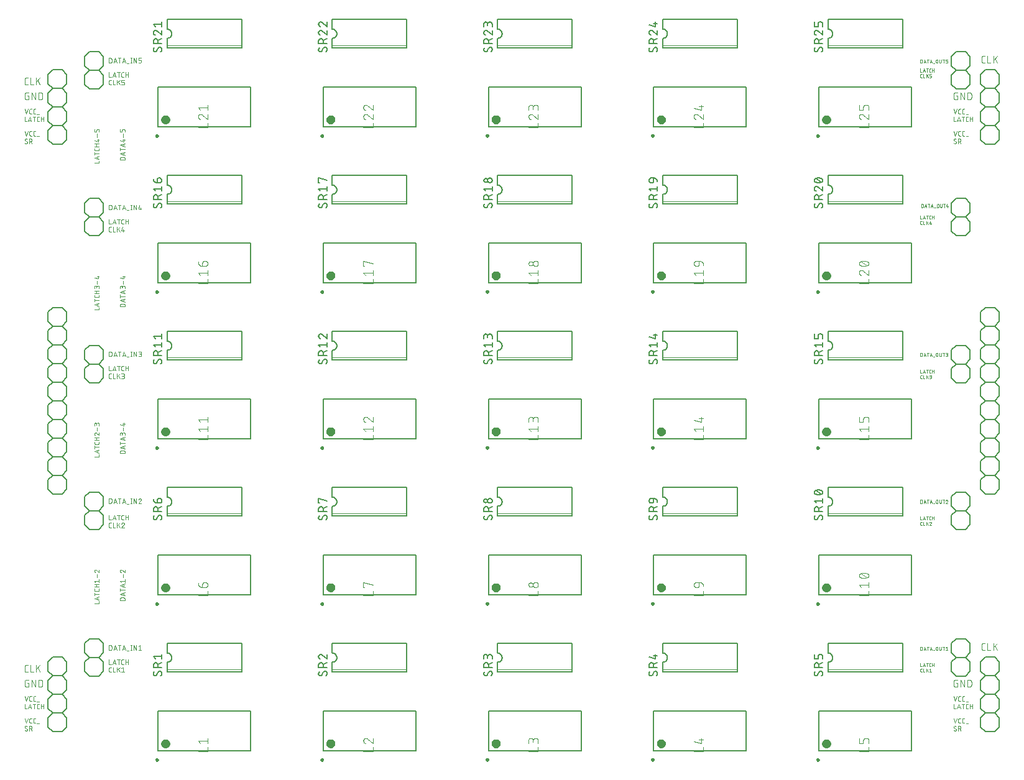
<source format=gbr>
G04 EAGLE Gerber RS-274X export*
G75*
%MOMM*%
%FSLAX34Y34*%
%LPD*%
%INSilkscreen Top*%
%IPPOS*%
%AMOC8*
5,1,8,0,0,1.08239X$1,22.5*%
G01*
%ADD10C,0.076200*%
%ADD11C,0.050800*%
%ADD12C,0.152400*%
%ADD13C,0.127000*%
%ADD14C,0.150000*%
%ADD15C,0.250000*%
%ADD16C,0.600000*%
%ADD17C,0.101600*%


D10*
X-140513Y980381D02*
X-142566Y980381D01*
X-142656Y980383D01*
X-142745Y980389D01*
X-142834Y980399D01*
X-142922Y980412D01*
X-143010Y980430D01*
X-143097Y980451D01*
X-143183Y980476D01*
X-143268Y980505D01*
X-143352Y980537D01*
X-143434Y980573D01*
X-143514Y980613D01*
X-143593Y980656D01*
X-143669Y980703D01*
X-143744Y980752D01*
X-143816Y980805D01*
X-143886Y980861D01*
X-143953Y980920D01*
X-144018Y980982D01*
X-144080Y981047D01*
X-144139Y981114D01*
X-144195Y981184D01*
X-144248Y981256D01*
X-144297Y981331D01*
X-144344Y981408D01*
X-144387Y981486D01*
X-144427Y981566D01*
X-144463Y981648D01*
X-144495Y981732D01*
X-144524Y981817D01*
X-144549Y981903D01*
X-144570Y981990D01*
X-144588Y982078D01*
X-144601Y982166D01*
X-144611Y982255D01*
X-144617Y982344D01*
X-144619Y982434D01*
X-144619Y987566D01*
X-144617Y987656D01*
X-144611Y987745D01*
X-144601Y987834D01*
X-144588Y987922D01*
X-144570Y988010D01*
X-144549Y988097D01*
X-144524Y988183D01*
X-144495Y988268D01*
X-144463Y988352D01*
X-144427Y988434D01*
X-144387Y988514D01*
X-144344Y988593D01*
X-144297Y988669D01*
X-144248Y988744D01*
X-144195Y988816D01*
X-144139Y988886D01*
X-144080Y988953D01*
X-144018Y989018D01*
X-143953Y989080D01*
X-143886Y989139D01*
X-143816Y989195D01*
X-143744Y989248D01*
X-143669Y989297D01*
X-143593Y989344D01*
X-143514Y989387D01*
X-143434Y989427D01*
X-143352Y989463D01*
X-143268Y989495D01*
X-143183Y989524D01*
X-143097Y989549D01*
X-143010Y989570D01*
X-142922Y989588D01*
X-142834Y989601D01*
X-142745Y989611D01*
X-142656Y989617D01*
X-142566Y989619D01*
X-140513Y989619D01*
X-136776Y989619D02*
X-136776Y980381D01*
X-132670Y980381D01*
X-128863Y980381D02*
X-128863Y989619D01*
X-123731Y989619D02*
X-128863Y983974D01*
X-126811Y986026D02*
X-123731Y980381D01*
X-139487Y965513D02*
X-141026Y965513D01*
X-139487Y965513D02*
X-139487Y960381D01*
X-142566Y960381D01*
X-142656Y960383D01*
X-142745Y960389D01*
X-142834Y960399D01*
X-142922Y960412D01*
X-143010Y960430D01*
X-143097Y960451D01*
X-143183Y960476D01*
X-143268Y960505D01*
X-143352Y960537D01*
X-143434Y960573D01*
X-143514Y960613D01*
X-143593Y960656D01*
X-143669Y960703D01*
X-143744Y960752D01*
X-143816Y960805D01*
X-143886Y960861D01*
X-143953Y960920D01*
X-144018Y960982D01*
X-144080Y961047D01*
X-144139Y961114D01*
X-144195Y961184D01*
X-144248Y961256D01*
X-144297Y961331D01*
X-144344Y961408D01*
X-144387Y961486D01*
X-144427Y961566D01*
X-144463Y961648D01*
X-144495Y961732D01*
X-144524Y961817D01*
X-144549Y961903D01*
X-144570Y961990D01*
X-144588Y962078D01*
X-144601Y962166D01*
X-144611Y962255D01*
X-144617Y962344D01*
X-144619Y962434D01*
X-144619Y967566D01*
X-144617Y967656D01*
X-144611Y967745D01*
X-144601Y967834D01*
X-144588Y967922D01*
X-144570Y968010D01*
X-144549Y968097D01*
X-144524Y968183D01*
X-144495Y968268D01*
X-144463Y968352D01*
X-144427Y968434D01*
X-144387Y968514D01*
X-144344Y968593D01*
X-144297Y968669D01*
X-144248Y968744D01*
X-144195Y968816D01*
X-144139Y968886D01*
X-144080Y968953D01*
X-144018Y969018D01*
X-143953Y969080D01*
X-143886Y969139D01*
X-143816Y969195D01*
X-143744Y969248D01*
X-143669Y969297D01*
X-143593Y969344D01*
X-143514Y969387D01*
X-143434Y969427D01*
X-143352Y969463D01*
X-143268Y969495D01*
X-143183Y969524D01*
X-143097Y969549D01*
X-143010Y969570D01*
X-142922Y969588D01*
X-142834Y969601D01*
X-142745Y969611D01*
X-142656Y969617D01*
X-142566Y969619D01*
X-139487Y969619D01*
X-135019Y969619D02*
X-135019Y960381D01*
X-129887Y960381D02*
X-135019Y969619D01*
X-129887Y969619D02*
X-129887Y960381D01*
X-125419Y960381D02*
X-125419Y969619D01*
X-122853Y969619D01*
X-122755Y969617D01*
X-122657Y969611D01*
X-122559Y969602D01*
X-122461Y969589D01*
X-122364Y969572D01*
X-122268Y969552D01*
X-122173Y969527D01*
X-122079Y969499D01*
X-121986Y969468D01*
X-121894Y969433D01*
X-121803Y969394D01*
X-121714Y969353D01*
X-121627Y969307D01*
X-121542Y969259D01*
X-121458Y969207D01*
X-121377Y969152D01*
X-121297Y969094D01*
X-121220Y969033D01*
X-121146Y968969D01*
X-121074Y968902D01*
X-121004Y968832D01*
X-120937Y968760D01*
X-120873Y968686D01*
X-120812Y968609D01*
X-120754Y968529D01*
X-120699Y968448D01*
X-120647Y968364D01*
X-120599Y968279D01*
X-120553Y968192D01*
X-120512Y968103D01*
X-120473Y968012D01*
X-120438Y967920D01*
X-120407Y967827D01*
X-120379Y967733D01*
X-120354Y967638D01*
X-120334Y967542D01*
X-120317Y967445D01*
X-120304Y967347D01*
X-120295Y967249D01*
X-120289Y967151D01*
X-120287Y967053D01*
X-120287Y962947D01*
X-120289Y962849D01*
X-120295Y962751D01*
X-120304Y962653D01*
X-120317Y962555D01*
X-120334Y962458D01*
X-120354Y962362D01*
X-120379Y962267D01*
X-120407Y962173D01*
X-120438Y962080D01*
X-120473Y961988D01*
X-120512Y961897D01*
X-120553Y961808D01*
X-120599Y961721D01*
X-120647Y961636D01*
X-120699Y961552D01*
X-120754Y961471D01*
X-120812Y961391D01*
X-120873Y961314D01*
X-120937Y961240D01*
X-121004Y961168D01*
X-121074Y961098D01*
X-121146Y961031D01*
X-121220Y960967D01*
X-121297Y960906D01*
X-121377Y960848D01*
X-121458Y960793D01*
X-121542Y960741D01*
X-121627Y960693D01*
X-121714Y960647D01*
X-121803Y960606D01*
X-121894Y960567D01*
X-121986Y960532D01*
X-122079Y960501D01*
X-122173Y960473D01*
X-122268Y960448D01*
X-122364Y960428D01*
X-122461Y960411D01*
X-122559Y960398D01*
X-122657Y960389D01*
X-122755Y960383D01*
X-122853Y960381D01*
X-125419Y960381D01*
D11*
X-144746Y947246D02*
X-142582Y940754D01*
X-140418Y947246D01*
X-136660Y940754D02*
X-135217Y940754D01*
X-136660Y940754D02*
X-136733Y940756D01*
X-136806Y940761D01*
X-136879Y940771D01*
X-136950Y940784D01*
X-137022Y940800D01*
X-137092Y940820D01*
X-137161Y940844D01*
X-137229Y940871D01*
X-137295Y940901D01*
X-137360Y940935D01*
X-137423Y940972D01*
X-137484Y941013D01*
X-137543Y941056D01*
X-137600Y941102D01*
X-137654Y941151D01*
X-137706Y941203D01*
X-137755Y941257D01*
X-137801Y941314D01*
X-137844Y941373D01*
X-137885Y941434D01*
X-137922Y941497D01*
X-137956Y941562D01*
X-137986Y941628D01*
X-138013Y941696D01*
X-138037Y941765D01*
X-138057Y941835D01*
X-138073Y941907D01*
X-138086Y941979D01*
X-138096Y942051D01*
X-138101Y942124D01*
X-138103Y942197D01*
X-138103Y945803D01*
X-138101Y945879D01*
X-138095Y945954D01*
X-138085Y946029D01*
X-138071Y946103D01*
X-138054Y946176D01*
X-138032Y946249D01*
X-138007Y946320D01*
X-137978Y946390D01*
X-137946Y946458D01*
X-137910Y946524D01*
X-137870Y946589D01*
X-137827Y946651D01*
X-137781Y946711D01*
X-137732Y946769D01*
X-137680Y946823D01*
X-137626Y946875D01*
X-137568Y946924D01*
X-137508Y946970D01*
X-137446Y947013D01*
X-137382Y947053D01*
X-137315Y947089D01*
X-137247Y947121D01*
X-137177Y947150D01*
X-137106Y947175D01*
X-137034Y947197D01*
X-136960Y947214D01*
X-136886Y947228D01*
X-136811Y947238D01*
X-136736Y947244D01*
X-136660Y947246D01*
X-135217Y947246D01*
X-131410Y940754D02*
X-129968Y940754D01*
X-131410Y940754D02*
X-131483Y940756D01*
X-131556Y940761D01*
X-131629Y940771D01*
X-131700Y940784D01*
X-131772Y940800D01*
X-131842Y940820D01*
X-131911Y940844D01*
X-131979Y940871D01*
X-132045Y940901D01*
X-132110Y940935D01*
X-132173Y940972D01*
X-132234Y941013D01*
X-132293Y941056D01*
X-132350Y941102D01*
X-132404Y941151D01*
X-132456Y941203D01*
X-132505Y941257D01*
X-132551Y941314D01*
X-132594Y941373D01*
X-132635Y941434D01*
X-132672Y941497D01*
X-132706Y941562D01*
X-132736Y941628D01*
X-132763Y941696D01*
X-132787Y941765D01*
X-132807Y941835D01*
X-132823Y941907D01*
X-132836Y941979D01*
X-132846Y942051D01*
X-132851Y942124D01*
X-132853Y942197D01*
X-132853Y945803D01*
X-132851Y945879D01*
X-132845Y945954D01*
X-132835Y946029D01*
X-132821Y946103D01*
X-132804Y946176D01*
X-132782Y946249D01*
X-132757Y946320D01*
X-132728Y946390D01*
X-132696Y946458D01*
X-132660Y946524D01*
X-132620Y946589D01*
X-132577Y946651D01*
X-132531Y946711D01*
X-132482Y946769D01*
X-132430Y946823D01*
X-132376Y946875D01*
X-132318Y946924D01*
X-132258Y946970D01*
X-132196Y947013D01*
X-132132Y947053D01*
X-132065Y947089D01*
X-131997Y947121D01*
X-131927Y947150D01*
X-131856Y947175D01*
X-131784Y947197D01*
X-131710Y947214D01*
X-131636Y947228D01*
X-131561Y947238D01*
X-131486Y947244D01*
X-131410Y947246D01*
X-129968Y947246D01*
X-127855Y940033D02*
X-124969Y940033D01*
X-144746Y936746D02*
X-144746Y930254D01*
X-141861Y930254D01*
X-139869Y930254D02*
X-137705Y936746D01*
X-135541Y930254D01*
X-136082Y931877D02*
X-139328Y931877D01*
X-131825Y930254D02*
X-131825Y936746D01*
X-133628Y936746D02*
X-130021Y936746D01*
X-126323Y930254D02*
X-124880Y930254D01*
X-126323Y930254D02*
X-126396Y930256D01*
X-126469Y930261D01*
X-126542Y930271D01*
X-126613Y930284D01*
X-126685Y930300D01*
X-126755Y930320D01*
X-126824Y930344D01*
X-126892Y930371D01*
X-126958Y930401D01*
X-127023Y930435D01*
X-127086Y930472D01*
X-127147Y930513D01*
X-127206Y930556D01*
X-127263Y930602D01*
X-127317Y930651D01*
X-127369Y930703D01*
X-127418Y930757D01*
X-127464Y930814D01*
X-127507Y930873D01*
X-127548Y930934D01*
X-127585Y930997D01*
X-127619Y931062D01*
X-127649Y931128D01*
X-127676Y931196D01*
X-127700Y931265D01*
X-127720Y931335D01*
X-127736Y931407D01*
X-127749Y931479D01*
X-127759Y931551D01*
X-127764Y931624D01*
X-127766Y931697D01*
X-127765Y931697D02*
X-127765Y935303D01*
X-127766Y935303D02*
X-127764Y935379D01*
X-127758Y935454D01*
X-127748Y935529D01*
X-127734Y935603D01*
X-127717Y935676D01*
X-127695Y935749D01*
X-127670Y935820D01*
X-127641Y935890D01*
X-127609Y935958D01*
X-127573Y936024D01*
X-127533Y936089D01*
X-127490Y936151D01*
X-127444Y936211D01*
X-127395Y936269D01*
X-127343Y936323D01*
X-127289Y936375D01*
X-127231Y936424D01*
X-127171Y936470D01*
X-127109Y936513D01*
X-127045Y936553D01*
X-126978Y936589D01*
X-126910Y936621D01*
X-126840Y936650D01*
X-126769Y936675D01*
X-126697Y936697D01*
X-126623Y936714D01*
X-126549Y936728D01*
X-126474Y936738D01*
X-126399Y936744D01*
X-126323Y936746D01*
X-124880Y936746D01*
X-122288Y936746D02*
X-122288Y930254D01*
X-122288Y933861D02*
X-118681Y933861D01*
X-118681Y936746D02*
X-118681Y930254D01*
X-144746Y917246D02*
X-142582Y910754D01*
X-140418Y917246D01*
X-136660Y910754D02*
X-135217Y910754D01*
X-136660Y910754D02*
X-136733Y910756D01*
X-136806Y910761D01*
X-136879Y910771D01*
X-136950Y910784D01*
X-137022Y910800D01*
X-137092Y910820D01*
X-137161Y910844D01*
X-137229Y910871D01*
X-137295Y910901D01*
X-137360Y910935D01*
X-137423Y910972D01*
X-137484Y911013D01*
X-137543Y911056D01*
X-137600Y911102D01*
X-137654Y911151D01*
X-137706Y911203D01*
X-137755Y911257D01*
X-137801Y911314D01*
X-137844Y911373D01*
X-137885Y911434D01*
X-137922Y911497D01*
X-137956Y911562D01*
X-137986Y911628D01*
X-138013Y911696D01*
X-138037Y911765D01*
X-138057Y911835D01*
X-138073Y911907D01*
X-138086Y911979D01*
X-138096Y912051D01*
X-138101Y912124D01*
X-138103Y912197D01*
X-138103Y915803D01*
X-138101Y915879D01*
X-138095Y915954D01*
X-138085Y916029D01*
X-138071Y916103D01*
X-138054Y916176D01*
X-138032Y916249D01*
X-138007Y916320D01*
X-137978Y916390D01*
X-137946Y916458D01*
X-137910Y916524D01*
X-137870Y916589D01*
X-137827Y916651D01*
X-137781Y916711D01*
X-137732Y916769D01*
X-137680Y916823D01*
X-137626Y916875D01*
X-137568Y916924D01*
X-137508Y916970D01*
X-137446Y917013D01*
X-137382Y917053D01*
X-137315Y917089D01*
X-137247Y917121D01*
X-137177Y917150D01*
X-137106Y917175D01*
X-137034Y917197D01*
X-136960Y917214D01*
X-136886Y917228D01*
X-136811Y917238D01*
X-136736Y917244D01*
X-136660Y917246D01*
X-135217Y917246D01*
X-131410Y910754D02*
X-129968Y910754D01*
X-131410Y910754D02*
X-131483Y910756D01*
X-131556Y910761D01*
X-131629Y910771D01*
X-131700Y910784D01*
X-131772Y910800D01*
X-131842Y910820D01*
X-131911Y910844D01*
X-131979Y910871D01*
X-132045Y910901D01*
X-132110Y910935D01*
X-132173Y910972D01*
X-132234Y911013D01*
X-132293Y911056D01*
X-132350Y911102D01*
X-132404Y911151D01*
X-132456Y911203D01*
X-132505Y911257D01*
X-132551Y911314D01*
X-132594Y911373D01*
X-132635Y911434D01*
X-132672Y911497D01*
X-132706Y911562D01*
X-132736Y911628D01*
X-132763Y911696D01*
X-132787Y911765D01*
X-132807Y911835D01*
X-132823Y911907D01*
X-132836Y911979D01*
X-132846Y912051D01*
X-132851Y912124D01*
X-132853Y912197D01*
X-132853Y915803D01*
X-132851Y915879D01*
X-132845Y915954D01*
X-132835Y916029D01*
X-132821Y916103D01*
X-132804Y916176D01*
X-132782Y916249D01*
X-132757Y916320D01*
X-132728Y916390D01*
X-132696Y916458D01*
X-132660Y916524D01*
X-132620Y916589D01*
X-132577Y916651D01*
X-132531Y916711D01*
X-132482Y916769D01*
X-132430Y916823D01*
X-132376Y916875D01*
X-132318Y916924D01*
X-132258Y916970D01*
X-132196Y917013D01*
X-132132Y917053D01*
X-132065Y917089D01*
X-131997Y917121D01*
X-131927Y917150D01*
X-131856Y917175D01*
X-131784Y917197D01*
X-131710Y917214D01*
X-131636Y917228D01*
X-131561Y917238D01*
X-131486Y917244D01*
X-131410Y917246D01*
X-129968Y917246D01*
X-127855Y910033D02*
X-124969Y910033D01*
X-141139Y901697D02*
X-141141Y901621D01*
X-141147Y901546D01*
X-141157Y901471D01*
X-141171Y901397D01*
X-141188Y901324D01*
X-141210Y901251D01*
X-141235Y901180D01*
X-141264Y901110D01*
X-141296Y901042D01*
X-141332Y900976D01*
X-141372Y900911D01*
X-141415Y900849D01*
X-141461Y900789D01*
X-141510Y900731D01*
X-141562Y900677D01*
X-141616Y900625D01*
X-141674Y900576D01*
X-141734Y900530D01*
X-141796Y900487D01*
X-141861Y900447D01*
X-141927Y900411D01*
X-141995Y900379D01*
X-142065Y900350D01*
X-142136Y900325D01*
X-142209Y900303D01*
X-142282Y900286D01*
X-142356Y900272D01*
X-142431Y900262D01*
X-142506Y900256D01*
X-142582Y900254D01*
X-142691Y900256D01*
X-142801Y900262D01*
X-142910Y900272D01*
X-143018Y900285D01*
X-143126Y900303D01*
X-143233Y900324D01*
X-143340Y900350D01*
X-143445Y900379D01*
X-143549Y900412D01*
X-143653Y900448D01*
X-143754Y900488D01*
X-143854Y900532D01*
X-143953Y900580D01*
X-144050Y900631D01*
X-144145Y900685D01*
X-144238Y900743D01*
X-144328Y900804D01*
X-144417Y900868D01*
X-144503Y900936D01*
X-144587Y901006D01*
X-144668Y901079D01*
X-144746Y901156D01*
X-144566Y905303D02*
X-144564Y905379D01*
X-144558Y905454D01*
X-144548Y905529D01*
X-144534Y905603D01*
X-144517Y905676D01*
X-144495Y905749D01*
X-144470Y905820D01*
X-144441Y905890D01*
X-144409Y905958D01*
X-144373Y906025D01*
X-144333Y906089D01*
X-144290Y906151D01*
X-144244Y906211D01*
X-144195Y906269D01*
X-144143Y906323D01*
X-144089Y906375D01*
X-144031Y906424D01*
X-143971Y906470D01*
X-143909Y906513D01*
X-143845Y906553D01*
X-143778Y906589D01*
X-143710Y906621D01*
X-143640Y906650D01*
X-143569Y906675D01*
X-143496Y906697D01*
X-143423Y906714D01*
X-143349Y906728D01*
X-143274Y906738D01*
X-143199Y906744D01*
X-143123Y906746D01*
X-143021Y906744D01*
X-142918Y906738D01*
X-142816Y906729D01*
X-142715Y906715D01*
X-142614Y906698D01*
X-142514Y906677D01*
X-142415Y906652D01*
X-142316Y906623D01*
X-142219Y906591D01*
X-142123Y906555D01*
X-142029Y906515D01*
X-141936Y906472D01*
X-141845Y906425D01*
X-141756Y906375D01*
X-141668Y906322D01*
X-141583Y906265D01*
X-141500Y906205D01*
X-143845Y904041D02*
X-143909Y904081D01*
X-143972Y904125D01*
X-144032Y904171D01*
X-144089Y904221D01*
X-144144Y904274D01*
X-144196Y904330D01*
X-144245Y904388D01*
X-144291Y904448D01*
X-144334Y904511D01*
X-144373Y904576D01*
X-144409Y904643D01*
X-144441Y904712D01*
X-144470Y904782D01*
X-144496Y904854D01*
X-144517Y904927D01*
X-144535Y905001D01*
X-144548Y905076D01*
X-144558Y905151D01*
X-144564Y905227D01*
X-144566Y905303D01*
X-141861Y902959D02*
X-141797Y902919D01*
X-141734Y902875D01*
X-141674Y902829D01*
X-141617Y902779D01*
X-141562Y902726D01*
X-141510Y902670D01*
X-141461Y902612D01*
X-141415Y902552D01*
X-141372Y902489D01*
X-141333Y902424D01*
X-141297Y902357D01*
X-141265Y902288D01*
X-141236Y902218D01*
X-141211Y902146D01*
X-141189Y902073D01*
X-141171Y901999D01*
X-141158Y901924D01*
X-141148Y901849D01*
X-141142Y901773D01*
X-141140Y901697D01*
X-141861Y902959D02*
X-143844Y904041D01*
X-138407Y906746D02*
X-138407Y900254D01*
X-138407Y906746D02*
X-136604Y906746D01*
X-136521Y906744D01*
X-136438Y906738D01*
X-136355Y906729D01*
X-136273Y906715D01*
X-136191Y906698D01*
X-136111Y906677D01*
X-136031Y906653D01*
X-135953Y906624D01*
X-135876Y906592D01*
X-135800Y906557D01*
X-135727Y906518D01*
X-135655Y906476D01*
X-135585Y906430D01*
X-135517Y906382D01*
X-135452Y906330D01*
X-135389Y906275D01*
X-135329Y906218D01*
X-135272Y906158D01*
X-135217Y906095D01*
X-135165Y906030D01*
X-135117Y905962D01*
X-135071Y905892D01*
X-135029Y905820D01*
X-134990Y905747D01*
X-134955Y905671D01*
X-134923Y905594D01*
X-134894Y905516D01*
X-134870Y905436D01*
X-134849Y905356D01*
X-134832Y905274D01*
X-134818Y905192D01*
X-134809Y905109D01*
X-134803Y905026D01*
X-134801Y904943D01*
X-134803Y904860D01*
X-134809Y904777D01*
X-134818Y904694D01*
X-134832Y904612D01*
X-134849Y904530D01*
X-134870Y904450D01*
X-134894Y904370D01*
X-134923Y904292D01*
X-134955Y904215D01*
X-134990Y904139D01*
X-135029Y904066D01*
X-135071Y903994D01*
X-135117Y903924D01*
X-135165Y903856D01*
X-135217Y903791D01*
X-135272Y903728D01*
X-135329Y903668D01*
X-135389Y903611D01*
X-135452Y903556D01*
X-135517Y903504D01*
X-135585Y903456D01*
X-135655Y903410D01*
X-135727Y903368D01*
X-135800Y903329D01*
X-135876Y903294D01*
X-135953Y903262D01*
X-136031Y903233D01*
X-136111Y903209D01*
X-136191Y903188D01*
X-136273Y903171D01*
X-136355Y903157D01*
X-136438Y903148D01*
X-136521Y903142D01*
X-136604Y903140D01*
X-136604Y903139D02*
X-138407Y903139D01*
X-136243Y903139D02*
X-134801Y900254D01*
D10*
X-140513Y180381D02*
X-142566Y180381D01*
X-142656Y180383D01*
X-142745Y180389D01*
X-142834Y180399D01*
X-142922Y180412D01*
X-143010Y180430D01*
X-143097Y180451D01*
X-143183Y180476D01*
X-143268Y180505D01*
X-143352Y180537D01*
X-143434Y180573D01*
X-143514Y180613D01*
X-143593Y180656D01*
X-143669Y180703D01*
X-143744Y180752D01*
X-143816Y180805D01*
X-143886Y180861D01*
X-143953Y180920D01*
X-144018Y180982D01*
X-144080Y181047D01*
X-144139Y181114D01*
X-144195Y181184D01*
X-144248Y181256D01*
X-144297Y181331D01*
X-144344Y181408D01*
X-144387Y181486D01*
X-144427Y181566D01*
X-144463Y181648D01*
X-144495Y181732D01*
X-144524Y181817D01*
X-144549Y181903D01*
X-144570Y181990D01*
X-144588Y182078D01*
X-144601Y182166D01*
X-144611Y182255D01*
X-144617Y182344D01*
X-144619Y182434D01*
X-144619Y187566D01*
X-144617Y187656D01*
X-144611Y187745D01*
X-144601Y187834D01*
X-144588Y187922D01*
X-144570Y188010D01*
X-144549Y188097D01*
X-144524Y188183D01*
X-144495Y188268D01*
X-144463Y188352D01*
X-144427Y188434D01*
X-144387Y188514D01*
X-144344Y188593D01*
X-144297Y188669D01*
X-144248Y188744D01*
X-144195Y188816D01*
X-144139Y188886D01*
X-144080Y188953D01*
X-144018Y189018D01*
X-143953Y189080D01*
X-143886Y189139D01*
X-143816Y189195D01*
X-143744Y189248D01*
X-143669Y189297D01*
X-143593Y189344D01*
X-143514Y189387D01*
X-143434Y189427D01*
X-143352Y189463D01*
X-143268Y189495D01*
X-143183Y189524D01*
X-143097Y189549D01*
X-143010Y189570D01*
X-142922Y189588D01*
X-142834Y189601D01*
X-142745Y189611D01*
X-142656Y189617D01*
X-142566Y189619D01*
X-140513Y189619D01*
X-136776Y189619D02*
X-136776Y180381D01*
X-132670Y180381D01*
X-128863Y180381D02*
X-128863Y189619D01*
X-123731Y189619D02*
X-128863Y183974D01*
X-126811Y186026D02*
X-123731Y180381D01*
X-139487Y165513D02*
X-141026Y165513D01*
X-139487Y165513D02*
X-139487Y160381D01*
X-142566Y160381D01*
X-142656Y160383D01*
X-142745Y160389D01*
X-142834Y160399D01*
X-142922Y160412D01*
X-143010Y160430D01*
X-143097Y160451D01*
X-143183Y160476D01*
X-143268Y160505D01*
X-143352Y160537D01*
X-143434Y160573D01*
X-143514Y160613D01*
X-143593Y160656D01*
X-143669Y160703D01*
X-143744Y160752D01*
X-143816Y160805D01*
X-143886Y160861D01*
X-143953Y160920D01*
X-144018Y160982D01*
X-144080Y161047D01*
X-144139Y161114D01*
X-144195Y161184D01*
X-144248Y161256D01*
X-144297Y161331D01*
X-144344Y161408D01*
X-144387Y161486D01*
X-144427Y161566D01*
X-144463Y161648D01*
X-144495Y161732D01*
X-144524Y161817D01*
X-144549Y161903D01*
X-144570Y161990D01*
X-144588Y162078D01*
X-144601Y162166D01*
X-144611Y162255D01*
X-144617Y162344D01*
X-144619Y162434D01*
X-144619Y167566D01*
X-144617Y167656D01*
X-144611Y167745D01*
X-144601Y167834D01*
X-144588Y167922D01*
X-144570Y168010D01*
X-144549Y168097D01*
X-144524Y168183D01*
X-144495Y168268D01*
X-144463Y168352D01*
X-144427Y168434D01*
X-144387Y168514D01*
X-144344Y168593D01*
X-144297Y168669D01*
X-144248Y168744D01*
X-144195Y168816D01*
X-144139Y168886D01*
X-144080Y168953D01*
X-144018Y169018D01*
X-143953Y169080D01*
X-143886Y169139D01*
X-143816Y169195D01*
X-143744Y169248D01*
X-143669Y169297D01*
X-143593Y169344D01*
X-143514Y169387D01*
X-143434Y169427D01*
X-143352Y169463D01*
X-143268Y169495D01*
X-143183Y169524D01*
X-143097Y169549D01*
X-143010Y169570D01*
X-142922Y169588D01*
X-142834Y169601D01*
X-142745Y169611D01*
X-142656Y169617D01*
X-142566Y169619D01*
X-139487Y169619D01*
X-135019Y169619D02*
X-135019Y160381D01*
X-129887Y160381D02*
X-135019Y169619D01*
X-129887Y169619D02*
X-129887Y160381D01*
X-125419Y160381D02*
X-125419Y169619D01*
X-122853Y169619D01*
X-122755Y169617D01*
X-122657Y169611D01*
X-122559Y169602D01*
X-122461Y169589D01*
X-122364Y169572D01*
X-122268Y169552D01*
X-122173Y169527D01*
X-122079Y169499D01*
X-121986Y169468D01*
X-121894Y169433D01*
X-121803Y169394D01*
X-121714Y169353D01*
X-121627Y169307D01*
X-121542Y169259D01*
X-121458Y169207D01*
X-121377Y169152D01*
X-121297Y169094D01*
X-121220Y169033D01*
X-121146Y168969D01*
X-121074Y168902D01*
X-121004Y168832D01*
X-120937Y168760D01*
X-120873Y168686D01*
X-120812Y168609D01*
X-120754Y168529D01*
X-120699Y168448D01*
X-120647Y168364D01*
X-120599Y168279D01*
X-120553Y168192D01*
X-120512Y168103D01*
X-120473Y168012D01*
X-120438Y167920D01*
X-120407Y167827D01*
X-120379Y167733D01*
X-120354Y167638D01*
X-120334Y167542D01*
X-120317Y167445D01*
X-120304Y167347D01*
X-120295Y167249D01*
X-120289Y167151D01*
X-120287Y167053D01*
X-120287Y162947D01*
X-120289Y162849D01*
X-120295Y162751D01*
X-120304Y162653D01*
X-120317Y162555D01*
X-120334Y162458D01*
X-120354Y162362D01*
X-120379Y162267D01*
X-120407Y162173D01*
X-120438Y162080D01*
X-120473Y161988D01*
X-120512Y161897D01*
X-120553Y161808D01*
X-120599Y161721D01*
X-120647Y161636D01*
X-120699Y161552D01*
X-120754Y161471D01*
X-120812Y161391D01*
X-120873Y161314D01*
X-120937Y161240D01*
X-121004Y161168D01*
X-121074Y161098D01*
X-121146Y161031D01*
X-121220Y160967D01*
X-121297Y160906D01*
X-121377Y160848D01*
X-121458Y160793D01*
X-121542Y160741D01*
X-121627Y160693D01*
X-121714Y160647D01*
X-121803Y160606D01*
X-121894Y160567D01*
X-121986Y160532D01*
X-122079Y160501D01*
X-122173Y160473D01*
X-122268Y160448D01*
X-122364Y160428D01*
X-122461Y160411D01*
X-122559Y160398D01*
X-122657Y160389D01*
X-122755Y160383D01*
X-122853Y160381D01*
X-125419Y160381D01*
D11*
X-144746Y147246D02*
X-142582Y140754D01*
X-140418Y147246D01*
X-136660Y140754D02*
X-135217Y140754D01*
X-136660Y140754D02*
X-136733Y140756D01*
X-136806Y140761D01*
X-136879Y140771D01*
X-136950Y140784D01*
X-137022Y140800D01*
X-137092Y140820D01*
X-137161Y140844D01*
X-137229Y140871D01*
X-137295Y140901D01*
X-137360Y140935D01*
X-137423Y140972D01*
X-137484Y141013D01*
X-137543Y141056D01*
X-137600Y141102D01*
X-137654Y141151D01*
X-137706Y141203D01*
X-137755Y141257D01*
X-137801Y141314D01*
X-137844Y141373D01*
X-137885Y141434D01*
X-137922Y141497D01*
X-137956Y141562D01*
X-137986Y141628D01*
X-138013Y141696D01*
X-138037Y141765D01*
X-138057Y141835D01*
X-138073Y141907D01*
X-138086Y141979D01*
X-138096Y142051D01*
X-138101Y142124D01*
X-138103Y142197D01*
X-138103Y145803D01*
X-138101Y145879D01*
X-138095Y145954D01*
X-138085Y146029D01*
X-138071Y146103D01*
X-138054Y146176D01*
X-138032Y146249D01*
X-138007Y146320D01*
X-137978Y146390D01*
X-137946Y146458D01*
X-137910Y146524D01*
X-137870Y146589D01*
X-137827Y146651D01*
X-137781Y146711D01*
X-137732Y146769D01*
X-137680Y146823D01*
X-137626Y146875D01*
X-137568Y146924D01*
X-137508Y146970D01*
X-137446Y147013D01*
X-137382Y147053D01*
X-137315Y147089D01*
X-137247Y147121D01*
X-137177Y147150D01*
X-137106Y147175D01*
X-137034Y147197D01*
X-136960Y147214D01*
X-136886Y147228D01*
X-136811Y147238D01*
X-136736Y147244D01*
X-136660Y147246D01*
X-135217Y147246D01*
X-131410Y140754D02*
X-129968Y140754D01*
X-131410Y140754D02*
X-131483Y140756D01*
X-131556Y140761D01*
X-131629Y140771D01*
X-131700Y140784D01*
X-131772Y140800D01*
X-131842Y140820D01*
X-131911Y140844D01*
X-131979Y140871D01*
X-132045Y140901D01*
X-132110Y140935D01*
X-132173Y140972D01*
X-132234Y141013D01*
X-132293Y141056D01*
X-132350Y141102D01*
X-132404Y141151D01*
X-132456Y141203D01*
X-132505Y141257D01*
X-132551Y141314D01*
X-132594Y141373D01*
X-132635Y141434D01*
X-132672Y141497D01*
X-132706Y141562D01*
X-132736Y141628D01*
X-132763Y141696D01*
X-132787Y141765D01*
X-132807Y141835D01*
X-132823Y141907D01*
X-132836Y141979D01*
X-132846Y142051D01*
X-132851Y142124D01*
X-132853Y142197D01*
X-132853Y145803D01*
X-132851Y145879D01*
X-132845Y145954D01*
X-132835Y146029D01*
X-132821Y146103D01*
X-132804Y146176D01*
X-132782Y146249D01*
X-132757Y146320D01*
X-132728Y146390D01*
X-132696Y146458D01*
X-132660Y146524D01*
X-132620Y146589D01*
X-132577Y146651D01*
X-132531Y146711D01*
X-132482Y146769D01*
X-132430Y146823D01*
X-132376Y146875D01*
X-132318Y146924D01*
X-132258Y146970D01*
X-132196Y147013D01*
X-132132Y147053D01*
X-132065Y147089D01*
X-131997Y147121D01*
X-131927Y147150D01*
X-131856Y147175D01*
X-131784Y147197D01*
X-131710Y147214D01*
X-131636Y147228D01*
X-131561Y147238D01*
X-131486Y147244D01*
X-131410Y147246D01*
X-129968Y147246D01*
X-127855Y140033D02*
X-124969Y140033D01*
X-144746Y136746D02*
X-144746Y130254D01*
X-141861Y130254D01*
X-139869Y130254D02*
X-137705Y136746D01*
X-135541Y130254D01*
X-136082Y131877D02*
X-139328Y131877D01*
X-131825Y130254D02*
X-131825Y136746D01*
X-133628Y136746D02*
X-130021Y136746D01*
X-126323Y130254D02*
X-124880Y130254D01*
X-126323Y130254D02*
X-126396Y130256D01*
X-126469Y130261D01*
X-126542Y130271D01*
X-126613Y130284D01*
X-126685Y130300D01*
X-126755Y130320D01*
X-126824Y130344D01*
X-126892Y130371D01*
X-126958Y130401D01*
X-127023Y130435D01*
X-127086Y130472D01*
X-127147Y130513D01*
X-127206Y130556D01*
X-127263Y130602D01*
X-127317Y130651D01*
X-127369Y130703D01*
X-127418Y130757D01*
X-127464Y130814D01*
X-127507Y130873D01*
X-127548Y130934D01*
X-127585Y130997D01*
X-127619Y131062D01*
X-127649Y131128D01*
X-127676Y131196D01*
X-127700Y131265D01*
X-127720Y131335D01*
X-127736Y131407D01*
X-127749Y131479D01*
X-127759Y131551D01*
X-127764Y131624D01*
X-127766Y131697D01*
X-127765Y131697D02*
X-127765Y135303D01*
X-127766Y135303D02*
X-127764Y135379D01*
X-127758Y135454D01*
X-127748Y135529D01*
X-127734Y135603D01*
X-127717Y135676D01*
X-127695Y135749D01*
X-127670Y135820D01*
X-127641Y135890D01*
X-127609Y135958D01*
X-127573Y136024D01*
X-127533Y136089D01*
X-127490Y136151D01*
X-127444Y136211D01*
X-127395Y136269D01*
X-127343Y136323D01*
X-127289Y136375D01*
X-127231Y136424D01*
X-127171Y136470D01*
X-127109Y136513D01*
X-127045Y136553D01*
X-126978Y136589D01*
X-126910Y136621D01*
X-126840Y136650D01*
X-126769Y136675D01*
X-126697Y136697D01*
X-126623Y136714D01*
X-126549Y136728D01*
X-126474Y136738D01*
X-126399Y136744D01*
X-126323Y136746D01*
X-124880Y136746D01*
X-122288Y136746D02*
X-122288Y130254D01*
X-122288Y133861D02*
X-118681Y133861D01*
X-118681Y136746D02*
X-118681Y130254D01*
X-144746Y117246D02*
X-142582Y110754D01*
X-140418Y117246D01*
X-136660Y110754D02*
X-135217Y110754D01*
X-136660Y110754D02*
X-136733Y110756D01*
X-136806Y110761D01*
X-136879Y110771D01*
X-136950Y110784D01*
X-137022Y110800D01*
X-137092Y110820D01*
X-137161Y110844D01*
X-137229Y110871D01*
X-137295Y110901D01*
X-137360Y110935D01*
X-137423Y110972D01*
X-137484Y111013D01*
X-137543Y111056D01*
X-137600Y111102D01*
X-137654Y111151D01*
X-137706Y111203D01*
X-137755Y111257D01*
X-137801Y111314D01*
X-137844Y111373D01*
X-137885Y111434D01*
X-137922Y111497D01*
X-137956Y111562D01*
X-137986Y111628D01*
X-138013Y111696D01*
X-138037Y111765D01*
X-138057Y111835D01*
X-138073Y111907D01*
X-138086Y111979D01*
X-138096Y112051D01*
X-138101Y112124D01*
X-138103Y112197D01*
X-138103Y115803D01*
X-138101Y115879D01*
X-138095Y115954D01*
X-138085Y116029D01*
X-138071Y116103D01*
X-138054Y116176D01*
X-138032Y116249D01*
X-138007Y116320D01*
X-137978Y116390D01*
X-137946Y116458D01*
X-137910Y116524D01*
X-137870Y116589D01*
X-137827Y116651D01*
X-137781Y116711D01*
X-137732Y116769D01*
X-137680Y116823D01*
X-137626Y116875D01*
X-137568Y116924D01*
X-137508Y116970D01*
X-137446Y117013D01*
X-137382Y117053D01*
X-137315Y117089D01*
X-137247Y117121D01*
X-137177Y117150D01*
X-137106Y117175D01*
X-137034Y117197D01*
X-136960Y117214D01*
X-136886Y117228D01*
X-136811Y117238D01*
X-136736Y117244D01*
X-136660Y117246D01*
X-135217Y117246D01*
X-131410Y110754D02*
X-129968Y110754D01*
X-131410Y110754D02*
X-131483Y110756D01*
X-131556Y110761D01*
X-131629Y110771D01*
X-131700Y110784D01*
X-131772Y110800D01*
X-131842Y110820D01*
X-131911Y110844D01*
X-131979Y110871D01*
X-132045Y110901D01*
X-132110Y110935D01*
X-132173Y110972D01*
X-132234Y111013D01*
X-132293Y111056D01*
X-132350Y111102D01*
X-132404Y111151D01*
X-132456Y111203D01*
X-132505Y111257D01*
X-132551Y111314D01*
X-132594Y111373D01*
X-132635Y111434D01*
X-132672Y111497D01*
X-132706Y111562D01*
X-132736Y111628D01*
X-132763Y111696D01*
X-132787Y111765D01*
X-132807Y111835D01*
X-132823Y111907D01*
X-132836Y111979D01*
X-132846Y112051D01*
X-132851Y112124D01*
X-132853Y112197D01*
X-132853Y115803D01*
X-132851Y115879D01*
X-132845Y115954D01*
X-132835Y116029D01*
X-132821Y116103D01*
X-132804Y116176D01*
X-132782Y116249D01*
X-132757Y116320D01*
X-132728Y116390D01*
X-132696Y116458D01*
X-132660Y116524D01*
X-132620Y116589D01*
X-132577Y116651D01*
X-132531Y116711D01*
X-132482Y116769D01*
X-132430Y116823D01*
X-132376Y116875D01*
X-132318Y116924D01*
X-132258Y116970D01*
X-132196Y117013D01*
X-132132Y117053D01*
X-132065Y117089D01*
X-131997Y117121D01*
X-131927Y117150D01*
X-131856Y117175D01*
X-131784Y117197D01*
X-131710Y117214D01*
X-131636Y117228D01*
X-131561Y117238D01*
X-131486Y117244D01*
X-131410Y117246D01*
X-129968Y117246D01*
X-127855Y110033D02*
X-124969Y110033D01*
X-141139Y101697D02*
X-141141Y101621D01*
X-141147Y101546D01*
X-141157Y101471D01*
X-141171Y101397D01*
X-141188Y101324D01*
X-141210Y101251D01*
X-141235Y101180D01*
X-141264Y101110D01*
X-141296Y101042D01*
X-141332Y100976D01*
X-141372Y100911D01*
X-141415Y100849D01*
X-141461Y100789D01*
X-141510Y100731D01*
X-141562Y100677D01*
X-141616Y100625D01*
X-141674Y100576D01*
X-141734Y100530D01*
X-141796Y100487D01*
X-141861Y100447D01*
X-141927Y100411D01*
X-141995Y100379D01*
X-142065Y100350D01*
X-142136Y100325D01*
X-142209Y100303D01*
X-142282Y100286D01*
X-142356Y100272D01*
X-142431Y100262D01*
X-142506Y100256D01*
X-142582Y100254D01*
X-142691Y100256D01*
X-142801Y100262D01*
X-142910Y100272D01*
X-143018Y100285D01*
X-143126Y100303D01*
X-143233Y100324D01*
X-143340Y100350D01*
X-143445Y100379D01*
X-143549Y100412D01*
X-143653Y100448D01*
X-143754Y100488D01*
X-143854Y100532D01*
X-143953Y100580D01*
X-144050Y100631D01*
X-144145Y100685D01*
X-144238Y100743D01*
X-144328Y100804D01*
X-144417Y100868D01*
X-144503Y100936D01*
X-144587Y101006D01*
X-144668Y101079D01*
X-144746Y101156D01*
X-144566Y105303D02*
X-144564Y105379D01*
X-144558Y105454D01*
X-144548Y105529D01*
X-144534Y105603D01*
X-144517Y105676D01*
X-144495Y105749D01*
X-144470Y105820D01*
X-144441Y105890D01*
X-144409Y105958D01*
X-144373Y106025D01*
X-144333Y106089D01*
X-144290Y106151D01*
X-144244Y106211D01*
X-144195Y106269D01*
X-144143Y106323D01*
X-144089Y106375D01*
X-144031Y106424D01*
X-143971Y106470D01*
X-143909Y106513D01*
X-143845Y106553D01*
X-143778Y106589D01*
X-143710Y106621D01*
X-143640Y106650D01*
X-143569Y106675D01*
X-143496Y106697D01*
X-143423Y106714D01*
X-143349Y106728D01*
X-143274Y106738D01*
X-143199Y106744D01*
X-143123Y106746D01*
X-143021Y106744D01*
X-142918Y106738D01*
X-142816Y106729D01*
X-142715Y106715D01*
X-142614Y106698D01*
X-142514Y106677D01*
X-142415Y106652D01*
X-142316Y106623D01*
X-142219Y106591D01*
X-142123Y106555D01*
X-142029Y106515D01*
X-141936Y106472D01*
X-141845Y106425D01*
X-141756Y106375D01*
X-141668Y106322D01*
X-141583Y106265D01*
X-141500Y106205D01*
X-143845Y104041D02*
X-143909Y104081D01*
X-143972Y104125D01*
X-144032Y104171D01*
X-144089Y104221D01*
X-144144Y104274D01*
X-144196Y104330D01*
X-144245Y104388D01*
X-144291Y104448D01*
X-144334Y104511D01*
X-144373Y104576D01*
X-144409Y104643D01*
X-144441Y104712D01*
X-144470Y104782D01*
X-144496Y104854D01*
X-144517Y104927D01*
X-144535Y105001D01*
X-144548Y105076D01*
X-144558Y105151D01*
X-144564Y105227D01*
X-144566Y105303D01*
X-141861Y102959D02*
X-141797Y102919D01*
X-141734Y102875D01*
X-141674Y102829D01*
X-141617Y102779D01*
X-141562Y102726D01*
X-141510Y102670D01*
X-141461Y102612D01*
X-141415Y102552D01*
X-141372Y102489D01*
X-141333Y102424D01*
X-141297Y102357D01*
X-141265Y102288D01*
X-141236Y102218D01*
X-141211Y102146D01*
X-141189Y102073D01*
X-141171Y101999D01*
X-141158Y101924D01*
X-141148Y101849D01*
X-141142Y101773D01*
X-141140Y101697D01*
X-141861Y102959D02*
X-143844Y104041D01*
X-138407Y106746D02*
X-138407Y100254D01*
X-138407Y106746D02*
X-136604Y106746D01*
X-136521Y106744D01*
X-136438Y106738D01*
X-136355Y106729D01*
X-136273Y106715D01*
X-136191Y106698D01*
X-136111Y106677D01*
X-136031Y106653D01*
X-135953Y106624D01*
X-135876Y106592D01*
X-135800Y106557D01*
X-135727Y106518D01*
X-135655Y106476D01*
X-135585Y106430D01*
X-135517Y106382D01*
X-135452Y106330D01*
X-135389Y106275D01*
X-135329Y106218D01*
X-135272Y106158D01*
X-135217Y106095D01*
X-135165Y106030D01*
X-135117Y105962D01*
X-135071Y105892D01*
X-135029Y105820D01*
X-134990Y105747D01*
X-134955Y105671D01*
X-134923Y105594D01*
X-134894Y105516D01*
X-134870Y105436D01*
X-134849Y105356D01*
X-134832Y105274D01*
X-134818Y105192D01*
X-134809Y105109D01*
X-134803Y105026D01*
X-134801Y104943D01*
X-134803Y104860D01*
X-134809Y104777D01*
X-134818Y104694D01*
X-134832Y104612D01*
X-134849Y104530D01*
X-134870Y104450D01*
X-134894Y104370D01*
X-134923Y104292D01*
X-134955Y104215D01*
X-134990Y104139D01*
X-135029Y104066D01*
X-135071Y103994D01*
X-135117Y103924D01*
X-135165Y103856D01*
X-135217Y103791D01*
X-135272Y103728D01*
X-135329Y103668D01*
X-135389Y103611D01*
X-135452Y103556D01*
X-135517Y103504D01*
X-135585Y103456D01*
X-135655Y103410D01*
X-135727Y103368D01*
X-135800Y103329D01*
X-135876Y103294D01*
X-135953Y103262D01*
X-136031Y103233D01*
X-136111Y103209D01*
X-136191Y103188D01*
X-136273Y103171D01*
X-136355Y103157D01*
X-136438Y103148D01*
X-136521Y103142D01*
X-136604Y103140D01*
X-136604Y103139D02*
X-138407Y103139D01*
X-136243Y103139D02*
X-134801Y100254D01*
D10*
X1160784Y210381D02*
X1162837Y210381D01*
X1160784Y210381D02*
X1160694Y210383D01*
X1160605Y210389D01*
X1160516Y210399D01*
X1160428Y210412D01*
X1160340Y210430D01*
X1160253Y210451D01*
X1160167Y210476D01*
X1160082Y210505D01*
X1159998Y210537D01*
X1159916Y210573D01*
X1159836Y210613D01*
X1159758Y210656D01*
X1159681Y210703D01*
X1159606Y210752D01*
X1159534Y210805D01*
X1159464Y210861D01*
X1159397Y210920D01*
X1159332Y210982D01*
X1159270Y211047D01*
X1159211Y211114D01*
X1159155Y211184D01*
X1159102Y211256D01*
X1159053Y211331D01*
X1159006Y211408D01*
X1158963Y211486D01*
X1158923Y211566D01*
X1158887Y211648D01*
X1158855Y211732D01*
X1158826Y211817D01*
X1158801Y211903D01*
X1158780Y211990D01*
X1158762Y212078D01*
X1158749Y212166D01*
X1158739Y212255D01*
X1158733Y212344D01*
X1158731Y212434D01*
X1158731Y217566D01*
X1158733Y217656D01*
X1158739Y217745D01*
X1158749Y217834D01*
X1158762Y217922D01*
X1158780Y218010D01*
X1158801Y218097D01*
X1158826Y218183D01*
X1158855Y218268D01*
X1158887Y218352D01*
X1158923Y218434D01*
X1158963Y218514D01*
X1159006Y218592D01*
X1159053Y218669D01*
X1159102Y218744D01*
X1159155Y218816D01*
X1159211Y218886D01*
X1159270Y218953D01*
X1159332Y219018D01*
X1159397Y219080D01*
X1159464Y219139D01*
X1159534Y219195D01*
X1159606Y219248D01*
X1159681Y219297D01*
X1159757Y219344D01*
X1159836Y219387D01*
X1159916Y219427D01*
X1159998Y219463D01*
X1160082Y219495D01*
X1160167Y219524D01*
X1160253Y219549D01*
X1160340Y219570D01*
X1160427Y219588D01*
X1160516Y219601D01*
X1160605Y219611D01*
X1160694Y219617D01*
X1160784Y219619D01*
X1162837Y219619D01*
X1166574Y219619D02*
X1166574Y210381D01*
X1170680Y210381D01*
X1174487Y210381D02*
X1174487Y219619D01*
X1179619Y219619D02*
X1174487Y213974D01*
X1176540Y216026D02*
X1179619Y210381D01*
X1125513Y165513D02*
X1123974Y165513D01*
X1125513Y165513D02*
X1125513Y160381D01*
X1122434Y160381D01*
X1122344Y160383D01*
X1122255Y160389D01*
X1122166Y160399D01*
X1122078Y160412D01*
X1121990Y160430D01*
X1121903Y160451D01*
X1121817Y160476D01*
X1121732Y160505D01*
X1121648Y160537D01*
X1121566Y160573D01*
X1121486Y160613D01*
X1121408Y160656D01*
X1121331Y160703D01*
X1121256Y160752D01*
X1121184Y160805D01*
X1121114Y160861D01*
X1121047Y160920D01*
X1120982Y160982D01*
X1120920Y161047D01*
X1120861Y161114D01*
X1120805Y161184D01*
X1120752Y161256D01*
X1120703Y161331D01*
X1120656Y161408D01*
X1120613Y161486D01*
X1120573Y161566D01*
X1120537Y161648D01*
X1120505Y161732D01*
X1120476Y161817D01*
X1120451Y161903D01*
X1120430Y161990D01*
X1120412Y162078D01*
X1120399Y162166D01*
X1120389Y162255D01*
X1120383Y162344D01*
X1120381Y162434D01*
X1120381Y167566D01*
X1120383Y167656D01*
X1120389Y167745D01*
X1120399Y167834D01*
X1120412Y167922D01*
X1120430Y168010D01*
X1120451Y168097D01*
X1120476Y168183D01*
X1120505Y168268D01*
X1120537Y168352D01*
X1120573Y168434D01*
X1120613Y168514D01*
X1120656Y168592D01*
X1120703Y168669D01*
X1120752Y168744D01*
X1120805Y168816D01*
X1120861Y168886D01*
X1120920Y168953D01*
X1120982Y169018D01*
X1121047Y169080D01*
X1121114Y169139D01*
X1121184Y169195D01*
X1121256Y169248D01*
X1121331Y169297D01*
X1121407Y169344D01*
X1121486Y169387D01*
X1121566Y169427D01*
X1121648Y169463D01*
X1121732Y169495D01*
X1121817Y169524D01*
X1121903Y169549D01*
X1121990Y169570D01*
X1122077Y169588D01*
X1122166Y169601D01*
X1122255Y169611D01*
X1122344Y169617D01*
X1122434Y169619D01*
X1125513Y169619D01*
X1129981Y169619D02*
X1129981Y160381D01*
X1135113Y160381D02*
X1129981Y169619D01*
X1135113Y169619D02*
X1135113Y160381D01*
X1139581Y160381D02*
X1139581Y169619D01*
X1142147Y169619D01*
X1142245Y169617D01*
X1142343Y169611D01*
X1142441Y169602D01*
X1142539Y169589D01*
X1142636Y169572D01*
X1142732Y169552D01*
X1142827Y169527D01*
X1142921Y169499D01*
X1143014Y169468D01*
X1143106Y169433D01*
X1143197Y169394D01*
X1143286Y169353D01*
X1143373Y169307D01*
X1143458Y169259D01*
X1143542Y169207D01*
X1143623Y169152D01*
X1143703Y169094D01*
X1143780Y169033D01*
X1143854Y168969D01*
X1143926Y168902D01*
X1143996Y168832D01*
X1144063Y168760D01*
X1144127Y168686D01*
X1144188Y168609D01*
X1144246Y168529D01*
X1144301Y168448D01*
X1144353Y168364D01*
X1144401Y168279D01*
X1144447Y168192D01*
X1144488Y168103D01*
X1144527Y168012D01*
X1144562Y167920D01*
X1144593Y167827D01*
X1144621Y167733D01*
X1144646Y167638D01*
X1144666Y167542D01*
X1144683Y167445D01*
X1144696Y167347D01*
X1144705Y167249D01*
X1144711Y167151D01*
X1144713Y167053D01*
X1144713Y162947D01*
X1144711Y162849D01*
X1144705Y162751D01*
X1144696Y162653D01*
X1144683Y162555D01*
X1144666Y162458D01*
X1144646Y162362D01*
X1144621Y162267D01*
X1144593Y162173D01*
X1144562Y162080D01*
X1144527Y161988D01*
X1144488Y161897D01*
X1144447Y161808D01*
X1144401Y161721D01*
X1144353Y161636D01*
X1144301Y161552D01*
X1144246Y161471D01*
X1144188Y161391D01*
X1144127Y161314D01*
X1144063Y161240D01*
X1143996Y161168D01*
X1143926Y161098D01*
X1143854Y161031D01*
X1143780Y160967D01*
X1143703Y160906D01*
X1143623Y160848D01*
X1143542Y160793D01*
X1143458Y160741D01*
X1143373Y160693D01*
X1143286Y160647D01*
X1143197Y160606D01*
X1143106Y160567D01*
X1143014Y160532D01*
X1142921Y160501D01*
X1142827Y160473D01*
X1142732Y160448D01*
X1142636Y160428D01*
X1142539Y160411D01*
X1142441Y160398D01*
X1142343Y160389D01*
X1142245Y160383D01*
X1142147Y160381D01*
X1139581Y160381D01*
D11*
X1120254Y147246D02*
X1122418Y140754D01*
X1124582Y147246D01*
X1128340Y140754D02*
X1129783Y140754D01*
X1128340Y140754D02*
X1128264Y140756D01*
X1128189Y140762D01*
X1128114Y140772D01*
X1128040Y140786D01*
X1127967Y140803D01*
X1127894Y140825D01*
X1127823Y140850D01*
X1127753Y140879D01*
X1127685Y140911D01*
X1127619Y140947D01*
X1127554Y140987D01*
X1127492Y141030D01*
X1127432Y141076D01*
X1127374Y141125D01*
X1127320Y141177D01*
X1127268Y141231D01*
X1127219Y141289D01*
X1127173Y141349D01*
X1127130Y141411D01*
X1127090Y141476D01*
X1127054Y141542D01*
X1127022Y141610D01*
X1126993Y141680D01*
X1126968Y141751D01*
X1126946Y141824D01*
X1126929Y141897D01*
X1126915Y141971D01*
X1126905Y142046D01*
X1126899Y142121D01*
X1126897Y142197D01*
X1126897Y145803D01*
X1126899Y145879D01*
X1126905Y145954D01*
X1126915Y146029D01*
X1126929Y146103D01*
X1126946Y146176D01*
X1126968Y146249D01*
X1126993Y146320D01*
X1127022Y146390D01*
X1127054Y146458D01*
X1127090Y146524D01*
X1127130Y146589D01*
X1127173Y146651D01*
X1127219Y146711D01*
X1127268Y146769D01*
X1127320Y146823D01*
X1127374Y146875D01*
X1127432Y146924D01*
X1127492Y146970D01*
X1127554Y147013D01*
X1127618Y147053D01*
X1127685Y147089D01*
X1127753Y147121D01*
X1127823Y147150D01*
X1127894Y147175D01*
X1127966Y147197D01*
X1128040Y147214D01*
X1128114Y147228D01*
X1128189Y147238D01*
X1128264Y147244D01*
X1128340Y147246D01*
X1129783Y147246D01*
X1133590Y140754D02*
X1135033Y140754D01*
X1133590Y140754D02*
X1133514Y140756D01*
X1133439Y140762D01*
X1133364Y140772D01*
X1133290Y140786D01*
X1133217Y140803D01*
X1133144Y140825D01*
X1133073Y140850D01*
X1133003Y140879D01*
X1132935Y140911D01*
X1132869Y140947D01*
X1132804Y140987D01*
X1132742Y141030D01*
X1132682Y141076D01*
X1132624Y141125D01*
X1132570Y141177D01*
X1132518Y141231D01*
X1132469Y141289D01*
X1132423Y141349D01*
X1132380Y141411D01*
X1132340Y141476D01*
X1132304Y141542D01*
X1132272Y141610D01*
X1132243Y141680D01*
X1132218Y141751D01*
X1132196Y141824D01*
X1132179Y141897D01*
X1132165Y141971D01*
X1132155Y142046D01*
X1132149Y142121D01*
X1132147Y142197D01*
X1132147Y145803D01*
X1132149Y145879D01*
X1132155Y145954D01*
X1132165Y146029D01*
X1132179Y146103D01*
X1132196Y146176D01*
X1132218Y146249D01*
X1132243Y146320D01*
X1132272Y146390D01*
X1132304Y146458D01*
X1132340Y146524D01*
X1132380Y146589D01*
X1132423Y146651D01*
X1132469Y146711D01*
X1132518Y146769D01*
X1132570Y146823D01*
X1132624Y146875D01*
X1132682Y146924D01*
X1132742Y146970D01*
X1132804Y147013D01*
X1132868Y147053D01*
X1132935Y147089D01*
X1133003Y147121D01*
X1133073Y147150D01*
X1133144Y147175D01*
X1133216Y147197D01*
X1133290Y147214D01*
X1133364Y147228D01*
X1133439Y147238D01*
X1133514Y147244D01*
X1133590Y147246D01*
X1135033Y147246D01*
X1137145Y140033D02*
X1140031Y140033D01*
X1120254Y136746D02*
X1120254Y130254D01*
X1123139Y130254D01*
X1125131Y130254D02*
X1127295Y136746D01*
X1129459Y130254D01*
X1128918Y131877D02*
X1125672Y131877D01*
X1133175Y130254D02*
X1133175Y136746D01*
X1131372Y136746D02*
X1134979Y136746D01*
X1138677Y130254D02*
X1140120Y130254D01*
X1138677Y130254D02*
X1138601Y130256D01*
X1138526Y130262D01*
X1138451Y130272D01*
X1138377Y130286D01*
X1138304Y130303D01*
X1138231Y130325D01*
X1138160Y130350D01*
X1138090Y130379D01*
X1138022Y130411D01*
X1137956Y130447D01*
X1137891Y130487D01*
X1137829Y130530D01*
X1137769Y130576D01*
X1137711Y130625D01*
X1137657Y130677D01*
X1137605Y130731D01*
X1137556Y130789D01*
X1137510Y130849D01*
X1137467Y130911D01*
X1137427Y130976D01*
X1137391Y131042D01*
X1137359Y131110D01*
X1137330Y131180D01*
X1137305Y131251D01*
X1137283Y131324D01*
X1137266Y131397D01*
X1137252Y131471D01*
X1137242Y131546D01*
X1137236Y131621D01*
X1137234Y131697D01*
X1137235Y131697D02*
X1137235Y135303D01*
X1137234Y135303D02*
X1137236Y135379D01*
X1137242Y135454D01*
X1137252Y135529D01*
X1137266Y135603D01*
X1137283Y135676D01*
X1137305Y135749D01*
X1137330Y135820D01*
X1137359Y135890D01*
X1137391Y135958D01*
X1137427Y136024D01*
X1137467Y136089D01*
X1137510Y136151D01*
X1137556Y136211D01*
X1137605Y136269D01*
X1137657Y136323D01*
X1137711Y136375D01*
X1137769Y136424D01*
X1137829Y136470D01*
X1137891Y136513D01*
X1137955Y136553D01*
X1138022Y136589D01*
X1138090Y136621D01*
X1138160Y136650D01*
X1138231Y136675D01*
X1138303Y136697D01*
X1138377Y136714D01*
X1138451Y136728D01*
X1138526Y136738D01*
X1138601Y136744D01*
X1138677Y136746D01*
X1140120Y136746D01*
X1142712Y136746D02*
X1142712Y130254D01*
X1142712Y133861D02*
X1146319Y133861D01*
X1146319Y136746D02*
X1146319Y130254D01*
X1120254Y117246D02*
X1122418Y110754D01*
X1124582Y117246D01*
X1128340Y110754D02*
X1129783Y110754D01*
X1128340Y110754D02*
X1128264Y110756D01*
X1128189Y110762D01*
X1128114Y110772D01*
X1128040Y110786D01*
X1127967Y110803D01*
X1127894Y110825D01*
X1127823Y110850D01*
X1127753Y110879D01*
X1127685Y110911D01*
X1127619Y110947D01*
X1127554Y110987D01*
X1127492Y111030D01*
X1127432Y111076D01*
X1127374Y111125D01*
X1127320Y111177D01*
X1127268Y111231D01*
X1127219Y111289D01*
X1127173Y111349D01*
X1127130Y111411D01*
X1127090Y111476D01*
X1127054Y111542D01*
X1127022Y111610D01*
X1126993Y111680D01*
X1126968Y111751D01*
X1126946Y111824D01*
X1126929Y111897D01*
X1126915Y111971D01*
X1126905Y112046D01*
X1126899Y112121D01*
X1126897Y112197D01*
X1126897Y115803D01*
X1126899Y115879D01*
X1126905Y115954D01*
X1126915Y116029D01*
X1126929Y116103D01*
X1126946Y116176D01*
X1126968Y116249D01*
X1126993Y116320D01*
X1127022Y116390D01*
X1127054Y116458D01*
X1127090Y116524D01*
X1127130Y116589D01*
X1127173Y116651D01*
X1127219Y116711D01*
X1127268Y116769D01*
X1127320Y116823D01*
X1127374Y116875D01*
X1127432Y116924D01*
X1127492Y116970D01*
X1127554Y117013D01*
X1127618Y117053D01*
X1127685Y117089D01*
X1127753Y117121D01*
X1127823Y117150D01*
X1127894Y117175D01*
X1127966Y117197D01*
X1128040Y117214D01*
X1128114Y117228D01*
X1128189Y117238D01*
X1128264Y117244D01*
X1128340Y117246D01*
X1129783Y117246D01*
X1133590Y110754D02*
X1135033Y110754D01*
X1133590Y110754D02*
X1133514Y110756D01*
X1133439Y110762D01*
X1133364Y110772D01*
X1133290Y110786D01*
X1133217Y110803D01*
X1133144Y110825D01*
X1133073Y110850D01*
X1133003Y110879D01*
X1132935Y110911D01*
X1132869Y110947D01*
X1132804Y110987D01*
X1132742Y111030D01*
X1132682Y111076D01*
X1132624Y111125D01*
X1132570Y111177D01*
X1132518Y111231D01*
X1132469Y111289D01*
X1132423Y111349D01*
X1132380Y111411D01*
X1132340Y111476D01*
X1132304Y111542D01*
X1132272Y111610D01*
X1132243Y111680D01*
X1132218Y111751D01*
X1132196Y111824D01*
X1132179Y111897D01*
X1132165Y111971D01*
X1132155Y112046D01*
X1132149Y112121D01*
X1132147Y112197D01*
X1132147Y115803D01*
X1132149Y115879D01*
X1132155Y115954D01*
X1132165Y116029D01*
X1132179Y116103D01*
X1132196Y116176D01*
X1132218Y116249D01*
X1132243Y116320D01*
X1132272Y116390D01*
X1132304Y116458D01*
X1132340Y116524D01*
X1132380Y116589D01*
X1132423Y116651D01*
X1132469Y116711D01*
X1132518Y116769D01*
X1132570Y116823D01*
X1132624Y116875D01*
X1132682Y116924D01*
X1132742Y116970D01*
X1132804Y117013D01*
X1132868Y117053D01*
X1132935Y117089D01*
X1133003Y117121D01*
X1133073Y117150D01*
X1133144Y117175D01*
X1133216Y117197D01*
X1133290Y117214D01*
X1133364Y117228D01*
X1133439Y117238D01*
X1133514Y117244D01*
X1133590Y117246D01*
X1135033Y117246D01*
X1137145Y110033D02*
X1140031Y110033D01*
X1123861Y101697D02*
X1123859Y101621D01*
X1123853Y101546D01*
X1123843Y101471D01*
X1123829Y101397D01*
X1123812Y101324D01*
X1123790Y101251D01*
X1123765Y101180D01*
X1123736Y101110D01*
X1123704Y101042D01*
X1123668Y100976D01*
X1123628Y100911D01*
X1123585Y100849D01*
X1123539Y100789D01*
X1123490Y100731D01*
X1123438Y100677D01*
X1123384Y100625D01*
X1123326Y100576D01*
X1123266Y100530D01*
X1123204Y100487D01*
X1123140Y100447D01*
X1123073Y100411D01*
X1123005Y100379D01*
X1122935Y100350D01*
X1122864Y100325D01*
X1122792Y100303D01*
X1122718Y100286D01*
X1122644Y100272D01*
X1122569Y100262D01*
X1122494Y100256D01*
X1122418Y100254D01*
X1122309Y100256D01*
X1122200Y100262D01*
X1122091Y100272D01*
X1121982Y100285D01*
X1121874Y100303D01*
X1121767Y100324D01*
X1121661Y100350D01*
X1121555Y100379D01*
X1121451Y100412D01*
X1121348Y100448D01*
X1121246Y100488D01*
X1121146Y100532D01*
X1121047Y100580D01*
X1120951Y100631D01*
X1120856Y100685D01*
X1120763Y100743D01*
X1120672Y100804D01*
X1120584Y100868D01*
X1120498Y100935D01*
X1120414Y101006D01*
X1120333Y101079D01*
X1120254Y101156D01*
X1120434Y105303D02*
X1120436Y105379D01*
X1120442Y105454D01*
X1120452Y105529D01*
X1120466Y105603D01*
X1120483Y105676D01*
X1120505Y105749D01*
X1120530Y105820D01*
X1120559Y105890D01*
X1120591Y105958D01*
X1120627Y106025D01*
X1120667Y106089D01*
X1120710Y106151D01*
X1120756Y106211D01*
X1120805Y106269D01*
X1120857Y106323D01*
X1120911Y106375D01*
X1120969Y106424D01*
X1121029Y106470D01*
X1121091Y106513D01*
X1121156Y106553D01*
X1121222Y106589D01*
X1121290Y106621D01*
X1121360Y106650D01*
X1121431Y106675D01*
X1121504Y106697D01*
X1121577Y106714D01*
X1121651Y106728D01*
X1121726Y106738D01*
X1121801Y106744D01*
X1121877Y106746D01*
X1121979Y106744D01*
X1122082Y106738D01*
X1122184Y106729D01*
X1122285Y106715D01*
X1122386Y106698D01*
X1122486Y106677D01*
X1122585Y106652D01*
X1122684Y106623D01*
X1122781Y106591D01*
X1122877Y106555D01*
X1122971Y106515D01*
X1123064Y106472D01*
X1123155Y106425D01*
X1123244Y106375D01*
X1123332Y106322D01*
X1123417Y106265D01*
X1123500Y106205D01*
X1121155Y104041D02*
X1121091Y104081D01*
X1121028Y104125D01*
X1120968Y104171D01*
X1120911Y104221D01*
X1120856Y104274D01*
X1120804Y104330D01*
X1120755Y104388D01*
X1120709Y104448D01*
X1120666Y104511D01*
X1120627Y104576D01*
X1120591Y104643D01*
X1120559Y104712D01*
X1120530Y104782D01*
X1120505Y104854D01*
X1120483Y104927D01*
X1120465Y105001D01*
X1120452Y105076D01*
X1120442Y105151D01*
X1120436Y105227D01*
X1120434Y105303D01*
X1123139Y102959D02*
X1123203Y102919D01*
X1123266Y102875D01*
X1123326Y102829D01*
X1123383Y102779D01*
X1123438Y102726D01*
X1123490Y102670D01*
X1123539Y102612D01*
X1123585Y102552D01*
X1123628Y102489D01*
X1123667Y102424D01*
X1123703Y102357D01*
X1123735Y102288D01*
X1123764Y102218D01*
X1123790Y102146D01*
X1123811Y102073D01*
X1123829Y101999D01*
X1123842Y101924D01*
X1123852Y101849D01*
X1123858Y101773D01*
X1123860Y101697D01*
X1123139Y102959D02*
X1121156Y104041D01*
X1126593Y106746D02*
X1126593Y100254D01*
X1126593Y106746D02*
X1128396Y106746D01*
X1128479Y106744D01*
X1128562Y106738D01*
X1128645Y106729D01*
X1128727Y106715D01*
X1128809Y106698D01*
X1128889Y106677D01*
X1128969Y106653D01*
X1129047Y106624D01*
X1129124Y106592D01*
X1129200Y106557D01*
X1129273Y106518D01*
X1129345Y106476D01*
X1129415Y106430D01*
X1129483Y106382D01*
X1129548Y106330D01*
X1129611Y106275D01*
X1129671Y106218D01*
X1129728Y106158D01*
X1129783Y106095D01*
X1129835Y106030D01*
X1129883Y105962D01*
X1129929Y105892D01*
X1129971Y105820D01*
X1130010Y105747D01*
X1130045Y105671D01*
X1130077Y105594D01*
X1130106Y105516D01*
X1130130Y105436D01*
X1130151Y105356D01*
X1130168Y105274D01*
X1130182Y105192D01*
X1130191Y105109D01*
X1130197Y105026D01*
X1130199Y104943D01*
X1130197Y104860D01*
X1130191Y104777D01*
X1130182Y104694D01*
X1130168Y104612D01*
X1130151Y104530D01*
X1130130Y104450D01*
X1130106Y104370D01*
X1130077Y104292D01*
X1130045Y104215D01*
X1130010Y104139D01*
X1129971Y104066D01*
X1129929Y103994D01*
X1129883Y103924D01*
X1129835Y103856D01*
X1129783Y103791D01*
X1129728Y103728D01*
X1129671Y103668D01*
X1129611Y103611D01*
X1129548Y103556D01*
X1129483Y103504D01*
X1129415Y103456D01*
X1129345Y103410D01*
X1129273Y103368D01*
X1129200Y103329D01*
X1129124Y103294D01*
X1129047Y103262D01*
X1128969Y103233D01*
X1128889Y103209D01*
X1128809Y103188D01*
X1128727Y103171D01*
X1128645Y103157D01*
X1128562Y103148D01*
X1128479Y103142D01*
X1128396Y103140D01*
X1128396Y103139D02*
X1126593Y103139D01*
X1128757Y103139D02*
X1130199Y100254D01*
D10*
X1160784Y1010381D02*
X1162837Y1010381D01*
X1160784Y1010381D02*
X1160694Y1010383D01*
X1160605Y1010389D01*
X1160516Y1010399D01*
X1160428Y1010412D01*
X1160340Y1010430D01*
X1160253Y1010451D01*
X1160167Y1010476D01*
X1160082Y1010505D01*
X1159998Y1010537D01*
X1159916Y1010573D01*
X1159836Y1010613D01*
X1159758Y1010656D01*
X1159681Y1010703D01*
X1159606Y1010752D01*
X1159534Y1010805D01*
X1159464Y1010861D01*
X1159397Y1010920D01*
X1159332Y1010982D01*
X1159270Y1011047D01*
X1159211Y1011114D01*
X1159155Y1011184D01*
X1159102Y1011256D01*
X1159053Y1011331D01*
X1159006Y1011408D01*
X1158963Y1011486D01*
X1158923Y1011566D01*
X1158887Y1011648D01*
X1158855Y1011732D01*
X1158826Y1011817D01*
X1158801Y1011903D01*
X1158780Y1011990D01*
X1158762Y1012078D01*
X1158749Y1012166D01*
X1158739Y1012255D01*
X1158733Y1012344D01*
X1158731Y1012434D01*
X1158731Y1017566D01*
X1158733Y1017656D01*
X1158739Y1017745D01*
X1158749Y1017834D01*
X1158762Y1017922D01*
X1158780Y1018010D01*
X1158801Y1018097D01*
X1158826Y1018183D01*
X1158855Y1018268D01*
X1158887Y1018352D01*
X1158923Y1018434D01*
X1158963Y1018514D01*
X1159006Y1018592D01*
X1159053Y1018669D01*
X1159102Y1018744D01*
X1159155Y1018816D01*
X1159211Y1018886D01*
X1159270Y1018953D01*
X1159332Y1019018D01*
X1159397Y1019080D01*
X1159464Y1019139D01*
X1159534Y1019195D01*
X1159606Y1019248D01*
X1159681Y1019297D01*
X1159757Y1019344D01*
X1159836Y1019387D01*
X1159916Y1019427D01*
X1159998Y1019463D01*
X1160082Y1019495D01*
X1160167Y1019524D01*
X1160253Y1019549D01*
X1160340Y1019570D01*
X1160427Y1019588D01*
X1160516Y1019601D01*
X1160605Y1019611D01*
X1160694Y1019617D01*
X1160784Y1019619D01*
X1162837Y1019619D01*
X1166574Y1019619D02*
X1166574Y1010381D01*
X1170680Y1010381D01*
X1174487Y1010381D02*
X1174487Y1019619D01*
X1179619Y1019619D02*
X1174487Y1013974D01*
X1176540Y1016026D02*
X1179619Y1010381D01*
X1125513Y965513D02*
X1123974Y965513D01*
X1125513Y965513D02*
X1125513Y960381D01*
X1122434Y960381D01*
X1122344Y960383D01*
X1122255Y960389D01*
X1122166Y960399D01*
X1122078Y960412D01*
X1121990Y960430D01*
X1121903Y960451D01*
X1121817Y960476D01*
X1121732Y960505D01*
X1121648Y960537D01*
X1121566Y960573D01*
X1121486Y960613D01*
X1121408Y960656D01*
X1121331Y960703D01*
X1121256Y960752D01*
X1121184Y960805D01*
X1121114Y960861D01*
X1121047Y960920D01*
X1120982Y960982D01*
X1120920Y961047D01*
X1120861Y961114D01*
X1120805Y961184D01*
X1120752Y961256D01*
X1120703Y961331D01*
X1120656Y961408D01*
X1120613Y961486D01*
X1120573Y961566D01*
X1120537Y961648D01*
X1120505Y961732D01*
X1120476Y961817D01*
X1120451Y961903D01*
X1120430Y961990D01*
X1120412Y962078D01*
X1120399Y962166D01*
X1120389Y962255D01*
X1120383Y962344D01*
X1120381Y962434D01*
X1120381Y967566D01*
X1120383Y967656D01*
X1120389Y967745D01*
X1120399Y967834D01*
X1120412Y967922D01*
X1120430Y968010D01*
X1120451Y968097D01*
X1120476Y968183D01*
X1120505Y968268D01*
X1120537Y968352D01*
X1120573Y968434D01*
X1120613Y968514D01*
X1120656Y968592D01*
X1120703Y968669D01*
X1120752Y968744D01*
X1120805Y968816D01*
X1120861Y968886D01*
X1120920Y968953D01*
X1120982Y969018D01*
X1121047Y969080D01*
X1121114Y969139D01*
X1121184Y969195D01*
X1121256Y969248D01*
X1121331Y969297D01*
X1121407Y969344D01*
X1121486Y969387D01*
X1121566Y969427D01*
X1121648Y969463D01*
X1121732Y969495D01*
X1121817Y969524D01*
X1121903Y969549D01*
X1121990Y969570D01*
X1122077Y969588D01*
X1122166Y969601D01*
X1122255Y969611D01*
X1122344Y969617D01*
X1122434Y969619D01*
X1125513Y969619D01*
X1129981Y969619D02*
X1129981Y960381D01*
X1135113Y960381D02*
X1129981Y969619D01*
X1135113Y969619D02*
X1135113Y960381D01*
X1139581Y960381D02*
X1139581Y969619D01*
X1142147Y969619D01*
X1142245Y969617D01*
X1142343Y969611D01*
X1142441Y969602D01*
X1142539Y969589D01*
X1142636Y969572D01*
X1142732Y969552D01*
X1142827Y969527D01*
X1142921Y969499D01*
X1143014Y969468D01*
X1143106Y969433D01*
X1143197Y969394D01*
X1143286Y969353D01*
X1143373Y969307D01*
X1143458Y969259D01*
X1143542Y969207D01*
X1143623Y969152D01*
X1143703Y969094D01*
X1143780Y969033D01*
X1143854Y968969D01*
X1143926Y968902D01*
X1143996Y968832D01*
X1144063Y968760D01*
X1144127Y968686D01*
X1144188Y968609D01*
X1144246Y968529D01*
X1144301Y968448D01*
X1144353Y968364D01*
X1144401Y968279D01*
X1144447Y968192D01*
X1144488Y968103D01*
X1144527Y968012D01*
X1144562Y967920D01*
X1144593Y967827D01*
X1144621Y967733D01*
X1144646Y967638D01*
X1144666Y967542D01*
X1144683Y967445D01*
X1144696Y967347D01*
X1144705Y967249D01*
X1144711Y967151D01*
X1144713Y967053D01*
X1144713Y962947D01*
X1144711Y962849D01*
X1144705Y962751D01*
X1144696Y962653D01*
X1144683Y962555D01*
X1144666Y962458D01*
X1144646Y962362D01*
X1144621Y962267D01*
X1144593Y962173D01*
X1144562Y962080D01*
X1144527Y961988D01*
X1144488Y961897D01*
X1144447Y961808D01*
X1144401Y961721D01*
X1144353Y961636D01*
X1144301Y961552D01*
X1144246Y961471D01*
X1144188Y961391D01*
X1144127Y961314D01*
X1144063Y961240D01*
X1143996Y961168D01*
X1143926Y961098D01*
X1143854Y961031D01*
X1143780Y960967D01*
X1143703Y960906D01*
X1143623Y960848D01*
X1143542Y960793D01*
X1143458Y960741D01*
X1143373Y960693D01*
X1143286Y960647D01*
X1143197Y960606D01*
X1143106Y960567D01*
X1143014Y960532D01*
X1142921Y960501D01*
X1142827Y960473D01*
X1142732Y960448D01*
X1142636Y960428D01*
X1142539Y960411D01*
X1142441Y960398D01*
X1142343Y960389D01*
X1142245Y960383D01*
X1142147Y960381D01*
X1139581Y960381D01*
D11*
X1120254Y947246D02*
X1122418Y940754D01*
X1124582Y947246D01*
X1128340Y940754D02*
X1129783Y940754D01*
X1128340Y940754D02*
X1128264Y940756D01*
X1128189Y940762D01*
X1128114Y940772D01*
X1128040Y940786D01*
X1127967Y940803D01*
X1127894Y940825D01*
X1127823Y940850D01*
X1127753Y940879D01*
X1127685Y940911D01*
X1127619Y940947D01*
X1127554Y940987D01*
X1127492Y941030D01*
X1127432Y941076D01*
X1127374Y941125D01*
X1127320Y941177D01*
X1127268Y941231D01*
X1127219Y941289D01*
X1127173Y941349D01*
X1127130Y941411D01*
X1127090Y941476D01*
X1127054Y941542D01*
X1127022Y941610D01*
X1126993Y941680D01*
X1126968Y941751D01*
X1126946Y941824D01*
X1126929Y941897D01*
X1126915Y941971D01*
X1126905Y942046D01*
X1126899Y942121D01*
X1126897Y942197D01*
X1126897Y945803D01*
X1126899Y945879D01*
X1126905Y945954D01*
X1126915Y946029D01*
X1126929Y946103D01*
X1126946Y946176D01*
X1126968Y946249D01*
X1126993Y946320D01*
X1127022Y946390D01*
X1127054Y946458D01*
X1127090Y946524D01*
X1127130Y946589D01*
X1127173Y946651D01*
X1127219Y946711D01*
X1127268Y946769D01*
X1127320Y946823D01*
X1127374Y946875D01*
X1127432Y946924D01*
X1127492Y946970D01*
X1127554Y947013D01*
X1127618Y947053D01*
X1127685Y947089D01*
X1127753Y947121D01*
X1127823Y947150D01*
X1127894Y947175D01*
X1127966Y947197D01*
X1128040Y947214D01*
X1128114Y947228D01*
X1128189Y947238D01*
X1128264Y947244D01*
X1128340Y947246D01*
X1129783Y947246D01*
X1133590Y940754D02*
X1135033Y940754D01*
X1133590Y940754D02*
X1133514Y940756D01*
X1133439Y940762D01*
X1133364Y940772D01*
X1133290Y940786D01*
X1133217Y940803D01*
X1133144Y940825D01*
X1133073Y940850D01*
X1133003Y940879D01*
X1132935Y940911D01*
X1132869Y940947D01*
X1132804Y940987D01*
X1132742Y941030D01*
X1132682Y941076D01*
X1132624Y941125D01*
X1132570Y941177D01*
X1132518Y941231D01*
X1132469Y941289D01*
X1132423Y941349D01*
X1132380Y941411D01*
X1132340Y941476D01*
X1132304Y941542D01*
X1132272Y941610D01*
X1132243Y941680D01*
X1132218Y941751D01*
X1132196Y941824D01*
X1132179Y941897D01*
X1132165Y941971D01*
X1132155Y942046D01*
X1132149Y942121D01*
X1132147Y942197D01*
X1132147Y945803D01*
X1132149Y945879D01*
X1132155Y945954D01*
X1132165Y946029D01*
X1132179Y946103D01*
X1132196Y946176D01*
X1132218Y946249D01*
X1132243Y946320D01*
X1132272Y946390D01*
X1132304Y946458D01*
X1132340Y946524D01*
X1132380Y946589D01*
X1132423Y946651D01*
X1132469Y946711D01*
X1132518Y946769D01*
X1132570Y946823D01*
X1132624Y946875D01*
X1132682Y946924D01*
X1132742Y946970D01*
X1132804Y947013D01*
X1132868Y947053D01*
X1132935Y947089D01*
X1133003Y947121D01*
X1133073Y947150D01*
X1133144Y947175D01*
X1133216Y947197D01*
X1133290Y947214D01*
X1133364Y947228D01*
X1133439Y947238D01*
X1133514Y947244D01*
X1133590Y947246D01*
X1135033Y947246D01*
X1137145Y940033D02*
X1140031Y940033D01*
X1120254Y936746D02*
X1120254Y930254D01*
X1123139Y930254D01*
X1125131Y930254D02*
X1127295Y936746D01*
X1129459Y930254D01*
X1128918Y931877D02*
X1125672Y931877D01*
X1133175Y930254D02*
X1133175Y936746D01*
X1131372Y936746D02*
X1134979Y936746D01*
X1138677Y930254D02*
X1140120Y930254D01*
X1138677Y930254D02*
X1138601Y930256D01*
X1138526Y930262D01*
X1138451Y930272D01*
X1138377Y930286D01*
X1138304Y930303D01*
X1138231Y930325D01*
X1138160Y930350D01*
X1138090Y930379D01*
X1138022Y930411D01*
X1137956Y930447D01*
X1137891Y930487D01*
X1137829Y930530D01*
X1137769Y930576D01*
X1137711Y930625D01*
X1137657Y930677D01*
X1137605Y930731D01*
X1137556Y930789D01*
X1137510Y930849D01*
X1137467Y930911D01*
X1137427Y930976D01*
X1137391Y931042D01*
X1137359Y931110D01*
X1137330Y931180D01*
X1137305Y931251D01*
X1137283Y931324D01*
X1137266Y931397D01*
X1137252Y931471D01*
X1137242Y931546D01*
X1137236Y931621D01*
X1137234Y931697D01*
X1137235Y931697D02*
X1137235Y935303D01*
X1137234Y935303D02*
X1137236Y935379D01*
X1137242Y935454D01*
X1137252Y935529D01*
X1137266Y935603D01*
X1137283Y935676D01*
X1137305Y935749D01*
X1137330Y935820D01*
X1137359Y935890D01*
X1137391Y935958D01*
X1137427Y936024D01*
X1137467Y936089D01*
X1137510Y936151D01*
X1137556Y936211D01*
X1137605Y936269D01*
X1137657Y936323D01*
X1137711Y936375D01*
X1137769Y936424D01*
X1137829Y936470D01*
X1137891Y936513D01*
X1137955Y936553D01*
X1138022Y936589D01*
X1138090Y936621D01*
X1138160Y936650D01*
X1138231Y936675D01*
X1138303Y936697D01*
X1138377Y936714D01*
X1138451Y936728D01*
X1138526Y936738D01*
X1138601Y936744D01*
X1138677Y936746D01*
X1140120Y936746D01*
X1142712Y936746D02*
X1142712Y930254D01*
X1142712Y933861D02*
X1146319Y933861D01*
X1146319Y936746D02*
X1146319Y930254D01*
X1120254Y917246D02*
X1122418Y910754D01*
X1124582Y917246D01*
X1128340Y910754D02*
X1129783Y910754D01*
X1128340Y910754D02*
X1128264Y910756D01*
X1128189Y910762D01*
X1128114Y910772D01*
X1128040Y910786D01*
X1127967Y910803D01*
X1127894Y910825D01*
X1127823Y910850D01*
X1127753Y910879D01*
X1127685Y910911D01*
X1127619Y910947D01*
X1127554Y910987D01*
X1127492Y911030D01*
X1127432Y911076D01*
X1127374Y911125D01*
X1127320Y911177D01*
X1127268Y911231D01*
X1127219Y911289D01*
X1127173Y911349D01*
X1127130Y911411D01*
X1127090Y911476D01*
X1127054Y911542D01*
X1127022Y911610D01*
X1126993Y911680D01*
X1126968Y911751D01*
X1126946Y911824D01*
X1126929Y911897D01*
X1126915Y911971D01*
X1126905Y912046D01*
X1126899Y912121D01*
X1126897Y912197D01*
X1126897Y915803D01*
X1126899Y915879D01*
X1126905Y915954D01*
X1126915Y916029D01*
X1126929Y916103D01*
X1126946Y916176D01*
X1126968Y916249D01*
X1126993Y916320D01*
X1127022Y916390D01*
X1127054Y916458D01*
X1127090Y916524D01*
X1127130Y916589D01*
X1127173Y916651D01*
X1127219Y916711D01*
X1127268Y916769D01*
X1127320Y916823D01*
X1127374Y916875D01*
X1127432Y916924D01*
X1127492Y916970D01*
X1127554Y917013D01*
X1127618Y917053D01*
X1127685Y917089D01*
X1127753Y917121D01*
X1127823Y917150D01*
X1127894Y917175D01*
X1127966Y917197D01*
X1128040Y917214D01*
X1128114Y917228D01*
X1128189Y917238D01*
X1128264Y917244D01*
X1128340Y917246D01*
X1129783Y917246D01*
X1133590Y910754D02*
X1135033Y910754D01*
X1133590Y910754D02*
X1133514Y910756D01*
X1133439Y910762D01*
X1133364Y910772D01*
X1133290Y910786D01*
X1133217Y910803D01*
X1133144Y910825D01*
X1133073Y910850D01*
X1133003Y910879D01*
X1132935Y910911D01*
X1132869Y910947D01*
X1132804Y910987D01*
X1132742Y911030D01*
X1132682Y911076D01*
X1132624Y911125D01*
X1132570Y911177D01*
X1132518Y911231D01*
X1132469Y911289D01*
X1132423Y911349D01*
X1132380Y911411D01*
X1132340Y911476D01*
X1132304Y911542D01*
X1132272Y911610D01*
X1132243Y911680D01*
X1132218Y911751D01*
X1132196Y911824D01*
X1132179Y911897D01*
X1132165Y911971D01*
X1132155Y912046D01*
X1132149Y912121D01*
X1132147Y912197D01*
X1132147Y915803D01*
X1132149Y915879D01*
X1132155Y915954D01*
X1132165Y916029D01*
X1132179Y916103D01*
X1132196Y916176D01*
X1132218Y916249D01*
X1132243Y916320D01*
X1132272Y916390D01*
X1132304Y916458D01*
X1132340Y916524D01*
X1132380Y916589D01*
X1132423Y916651D01*
X1132469Y916711D01*
X1132518Y916769D01*
X1132570Y916823D01*
X1132624Y916875D01*
X1132682Y916924D01*
X1132742Y916970D01*
X1132804Y917013D01*
X1132868Y917053D01*
X1132935Y917089D01*
X1133003Y917121D01*
X1133073Y917150D01*
X1133144Y917175D01*
X1133216Y917197D01*
X1133290Y917214D01*
X1133364Y917228D01*
X1133439Y917238D01*
X1133514Y917244D01*
X1133590Y917246D01*
X1135033Y917246D01*
X1137145Y910033D02*
X1140031Y910033D01*
X1123861Y901697D02*
X1123859Y901621D01*
X1123853Y901546D01*
X1123843Y901471D01*
X1123829Y901397D01*
X1123812Y901324D01*
X1123790Y901251D01*
X1123765Y901180D01*
X1123736Y901110D01*
X1123704Y901042D01*
X1123668Y900976D01*
X1123628Y900911D01*
X1123585Y900849D01*
X1123539Y900789D01*
X1123490Y900731D01*
X1123438Y900677D01*
X1123384Y900625D01*
X1123326Y900576D01*
X1123266Y900530D01*
X1123204Y900487D01*
X1123140Y900447D01*
X1123073Y900411D01*
X1123005Y900379D01*
X1122935Y900350D01*
X1122864Y900325D01*
X1122792Y900303D01*
X1122718Y900286D01*
X1122644Y900272D01*
X1122569Y900262D01*
X1122494Y900256D01*
X1122418Y900254D01*
X1122309Y900256D01*
X1122200Y900262D01*
X1122091Y900272D01*
X1121982Y900285D01*
X1121874Y900303D01*
X1121767Y900324D01*
X1121661Y900350D01*
X1121555Y900379D01*
X1121451Y900412D01*
X1121348Y900448D01*
X1121246Y900488D01*
X1121146Y900532D01*
X1121047Y900580D01*
X1120951Y900631D01*
X1120856Y900685D01*
X1120763Y900743D01*
X1120672Y900804D01*
X1120584Y900868D01*
X1120498Y900935D01*
X1120414Y901006D01*
X1120333Y901079D01*
X1120254Y901156D01*
X1120434Y905303D02*
X1120436Y905379D01*
X1120442Y905454D01*
X1120452Y905529D01*
X1120466Y905603D01*
X1120483Y905676D01*
X1120505Y905749D01*
X1120530Y905820D01*
X1120559Y905890D01*
X1120591Y905958D01*
X1120627Y906025D01*
X1120667Y906089D01*
X1120710Y906151D01*
X1120756Y906211D01*
X1120805Y906269D01*
X1120857Y906323D01*
X1120911Y906375D01*
X1120969Y906424D01*
X1121029Y906470D01*
X1121091Y906513D01*
X1121156Y906553D01*
X1121222Y906589D01*
X1121290Y906621D01*
X1121360Y906650D01*
X1121431Y906675D01*
X1121504Y906697D01*
X1121577Y906714D01*
X1121651Y906728D01*
X1121726Y906738D01*
X1121801Y906744D01*
X1121877Y906746D01*
X1121979Y906744D01*
X1122082Y906738D01*
X1122184Y906729D01*
X1122285Y906715D01*
X1122386Y906698D01*
X1122486Y906677D01*
X1122585Y906652D01*
X1122684Y906623D01*
X1122781Y906591D01*
X1122877Y906555D01*
X1122971Y906515D01*
X1123064Y906472D01*
X1123155Y906425D01*
X1123244Y906375D01*
X1123332Y906322D01*
X1123417Y906265D01*
X1123500Y906205D01*
X1121155Y904041D02*
X1121091Y904081D01*
X1121028Y904125D01*
X1120968Y904171D01*
X1120911Y904221D01*
X1120856Y904274D01*
X1120804Y904330D01*
X1120755Y904388D01*
X1120709Y904448D01*
X1120666Y904511D01*
X1120627Y904576D01*
X1120591Y904643D01*
X1120559Y904712D01*
X1120530Y904782D01*
X1120505Y904854D01*
X1120483Y904927D01*
X1120465Y905001D01*
X1120452Y905076D01*
X1120442Y905151D01*
X1120436Y905227D01*
X1120434Y905303D01*
X1123139Y902959D02*
X1123203Y902919D01*
X1123266Y902875D01*
X1123326Y902829D01*
X1123383Y902779D01*
X1123438Y902726D01*
X1123490Y902670D01*
X1123539Y902612D01*
X1123585Y902552D01*
X1123628Y902489D01*
X1123667Y902424D01*
X1123703Y902357D01*
X1123735Y902288D01*
X1123764Y902218D01*
X1123790Y902146D01*
X1123811Y902073D01*
X1123829Y901999D01*
X1123842Y901924D01*
X1123852Y901849D01*
X1123858Y901773D01*
X1123860Y901697D01*
X1123139Y902959D02*
X1121156Y904041D01*
X1126593Y906746D02*
X1126593Y900254D01*
X1126593Y906746D02*
X1128396Y906746D01*
X1128479Y906744D01*
X1128562Y906738D01*
X1128645Y906729D01*
X1128727Y906715D01*
X1128809Y906698D01*
X1128889Y906677D01*
X1128969Y906653D01*
X1129047Y906624D01*
X1129124Y906592D01*
X1129200Y906557D01*
X1129273Y906518D01*
X1129345Y906476D01*
X1129415Y906430D01*
X1129483Y906382D01*
X1129548Y906330D01*
X1129611Y906275D01*
X1129671Y906218D01*
X1129728Y906158D01*
X1129783Y906095D01*
X1129835Y906030D01*
X1129883Y905962D01*
X1129929Y905892D01*
X1129971Y905820D01*
X1130010Y905747D01*
X1130045Y905671D01*
X1130077Y905594D01*
X1130106Y905516D01*
X1130130Y905436D01*
X1130151Y905356D01*
X1130168Y905274D01*
X1130182Y905192D01*
X1130191Y905109D01*
X1130197Y905026D01*
X1130199Y904943D01*
X1130197Y904860D01*
X1130191Y904777D01*
X1130182Y904694D01*
X1130168Y904612D01*
X1130151Y904530D01*
X1130130Y904450D01*
X1130106Y904370D01*
X1130077Y904292D01*
X1130045Y904215D01*
X1130010Y904139D01*
X1129971Y904066D01*
X1129929Y903994D01*
X1129883Y903924D01*
X1129835Y903856D01*
X1129783Y903791D01*
X1129728Y903728D01*
X1129671Y903668D01*
X1129611Y903611D01*
X1129548Y903556D01*
X1129483Y903504D01*
X1129415Y903456D01*
X1129345Y903410D01*
X1129273Y903368D01*
X1129200Y903329D01*
X1129124Y903294D01*
X1129047Y903262D01*
X1128969Y903233D01*
X1128889Y903209D01*
X1128809Y903188D01*
X1128727Y903171D01*
X1128645Y903157D01*
X1128562Y903148D01*
X1128479Y903142D01*
X1128396Y903140D01*
X1128396Y903139D02*
X1126593Y903139D01*
X1128757Y903139D02*
X1130199Y900254D01*
X-29746Y1010254D02*
X-29746Y1016746D01*
X-27943Y1016746D01*
X-27860Y1016744D01*
X-27777Y1016738D01*
X-27694Y1016729D01*
X-27612Y1016715D01*
X-27530Y1016698D01*
X-27450Y1016677D01*
X-27370Y1016653D01*
X-27292Y1016624D01*
X-27215Y1016592D01*
X-27139Y1016557D01*
X-27066Y1016518D01*
X-26994Y1016476D01*
X-26924Y1016430D01*
X-26856Y1016382D01*
X-26791Y1016330D01*
X-26728Y1016275D01*
X-26668Y1016218D01*
X-26611Y1016158D01*
X-26556Y1016095D01*
X-26504Y1016030D01*
X-26456Y1015962D01*
X-26410Y1015892D01*
X-26368Y1015820D01*
X-26329Y1015747D01*
X-26294Y1015671D01*
X-26262Y1015594D01*
X-26233Y1015516D01*
X-26209Y1015436D01*
X-26188Y1015356D01*
X-26171Y1015274D01*
X-26157Y1015192D01*
X-26148Y1015109D01*
X-26142Y1015026D01*
X-26140Y1014943D01*
X-26139Y1014943D02*
X-26139Y1012057D01*
X-26140Y1012057D02*
X-26142Y1011974D01*
X-26148Y1011891D01*
X-26157Y1011808D01*
X-26171Y1011726D01*
X-26188Y1011644D01*
X-26209Y1011564D01*
X-26233Y1011484D01*
X-26262Y1011406D01*
X-26294Y1011329D01*
X-26329Y1011253D01*
X-26368Y1011180D01*
X-26410Y1011108D01*
X-26456Y1011038D01*
X-26504Y1010970D01*
X-26556Y1010905D01*
X-26611Y1010842D01*
X-26668Y1010782D01*
X-26728Y1010725D01*
X-26791Y1010670D01*
X-26856Y1010618D01*
X-26924Y1010570D01*
X-26994Y1010524D01*
X-27066Y1010482D01*
X-27139Y1010443D01*
X-27215Y1010408D01*
X-27292Y1010376D01*
X-27370Y1010347D01*
X-27450Y1010323D01*
X-27530Y1010302D01*
X-27612Y1010285D01*
X-27694Y1010271D01*
X-27777Y1010262D01*
X-27860Y1010256D01*
X-27943Y1010254D01*
X-29746Y1010254D01*
X-23597Y1010254D02*
X-21433Y1016746D01*
X-19269Y1010254D01*
X-19810Y1011877D02*
X-23056Y1011877D01*
X-15553Y1010254D02*
X-15553Y1016746D01*
X-17356Y1016746D02*
X-13749Y1016746D01*
X-9673Y1016746D02*
X-11837Y1010254D01*
X-7509Y1010254D02*
X-9673Y1016746D01*
X-8050Y1011877D02*
X-11296Y1011877D01*
X-5445Y1009533D02*
X-2560Y1009533D01*
X407Y1010254D02*
X407Y1016746D01*
X-314Y1010254D02*
X1129Y1010254D01*
X1129Y1016746D02*
X-314Y1016746D01*
X3854Y1016746D02*
X3854Y1010254D01*
X7461Y1010254D02*
X3854Y1016746D01*
X7461Y1016746D02*
X7461Y1010254D01*
X10364Y1010254D02*
X12528Y1010254D01*
X12601Y1010256D01*
X12674Y1010261D01*
X12747Y1010271D01*
X12818Y1010284D01*
X12890Y1010300D01*
X12960Y1010320D01*
X13029Y1010344D01*
X13097Y1010371D01*
X13163Y1010401D01*
X13228Y1010435D01*
X13291Y1010472D01*
X13352Y1010513D01*
X13411Y1010556D01*
X13468Y1010602D01*
X13522Y1010651D01*
X13574Y1010703D01*
X13623Y1010757D01*
X13669Y1010814D01*
X13712Y1010873D01*
X13753Y1010934D01*
X13790Y1010997D01*
X13824Y1011062D01*
X13854Y1011128D01*
X13881Y1011196D01*
X13905Y1011265D01*
X13925Y1011335D01*
X13941Y1011407D01*
X13954Y1011479D01*
X13964Y1011551D01*
X13969Y1011624D01*
X13971Y1011697D01*
X13971Y1012418D01*
X13969Y1012494D01*
X13963Y1012569D01*
X13953Y1012644D01*
X13939Y1012718D01*
X13922Y1012791D01*
X13900Y1012864D01*
X13875Y1012935D01*
X13846Y1013005D01*
X13814Y1013073D01*
X13778Y1013140D01*
X13738Y1013204D01*
X13695Y1013266D01*
X13649Y1013326D01*
X13600Y1013384D01*
X13548Y1013438D01*
X13494Y1013490D01*
X13436Y1013539D01*
X13376Y1013585D01*
X13314Y1013628D01*
X13250Y1013668D01*
X13183Y1013704D01*
X13115Y1013736D01*
X13045Y1013765D01*
X12974Y1013790D01*
X12901Y1013812D01*
X12828Y1013829D01*
X12754Y1013843D01*
X12679Y1013853D01*
X12604Y1013859D01*
X12528Y1013861D01*
X10364Y1013861D01*
X10364Y1016746D01*
X13971Y1016746D01*
X-29746Y816746D02*
X-29746Y810254D01*
X-29746Y816746D02*
X-27943Y816746D01*
X-27860Y816744D01*
X-27777Y816738D01*
X-27694Y816729D01*
X-27612Y816715D01*
X-27530Y816698D01*
X-27450Y816677D01*
X-27370Y816653D01*
X-27292Y816624D01*
X-27215Y816592D01*
X-27139Y816557D01*
X-27066Y816518D01*
X-26994Y816476D01*
X-26924Y816430D01*
X-26856Y816382D01*
X-26791Y816330D01*
X-26728Y816275D01*
X-26668Y816218D01*
X-26611Y816158D01*
X-26556Y816095D01*
X-26504Y816030D01*
X-26456Y815962D01*
X-26410Y815892D01*
X-26368Y815820D01*
X-26329Y815747D01*
X-26294Y815671D01*
X-26262Y815594D01*
X-26233Y815516D01*
X-26209Y815436D01*
X-26188Y815356D01*
X-26171Y815274D01*
X-26157Y815192D01*
X-26148Y815109D01*
X-26142Y815026D01*
X-26140Y814943D01*
X-26139Y814943D02*
X-26139Y812057D01*
X-26140Y812057D02*
X-26142Y811974D01*
X-26148Y811891D01*
X-26157Y811808D01*
X-26171Y811726D01*
X-26188Y811644D01*
X-26209Y811564D01*
X-26233Y811484D01*
X-26262Y811406D01*
X-26294Y811329D01*
X-26329Y811253D01*
X-26368Y811180D01*
X-26410Y811108D01*
X-26456Y811038D01*
X-26504Y810970D01*
X-26556Y810905D01*
X-26611Y810842D01*
X-26668Y810782D01*
X-26728Y810725D01*
X-26791Y810670D01*
X-26856Y810618D01*
X-26924Y810570D01*
X-26994Y810524D01*
X-27066Y810482D01*
X-27139Y810443D01*
X-27215Y810408D01*
X-27292Y810376D01*
X-27370Y810347D01*
X-27450Y810323D01*
X-27530Y810302D01*
X-27612Y810285D01*
X-27694Y810271D01*
X-27777Y810262D01*
X-27860Y810256D01*
X-27943Y810254D01*
X-29746Y810254D01*
X-23597Y810254D02*
X-21433Y816746D01*
X-19269Y810254D01*
X-19810Y811877D02*
X-23056Y811877D01*
X-15553Y810254D02*
X-15553Y816746D01*
X-17356Y816746D02*
X-13749Y816746D01*
X-9673Y816746D02*
X-11837Y810254D01*
X-7509Y810254D02*
X-9673Y816746D01*
X-8050Y811877D02*
X-11296Y811877D01*
X-5445Y809533D02*
X-2560Y809533D01*
X407Y810254D02*
X407Y816746D01*
X-314Y810254D02*
X1129Y810254D01*
X1129Y816746D02*
X-314Y816746D01*
X3854Y816746D02*
X3854Y810254D01*
X7461Y810254D02*
X3854Y816746D01*
X7461Y816746D02*
X7461Y810254D01*
X10364Y811697D02*
X11807Y816746D01*
X10364Y811697D02*
X13971Y811697D01*
X12889Y813139D02*
X12889Y810254D01*
X-29746Y616746D02*
X-29746Y610254D01*
X-29746Y616746D02*
X-27943Y616746D01*
X-27860Y616744D01*
X-27777Y616738D01*
X-27694Y616729D01*
X-27612Y616715D01*
X-27530Y616698D01*
X-27450Y616677D01*
X-27370Y616653D01*
X-27292Y616624D01*
X-27215Y616592D01*
X-27139Y616557D01*
X-27066Y616518D01*
X-26994Y616476D01*
X-26924Y616430D01*
X-26856Y616382D01*
X-26791Y616330D01*
X-26728Y616275D01*
X-26668Y616218D01*
X-26611Y616158D01*
X-26556Y616095D01*
X-26504Y616030D01*
X-26456Y615962D01*
X-26410Y615892D01*
X-26368Y615820D01*
X-26329Y615747D01*
X-26294Y615671D01*
X-26262Y615594D01*
X-26233Y615516D01*
X-26209Y615436D01*
X-26188Y615356D01*
X-26171Y615274D01*
X-26157Y615192D01*
X-26148Y615109D01*
X-26142Y615026D01*
X-26140Y614943D01*
X-26139Y614943D02*
X-26139Y612057D01*
X-26140Y612057D02*
X-26142Y611974D01*
X-26148Y611891D01*
X-26157Y611808D01*
X-26171Y611726D01*
X-26188Y611644D01*
X-26209Y611564D01*
X-26233Y611484D01*
X-26262Y611406D01*
X-26294Y611329D01*
X-26329Y611253D01*
X-26368Y611180D01*
X-26410Y611108D01*
X-26456Y611038D01*
X-26504Y610970D01*
X-26556Y610905D01*
X-26611Y610842D01*
X-26668Y610782D01*
X-26728Y610725D01*
X-26791Y610670D01*
X-26856Y610618D01*
X-26924Y610570D01*
X-26994Y610524D01*
X-27066Y610482D01*
X-27139Y610443D01*
X-27215Y610408D01*
X-27292Y610376D01*
X-27370Y610347D01*
X-27450Y610323D01*
X-27530Y610302D01*
X-27612Y610285D01*
X-27694Y610271D01*
X-27777Y610262D01*
X-27860Y610256D01*
X-27943Y610254D01*
X-29746Y610254D01*
X-23597Y610254D02*
X-21433Y616746D01*
X-19269Y610254D01*
X-19810Y611877D02*
X-23056Y611877D01*
X-15553Y610254D02*
X-15553Y616746D01*
X-17356Y616746D02*
X-13749Y616746D01*
X-9673Y616746D02*
X-11837Y610254D01*
X-7509Y610254D02*
X-9673Y616746D01*
X-8050Y611877D02*
X-11296Y611877D01*
X-5445Y609533D02*
X-2560Y609533D01*
X407Y610254D02*
X407Y616746D01*
X-314Y610254D02*
X1129Y610254D01*
X1129Y616746D02*
X-314Y616746D01*
X3854Y616746D02*
X3854Y610254D01*
X7461Y610254D02*
X3854Y616746D01*
X7461Y616746D02*
X7461Y610254D01*
X10364Y610254D02*
X12167Y610254D01*
X12250Y610256D01*
X12333Y610262D01*
X12416Y610271D01*
X12498Y610285D01*
X12580Y610302D01*
X12660Y610323D01*
X12740Y610347D01*
X12818Y610376D01*
X12895Y610408D01*
X12971Y610443D01*
X13044Y610482D01*
X13116Y610524D01*
X13186Y610570D01*
X13254Y610618D01*
X13319Y610670D01*
X13382Y610725D01*
X13442Y610782D01*
X13499Y610842D01*
X13554Y610905D01*
X13606Y610970D01*
X13654Y611038D01*
X13700Y611108D01*
X13742Y611180D01*
X13781Y611253D01*
X13816Y611329D01*
X13848Y611406D01*
X13877Y611484D01*
X13901Y611564D01*
X13922Y611644D01*
X13939Y611726D01*
X13953Y611808D01*
X13962Y611891D01*
X13968Y611974D01*
X13970Y612057D01*
X13968Y612140D01*
X13962Y612223D01*
X13953Y612306D01*
X13939Y612388D01*
X13922Y612470D01*
X13901Y612550D01*
X13877Y612630D01*
X13848Y612708D01*
X13816Y612785D01*
X13781Y612861D01*
X13742Y612934D01*
X13700Y613006D01*
X13654Y613076D01*
X13606Y613144D01*
X13554Y613209D01*
X13499Y613272D01*
X13442Y613332D01*
X13382Y613389D01*
X13319Y613444D01*
X13254Y613496D01*
X13186Y613544D01*
X13116Y613590D01*
X13044Y613632D01*
X12971Y613671D01*
X12895Y613706D01*
X12818Y613738D01*
X12740Y613767D01*
X12660Y613791D01*
X12580Y613812D01*
X12498Y613829D01*
X12416Y613843D01*
X12333Y613852D01*
X12250Y613858D01*
X12167Y613860D01*
X12528Y616746D02*
X10364Y616746D01*
X12528Y616746D02*
X12604Y616744D01*
X12679Y616738D01*
X12754Y616728D01*
X12828Y616714D01*
X12901Y616697D01*
X12974Y616675D01*
X13045Y616650D01*
X13115Y616621D01*
X13183Y616589D01*
X13249Y616553D01*
X13314Y616513D01*
X13376Y616470D01*
X13436Y616424D01*
X13494Y616375D01*
X13548Y616323D01*
X13600Y616269D01*
X13649Y616211D01*
X13695Y616151D01*
X13738Y616089D01*
X13778Y616025D01*
X13814Y615958D01*
X13846Y615890D01*
X13875Y615820D01*
X13900Y615749D01*
X13922Y615676D01*
X13939Y615603D01*
X13953Y615529D01*
X13963Y615454D01*
X13969Y615379D01*
X13971Y615303D01*
X13969Y615227D01*
X13963Y615152D01*
X13953Y615077D01*
X13939Y615003D01*
X13922Y614930D01*
X13900Y614857D01*
X13875Y614786D01*
X13846Y614716D01*
X13814Y614648D01*
X13778Y614582D01*
X13738Y614517D01*
X13695Y614455D01*
X13649Y614395D01*
X13600Y614337D01*
X13548Y614283D01*
X13494Y614231D01*
X13436Y614182D01*
X13376Y614136D01*
X13314Y614093D01*
X13250Y614053D01*
X13183Y614017D01*
X13115Y613985D01*
X13045Y613956D01*
X12974Y613931D01*
X12901Y613909D01*
X12828Y613892D01*
X12754Y613878D01*
X12679Y613868D01*
X12604Y613862D01*
X12528Y613860D01*
X12528Y613861D02*
X11085Y613861D01*
X-29746Y416746D02*
X-29746Y410254D01*
X-29746Y416746D02*
X-27943Y416746D01*
X-27860Y416744D01*
X-27777Y416738D01*
X-27694Y416729D01*
X-27612Y416715D01*
X-27530Y416698D01*
X-27450Y416677D01*
X-27370Y416653D01*
X-27292Y416624D01*
X-27215Y416592D01*
X-27139Y416557D01*
X-27066Y416518D01*
X-26994Y416476D01*
X-26924Y416430D01*
X-26856Y416382D01*
X-26791Y416330D01*
X-26728Y416275D01*
X-26668Y416218D01*
X-26611Y416158D01*
X-26556Y416095D01*
X-26504Y416030D01*
X-26456Y415962D01*
X-26410Y415892D01*
X-26368Y415820D01*
X-26329Y415747D01*
X-26294Y415671D01*
X-26262Y415594D01*
X-26233Y415516D01*
X-26209Y415436D01*
X-26188Y415356D01*
X-26171Y415274D01*
X-26157Y415192D01*
X-26148Y415109D01*
X-26142Y415026D01*
X-26140Y414943D01*
X-26139Y414943D02*
X-26139Y412057D01*
X-26140Y412057D02*
X-26142Y411974D01*
X-26148Y411891D01*
X-26157Y411808D01*
X-26171Y411726D01*
X-26188Y411644D01*
X-26209Y411564D01*
X-26233Y411484D01*
X-26262Y411406D01*
X-26294Y411329D01*
X-26329Y411253D01*
X-26368Y411180D01*
X-26410Y411108D01*
X-26456Y411038D01*
X-26504Y410970D01*
X-26556Y410905D01*
X-26611Y410842D01*
X-26668Y410782D01*
X-26728Y410725D01*
X-26791Y410670D01*
X-26856Y410618D01*
X-26924Y410570D01*
X-26994Y410524D01*
X-27066Y410482D01*
X-27139Y410443D01*
X-27215Y410408D01*
X-27292Y410376D01*
X-27370Y410347D01*
X-27450Y410323D01*
X-27530Y410302D01*
X-27612Y410285D01*
X-27694Y410271D01*
X-27777Y410262D01*
X-27860Y410256D01*
X-27943Y410254D01*
X-29746Y410254D01*
X-23597Y410254D02*
X-21433Y416746D01*
X-19269Y410254D01*
X-19810Y411877D02*
X-23056Y411877D01*
X-15553Y410254D02*
X-15553Y416746D01*
X-17356Y416746D02*
X-13749Y416746D01*
X-9673Y416746D02*
X-11837Y410254D01*
X-7509Y410254D02*
X-9673Y416746D01*
X-8050Y411877D02*
X-11296Y411877D01*
X-5445Y409533D02*
X-2560Y409533D01*
X407Y410254D02*
X407Y416746D01*
X-314Y410254D02*
X1129Y410254D01*
X1129Y416746D02*
X-314Y416746D01*
X3854Y416746D02*
X3854Y410254D01*
X7461Y410254D02*
X3854Y416746D01*
X7461Y416746D02*
X7461Y410254D01*
X12348Y416746D02*
X12428Y416744D01*
X12507Y416738D01*
X12586Y416728D01*
X12665Y416715D01*
X12742Y416697D01*
X12819Y416676D01*
X12895Y416651D01*
X12969Y416622D01*
X13042Y416590D01*
X13113Y416554D01*
X13182Y416515D01*
X13250Y416472D01*
X13315Y416427D01*
X13378Y416378D01*
X13438Y416326D01*
X13496Y416271D01*
X13551Y416213D01*
X13603Y416153D01*
X13652Y416090D01*
X13697Y416025D01*
X13740Y415957D01*
X13779Y415888D01*
X13815Y415817D01*
X13847Y415744D01*
X13876Y415670D01*
X13901Y415594D01*
X13922Y415517D01*
X13940Y415440D01*
X13953Y415361D01*
X13963Y415282D01*
X13969Y415203D01*
X13971Y415123D01*
X12348Y416746D02*
X12258Y416744D01*
X12167Y416738D01*
X12078Y416728D01*
X11988Y416715D01*
X11899Y416697D01*
X11812Y416676D01*
X11725Y416651D01*
X11639Y416622D01*
X11555Y416589D01*
X11472Y416553D01*
X11391Y416513D01*
X11311Y416470D01*
X11234Y416423D01*
X11158Y416373D01*
X11085Y416320D01*
X11015Y416264D01*
X10946Y416205D01*
X10881Y416142D01*
X10818Y416077D01*
X10758Y416010D01*
X10701Y415940D01*
X10647Y415867D01*
X10596Y415792D01*
X10549Y415715D01*
X10505Y415636D01*
X10465Y415555D01*
X10428Y415473D01*
X10394Y415389D01*
X10364Y415303D01*
X13429Y413861D02*
X13485Y413916D01*
X13538Y413974D01*
X13588Y414034D01*
X13636Y414096D01*
X13680Y414161D01*
X13722Y414227D01*
X13761Y414295D01*
X13797Y414365D01*
X13829Y414436D01*
X13858Y414509D01*
X13884Y414583D01*
X13907Y414658D01*
X13926Y414734D01*
X13942Y414811D01*
X13954Y414888D01*
X13963Y414966D01*
X13968Y415045D01*
X13970Y415123D01*
X13430Y413861D02*
X10364Y410254D01*
X13971Y410254D01*
X-29746Y216746D02*
X-29746Y210254D01*
X-29746Y216746D02*
X-27943Y216746D01*
X-27860Y216744D01*
X-27777Y216738D01*
X-27694Y216729D01*
X-27612Y216715D01*
X-27530Y216698D01*
X-27450Y216677D01*
X-27370Y216653D01*
X-27292Y216624D01*
X-27215Y216592D01*
X-27139Y216557D01*
X-27066Y216518D01*
X-26994Y216476D01*
X-26924Y216430D01*
X-26856Y216382D01*
X-26791Y216330D01*
X-26728Y216275D01*
X-26668Y216218D01*
X-26611Y216158D01*
X-26556Y216095D01*
X-26504Y216030D01*
X-26456Y215962D01*
X-26410Y215892D01*
X-26368Y215820D01*
X-26329Y215747D01*
X-26294Y215671D01*
X-26262Y215594D01*
X-26233Y215516D01*
X-26209Y215436D01*
X-26188Y215356D01*
X-26171Y215274D01*
X-26157Y215192D01*
X-26148Y215109D01*
X-26142Y215026D01*
X-26140Y214943D01*
X-26139Y214943D02*
X-26139Y212057D01*
X-26140Y212057D02*
X-26142Y211974D01*
X-26148Y211891D01*
X-26157Y211808D01*
X-26171Y211726D01*
X-26188Y211644D01*
X-26209Y211564D01*
X-26233Y211484D01*
X-26262Y211406D01*
X-26294Y211329D01*
X-26329Y211253D01*
X-26368Y211180D01*
X-26410Y211108D01*
X-26456Y211038D01*
X-26504Y210970D01*
X-26556Y210905D01*
X-26611Y210842D01*
X-26668Y210782D01*
X-26728Y210725D01*
X-26791Y210670D01*
X-26856Y210618D01*
X-26924Y210570D01*
X-26994Y210524D01*
X-27066Y210482D01*
X-27139Y210443D01*
X-27215Y210408D01*
X-27292Y210376D01*
X-27370Y210347D01*
X-27450Y210323D01*
X-27530Y210302D01*
X-27612Y210285D01*
X-27694Y210271D01*
X-27777Y210262D01*
X-27860Y210256D01*
X-27943Y210254D01*
X-29746Y210254D01*
X-23597Y210254D02*
X-21433Y216746D01*
X-19269Y210254D01*
X-19810Y211877D02*
X-23056Y211877D01*
X-15553Y210254D02*
X-15553Y216746D01*
X-17356Y216746D02*
X-13749Y216746D01*
X-9673Y216746D02*
X-11837Y210254D01*
X-7509Y210254D02*
X-9673Y216746D01*
X-8050Y211877D02*
X-11296Y211877D01*
X-5445Y209533D02*
X-2560Y209533D01*
X407Y210254D02*
X407Y216746D01*
X-314Y210254D02*
X1129Y210254D01*
X1129Y216746D02*
X-314Y216746D01*
X3854Y216746D02*
X3854Y210254D01*
X7461Y210254D02*
X3854Y216746D01*
X7461Y216746D02*
X7461Y210254D01*
X10364Y215303D02*
X12167Y216746D01*
X12167Y210254D01*
X10364Y210254D02*
X13971Y210254D01*
X-29746Y990754D02*
X-29746Y997246D01*
X-29746Y990754D02*
X-26861Y990754D01*
X-24869Y990754D02*
X-22705Y997246D01*
X-20541Y990754D01*
X-21082Y992377D02*
X-24328Y992377D01*
X-16825Y990754D02*
X-16825Y997246D01*
X-18628Y997246D02*
X-15021Y997246D01*
X-11323Y990754D02*
X-9880Y990754D01*
X-11323Y990754D02*
X-11396Y990756D01*
X-11469Y990761D01*
X-11542Y990771D01*
X-11613Y990784D01*
X-11685Y990800D01*
X-11755Y990820D01*
X-11824Y990844D01*
X-11892Y990871D01*
X-11958Y990901D01*
X-12023Y990935D01*
X-12086Y990972D01*
X-12147Y991013D01*
X-12206Y991056D01*
X-12263Y991102D01*
X-12317Y991151D01*
X-12369Y991203D01*
X-12418Y991257D01*
X-12464Y991314D01*
X-12507Y991373D01*
X-12548Y991434D01*
X-12585Y991497D01*
X-12619Y991562D01*
X-12649Y991628D01*
X-12676Y991696D01*
X-12700Y991765D01*
X-12720Y991835D01*
X-12736Y991907D01*
X-12749Y991979D01*
X-12759Y992051D01*
X-12764Y992124D01*
X-12766Y992197D01*
X-12765Y992197D02*
X-12765Y995803D01*
X-12766Y995803D02*
X-12764Y995879D01*
X-12758Y995954D01*
X-12748Y996029D01*
X-12734Y996103D01*
X-12717Y996176D01*
X-12695Y996249D01*
X-12670Y996320D01*
X-12641Y996390D01*
X-12609Y996458D01*
X-12573Y996524D01*
X-12533Y996589D01*
X-12490Y996651D01*
X-12444Y996711D01*
X-12395Y996769D01*
X-12343Y996823D01*
X-12289Y996875D01*
X-12231Y996924D01*
X-12171Y996970D01*
X-12109Y997013D01*
X-12045Y997053D01*
X-11978Y997089D01*
X-11910Y997121D01*
X-11840Y997150D01*
X-11769Y997175D01*
X-11697Y997197D01*
X-11623Y997214D01*
X-11549Y997228D01*
X-11474Y997238D01*
X-11399Y997244D01*
X-11323Y997246D01*
X-9880Y997246D01*
X-7288Y997246D02*
X-7288Y990754D01*
X-7288Y994361D02*
X-3681Y994361D01*
X-3681Y997246D02*
X-3681Y990754D01*
X-26861Y980254D02*
X-28303Y980254D01*
X-28376Y980256D01*
X-28449Y980261D01*
X-28522Y980271D01*
X-28593Y980284D01*
X-28665Y980300D01*
X-28735Y980320D01*
X-28804Y980344D01*
X-28872Y980371D01*
X-28938Y980401D01*
X-29003Y980435D01*
X-29066Y980472D01*
X-29127Y980513D01*
X-29186Y980556D01*
X-29243Y980602D01*
X-29297Y980651D01*
X-29349Y980703D01*
X-29398Y980757D01*
X-29444Y980814D01*
X-29487Y980873D01*
X-29528Y980934D01*
X-29565Y980997D01*
X-29599Y981062D01*
X-29629Y981128D01*
X-29656Y981196D01*
X-29680Y981265D01*
X-29700Y981335D01*
X-29716Y981407D01*
X-29729Y981479D01*
X-29739Y981551D01*
X-29744Y981624D01*
X-29746Y981697D01*
X-29746Y985303D01*
X-29744Y985379D01*
X-29738Y985454D01*
X-29728Y985529D01*
X-29714Y985603D01*
X-29697Y985676D01*
X-29675Y985749D01*
X-29650Y985820D01*
X-29621Y985890D01*
X-29589Y985958D01*
X-29553Y986024D01*
X-29513Y986089D01*
X-29470Y986151D01*
X-29424Y986211D01*
X-29375Y986269D01*
X-29323Y986323D01*
X-29269Y986375D01*
X-29211Y986424D01*
X-29151Y986470D01*
X-29089Y986513D01*
X-29025Y986553D01*
X-28958Y986589D01*
X-28890Y986621D01*
X-28820Y986650D01*
X-28749Y986675D01*
X-28677Y986697D01*
X-28603Y986714D01*
X-28529Y986728D01*
X-28454Y986738D01*
X-28379Y986744D01*
X-28303Y986746D01*
X-26861Y986746D01*
X-24257Y986746D02*
X-24257Y980254D01*
X-21371Y980254D01*
X-18720Y980254D02*
X-18720Y986746D01*
X-15113Y986746D02*
X-18720Y982779D01*
X-17277Y984221D02*
X-15113Y980254D01*
X-12719Y980254D02*
X-10555Y980254D01*
X-10479Y980256D01*
X-10404Y980262D01*
X-10329Y980272D01*
X-10255Y980286D01*
X-10182Y980303D01*
X-10109Y980325D01*
X-10038Y980350D01*
X-9968Y980379D01*
X-9900Y980411D01*
X-9833Y980447D01*
X-9769Y980487D01*
X-9707Y980530D01*
X-9647Y980576D01*
X-9589Y980625D01*
X-9535Y980677D01*
X-9483Y980731D01*
X-9434Y980789D01*
X-9388Y980849D01*
X-9345Y980911D01*
X-9305Y980976D01*
X-9269Y981042D01*
X-9237Y981110D01*
X-9208Y981180D01*
X-9183Y981251D01*
X-9161Y981324D01*
X-9144Y981397D01*
X-9130Y981471D01*
X-9120Y981546D01*
X-9114Y981621D01*
X-9112Y981697D01*
X-9112Y982418D01*
X-9114Y982491D01*
X-9119Y982564D01*
X-9129Y982637D01*
X-9142Y982708D01*
X-9158Y982780D01*
X-9178Y982850D01*
X-9202Y982919D01*
X-9229Y982987D01*
X-9259Y983053D01*
X-9293Y983118D01*
X-9330Y983181D01*
X-9371Y983242D01*
X-9414Y983301D01*
X-9460Y983358D01*
X-9509Y983412D01*
X-9561Y983464D01*
X-9615Y983513D01*
X-9672Y983559D01*
X-9731Y983602D01*
X-9792Y983643D01*
X-9855Y983680D01*
X-9920Y983714D01*
X-9986Y983744D01*
X-10054Y983771D01*
X-10123Y983795D01*
X-10193Y983815D01*
X-10265Y983831D01*
X-10337Y983844D01*
X-10409Y983854D01*
X-10482Y983859D01*
X-10555Y983861D01*
X-12719Y983861D01*
X-12719Y986746D01*
X-9112Y986746D01*
X-29746Y797246D02*
X-29746Y790754D01*
X-26861Y790754D01*
X-24869Y790754D02*
X-22705Y797246D01*
X-20541Y790754D01*
X-21082Y792377D02*
X-24328Y792377D01*
X-16825Y790754D02*
X-16825Y797246D01*
X-18628Y797246D02*
X-15021Y797246D01*
X-11323Y790754D02*
X-9880Y790754D01*
X-11323Y790754D02*
X-11396Y790756D01*
X-11469Y790761D01*
X-11542Y790771D01*
X-11613Y790784D01*
X-11685Y790800D01*
X-11755Y790820D01*
X-11824Y790844D01*
X-11892Y790871D01*
X-11958Y790901D01*
X-12023Y790935D01*
X-12086Y790972D01*
X-12147Y791013D01*
X-12206Y791056D01*
X-12263Y791102D01*
X-12317Y791151D01*
X-12369Y791203D01*
X-12418Y791257D01*
X-12464Y791314D01*
X-12507Y791373D01*
X-12548Y791434D01*
X-12585Y791497D01*
X-12619Y791562D01*
X-12649Y791628D01*
X-12676Y791696D01*
X-12700Y791765D01*
X-12720Y791835D01*
X-12736Y791907D01*
X-12749Y791979D01*
X-12759Y792051D01*
X-12764Y792124D01*
X-12766Y792197D01*
X-12765Y792197D02*
X-12765Y795803D01*
X-12766Y795803D02*
X-12764Y795879D01*
X-12758Y795954D01*
X-12748Y796029D01*
X-12734Y796103D01*
X-12717Y796176D01*
X-12695Y796249D01*
X-12670Y796320D01*
X-12641Y796390D01*
X-12609Y796458D01*
X-12573Y796524D01*
X-12533Y796589D01*
X-12490Y796651D01*
X-12444Y796711D01*
X-12395Y796769D01*
X-12343Y796823D01*
X-12289Y796875D01*
X-12231Y796924D01*
X-12171Y796970D01*
X-12109Y797013D01*
X-12045Y797053D01*
X-11978Y797089D01*
X-11910Y797121D01*
X-11840Y797150D01*
X-11769Y797175D01*
X-11697Y797197D01*
X-11623Y797214D01*
X-11549Y797228D01*
X-11474Y797238D01*
X-11399Y797244D01*
X-11323Y797246D01*
X-9880Y797246D01*
X-7288Y797246D02*
X-7288Y790754D01*
X-7288Y794361D02*
X-3681Y794361D01*
X-3681Y797246D02*
X-3681Y790754D01*
X-26861Y780254D02*
X-28303Y780254D01*
X-28376Y780256D01*
X-28449Y780261D01*
X-28522Y780271D01*
X-28593Y780284D01*
X-28665Y780300D01*
X-28735Y780320D01*
X-28804Y780344D01*
X-28872Y780371D01*
X-28938Y780401D01*
X-29003Y780435D01*
X-29066Y780472D01*
X-29127Y780513D01*
X-29186Y780556D01*
X-29243Y780602D01*
X-29297Y780651D01*
X-29349Y780703D01*
X-29398Y780757D01*
X-29444Y780814D01*
X-29487Y780873D01*
X-29528Y780934D01*
X-29565Y780997D01*
X-29599Y781062D01*
X-29629Y781128D01*
X-29656Y781196D01*
X-29680Y781265D01*
X-29700Y781335D01*
X-29716Y781407D01*
X-29729Y781479D01*
X-29739Y781551D01*
X-29744Y781624D01*
X-29746Y781697D01*
X-29746Y785303D01*
X-29744Y785379D01*
X-29738Y785454D01*
X-29728Y785529D01*
X-29714Y785603D01*
X-29697Y785676D01*
X-29675Y785749D01*
X-29650Y785820D01*
X-29621Y785890D01*
X-29589Y785958D01*
X-29553Y786024D01*
X-29513Y786089D01*
X-29470Y786151D01*
X-29424Y786211D01*
X-29375Y786269D01*
X-29323Y786323D01*
X-29269Y786375D01*
X-29211Y786424D01*
X-29151Y786470D01*
X-29089Y786513D01*
X-29025Y786553D01*
X-28958Y786589D01*
X-28890Y786621D01*
X-28820Y786650D01*
X-28749Y786675D01*
X-28677Y786697D01*
X-28603Y786714D01*
X-28529Y786728D01*
X-28454Y786738D01*
X-28379Y786744D01*
X-28303Y786746D01*
X-26861Y786746D01*
X-24257Y786746D02*
X-24257Y780254D01*
X-21371Y780254D01*
X-18720Y780254D02*
X-18720Y786746D01*
X-15113Y786746D02*
X-18720Y782779D01*
X-17277Y784221D02*
X-15113Y780254D01*
X-12719Y781697D02*
X-11276Y786746D01*
X-12719Y781697D02*
X-9112Y781697D01*
X-10194Y783139D02*
X-10194Y780254D01*
X-29746Y597246D02*
X-29746Y590754D01*
X-26861Y590754D01*
X-24869Y590754D02*
X-22705Y597246D01*
X-20541Y590754D01*
X-21082Y592377D02*
X-24328Y592377D01*
X-16825Y590754D02*
X-16825Y597246D01*
X-18628Y597246D02*
X-15021Y597246D01*
X-11323Y590754D02*
X-9880Y590754D01*
X-11323Y590754D02*
X-11396Y590756D01*
X-11469Y590761D01*
X-11542Y590771D01*
X-11613Y590784D01*
X-11685Y590800D01*
X-11755Y590820D01*
X-11824Y590844D01*
X-11892Y590871D01*
X-11958Y590901D01*
X-12023Y590935D01*
X-12086Y590972D01*
X-12147Y591013D01*
X-12206Y591056D01*
X-12263Y591102D01*
X-12317Y591151D01*
X-12369Y591203D01*
X-12418Y591257D01*
X-12464Y591314D01*
X-12507Y591373D01*
X-12548Y591434D01*
X-12585Y591497D01*
X-12619Y591562D01*
X-12649Y591628D01*
X-12676Y591696D01*
X-12700Y591765D01*
X-12720Y591835D01*
X-12736Y591907D01*
X-12749Y591979D01*
X-12759Y592051D01*
X-12764Y592124D01*
X-12766Y592197D01*
X-12765Y592197D02*
X-12765Y595803D01*
X-12766Y595803D02*
X-12764Y595879D01*
X-12758Y595954D01*
X-12748Y596029D01*
X-12734Y596103D01*
X-12717Y596176D01*
X-12695Y596249D01*
X-12670Y596320D01*
X-12641Y596390D01*
X-12609Y596458D01*
X-12573Y596524D01*
X-12533Y596589D01*
X-12490Y596651D01*
X-12444Y596711D01*
X-12395Y596769D01*
X-12343Y596823D01*
X-12289Y596875D01*
X-12231Y596924D01*
X-12171Y596970D01*
X-12109Y597013D01*
X-12045Y597053D01*
X-11978Y597089D01*
X-11910Y597121D01*
X-11840Y597150D01*
X-11769Y597175D01*
X-11697Y597197D01*
X-11623Y597214D01*
X-11549Y597228D01*
X-11474Y597238D01*
X-11399Y597244D01*
X-11323Y597246D01*
X-9880Y597246D01*
X-7288Y597246D02*
X-7288Y590754D01*
X-7288Y594361D02*
X-3681Y594361D01*
X-3681Y597246D02*
X-3681Y590754D01*
X-26861Y580254D02*
X-28303Y580254D01*
X-28376Y580256D01*
X-28449Y580261D01*
X-28522Y580271D01*
X-28593Y580284D01*
X-28665Y580300D01*
X-28735Y580320D01*
X-28804Y580344D01*
X-28872Y580371D01*
X-28938Y580401D01*
X-29003Y580435D01*
X-29066Y580472D01*
X-29127Y580513D01*
X-29186Y580556D01*
X-29243Y580602D01*
X-29297Y580651D01*
X-29349Y580703D01*
X-29398Y580757D01*
X-29444Y580814D01*
X-29487Y580873D01*
X-29528Y580934D01*
X-29565Y580997D01*
X-29599Y581062D01*
X-29629Y581128D01*
X-29656Y581196D01*
X-29680Y581265D01*
X-29700Y581335D01*
X-29716Y581407D01*
X-29729Y581479D01*
X-29739Y581551D01*
X-29744Y581624D01*
X-29746Y581697D01*
X-29746Y585303D01*
X-29744Y585379D01*
X-29738Y585454D01*
X-29728Y585529D01*
X-29714Y585603D01*
X-29697Y585676D01*
X-29675Y585749D01*
X-29650Y585820D01*
X-29621Y585890D01*
X-29589Y585958D01*
X-29553Y586024D01*
X-29513Y586089D01*
X-29470Y586151D01*
X-29424Y586211D01*
X-29375Y586269D01*
X-29323Y586323D01*
X-29269Y586375D01*
X-29211Y586424D01*
X-29151Y586470D01*
X-29089Y586513D01*
X-29025Y586553D01*
X-28958Y586589D01*
X-28890Y586621D01*
X-28820Y586650D01*
X-28749Y586675D01*
X-28677Y586697D01*
X-28603Y586714D01*
X-28529Y586728D01*
X-28454Y586738D01*
X-28379Y586744D01*
X-28303Y586746D01*
X-26861Y586746D01*
X-24257Y586746D02*
X-24257Y580254D01*
X-21371Y580254D01*
X-18720Y580254D02*
X-18720Y586746D01*
X-15113Y586746D02*
X-18720Y582779D01*
X-17277Y584221D02*
X-15113Y580254D01*
X-12719Y580254D02*
X-10915Y580254D01*
X-10832Y580256D01*
X-10749Y580262D01*
X-10666Y580271D01*
X-10584Y580285D01*
X-10502Y580302D01*
X-10422Y580323D01*
X-10342Y580347D01*
X-10264Y580376D01*
X-10187Y580408D01*
X-10111Y580443D01*
X-10038Y580482D01*
X-9966Y580524D01*
X-9896Y580570D01*
X-9828Y580618D01*
X-9763Y580670D01*
X-9700Y580725D01*
X-9640Y580782D01*
X-9583Y580842D01*
X-9528Y580905D01*
X-9476Y580970D01*
X-9428Y581038D01*
X-9382Y581108D01*
X-9340Y581180D01*
X-9301Y581253D01*
X-9266Y581329D01*
X-9234Y581406D01*
X-9205Y581484D01*
X-9181Y581564D01*
X-9160Y581644D01*
X-9143Y581726D01*
X-9129Y581808D01*
X-9120Y581891D01*
X-9114Y581974D01*
X-9112Y582057D01*
X-9114Y582140D01*
X-9120Y582223D01*
X-9129Y582306D01*
X-9143Y582388D01*
X-9160Y582470D01*
X-9181Y582550D01*
X-9205Y582630D01*
X-9234Y582708D01*
X-9266Y582785D01*
X-9301Y582861D01*
X-9340Y582934D01*
X-9382Y583006D01*
X-9428Y583076D01*
X-9476Y583144D01*
X-9528Y583209D01*
X-9583Y583272D01*
X-9640Y583332D01*
X-9700Y583389D01*
X-9763Y583444D01*
X-9828Y583496D01*
X-9896Y583544D01*
X-9966Y583590D01*
X-10038Y583632D01*
X-10111Y583671D01*
X-10187Y583706D01*
X-10264Y583738D01*
X-10342Y583767D01*
X-10422Y583791D01*
X-10502Y583812D01*
X-10584Y583829D01*
X-10666Y583843D01*
X-10749Y583852D01*
X-10832Y583858D01*
X-10915Y583860D01*
X-10555Y586746D02*
X-12719Y586746D01*
X-10555Y586746D02*
X-10479Y586744D01*
X-10404Y586738D01*
X-10329Y586728D01*
X-10255Y586714D01*
X-10182Y586697D01*
X-10109Y586675D01*
X-10038Y586650D01*
X-9968Y586621D01*
X-9900Y586589D01*
X-9834Y586553D01*
X-9769Y586513D01*
X-9707Y586470D01*
X-9647Y586424D01*
X-9589Y586375D01*
X-9535Y586323D01*
X-9483Y586269D01*
X-9434Y586211D01*
X-9388Y586151D01*
X-9345Y586089D01*
X-9305Y586025D01*
X-9269Y585958D01*
X-9237Y585890D01*
X-9208Y585820D01*
X-9183Y585749D01*
X-9161Y585676D01*
X-9144Y585603D01*
X-9130Y585529D01*
X-9120Y585454D01*
X-9114Y585379D01*
X-9112Y585303D01*
X-9114Y585227D01*
X-9120Y585152D01*
X-9130Y585077D01*
X-9144Y585003D01*
X-9161Y584930D01*
X-9183Y584857D01*
X-9208Y584786D01*
X-9237Y584716D01*
X-9269Y584648D01*
X-9305Y584582D01*
X-9345Y584517D01*
X-9388Y584455D01*
X-9434Y584395D01*
X-9483Y584337D01*
X-9535Y584283D01*
X-9589Y584231D01*
X-9647Y584182D01*
X-9707Y584136D01*
X-9769Y584093D01*
X-9833Y584053D01*
X-9900Y584017D01*
X-9968Y583985D01*
X-10038Y583956D01*
X-10109Y583931D01*
X-10182Y583909D01*
X-10255Y583892D01*
X-10329Y583878D01*
X-10404Y583868D01*
X-10479Y583862D01*
X-10555Y583860D01*
X-10555Y583861D02*
X-11997Y583861D01*
X-29746Y394246D02*
X-29746Y387754D01*
X-26861Y387754D01*
X-24869Y387754D02*
X-22705Y394246D01*
X-20541Y387754D01*
X-21082Y389377D02*
X-24328Y389377D01*
X-16825Y387754D02*
X-16825Y394246D01*
X-18628Y394246D02*
X-15021Y394246D01*
X-11323Y387754D02*
X-9880Y387754D01*
X-11323Y387754D02*
X-11396Y387756D01*
X-11469Y387761D01*
X-11542Y387771D01*
X-11613Y387784D01*
X-11685Y387800D01*
X-11755Y387820D01*
X-11824Y387844D01*
X-11892Y387871D01*
X-11958Y387901D01*
X-12023Y387935D01*
X-12086Y387972D01*
X-12147Y388013D01*
X-12206Y388056D01*
X-12263Y388102D01*
X-12317Y388151D01*
X-12369Y388203D01*
X-12418Y388257D01*
X-12464Y388314D01*
X-12507Y388373D01*
X-12548Y388434D01*
X-12585Y388497D01*
X-12619Y388562D01*
X-12649Y388628D01*
X-12676Y388696D01*
X-12700Y388765D01*
X-12720Y388835D01*
X-12736Y388907D01*
X-12749Y388979D01*
X-12759Y389051D01*
X-12764Y389124D01*
X-12766Y389197D01*
X-12765Y389197D02*
X-12765Y392803D01*
X-12766Y392803D02*
X-12764Y392879D01*
X-12758Y392954D01*
X-12748Y393029D01*
X-12734Y393103D01*
X-12717Y393176D01*
X-12695Y393249D01*
X-12670Y393320D01*
X-12641Y393390D01*
X-12609Y393458D01*
X-12573Y393524D01*
X-12533Y393589D01*
X-12490Y393651D01*
X-12444Y393711D01*
X-12395Y393769D01*
X-12343Y393823D01*
X-12289Y393875D01*
X-12231Y393924D01*
X-12171Y393970D01*
X-12109Y394013D01*
X-12045Y394053D01*
X-11978Y394089D01*
X-11910Y394121D01*
X-11840Y394150D01*
X-11769Y394175D01*
X-11697Y394197D01*
X-11623Y394214D01*
X-11549Y394228D01*
X-11474Y394238D01*
X-11399Y394244D01*
X-11323Y394246D01*
X-9880Y394246D01*
X-7288Y394246D02*
X-7288Y387754D01*
X-7288Y391361D02*
X-3681Y391361D01*
X-3681Y394246D02*
X-3681Y387754D01*
X-26861Y377254D02*
X-28303Y377254D01*
X-28376Y377256D01*
X-28449Y377261D01*
X-28522Y377271D01*
X-28593Y377284D01*
X-28665Y377300D01*
X-28735Y377320D01*
X-28804Y377344D01*
X-28872Y377371D01*
X-28938Y377401D01*
X-29003Y377435D01*
X-29066Y377472D01*
X-29127Y377513D01*
X-29186Y377556D01*
X-29243Y377602D01*
X-29297Y377651D01*
X-29349Y377703D01*
X-29398Y377757D01*
X-29444Y377814D01*
X-29487Y377873D01*
X-29528Y377934D01*
X-29565Y377997D01*
X-29599Y378062D01*
X-29629Y378128D01*
X-29656Y378196D01*
X-29680Y378265D01*
X-29700Y378335D01*
X-29716Y378407D01*
X-29729Y378479D01*
X-29739Y378551D01*
X-29744Y378624D01*
X-29746Y378697D01*
X-29746Y382303D01*
X-29744Y382379D01*
X-29738Y382454D01*
X-29728Y382529D01*
X-29714Y382603D01*
X-29697Y382676D01*
X-29675Y382749D01*
X-29650Y382820D01*
X-29621Y382890D01*
X-29589Y382958D01*
X-29553Y383024D01*
X-29513Y383089D01*
X-29470Y383151D01*
X-29424Y383211D01*
X-29375Y383269D01*
X-29323Y383323D01*
X-29269Y383375D01*
X-29211Y383424D01*
X-29151Y383470D01*
X-29089Y383513D01*
X-29025Y383553D01*
X-28958Y383589D01*
X-28890Y383621D01*
X-28820Y383650D01*
X-28749Y383675D01*
X-28677Y383697D01*
X-28603Y383714D01*
X-28529Y383728D01*
X-28454Y383738D01*
X-28379Y383744D01*
X-28303Y383746D01*
X-26861Y383746D01*
X-24257Y383746D02*
X-24257Y377254D01*
X-21371Y377254D01*
X-18720Y377254D02*
X-18720Y383746D01*
X-15113Y383746D02*
X-18720Y379779D01*
X-17277Y381221D02*
X-15113Y377254D01*
X-9112Y382123D02*
X-9114Y382203D01*
X-9120Y382282D01*
X-9130Y382361D01*
X-9143Y382440D01*
X-9161Y382517D01*
X-9182Y382594D01*
X-9207Y382670D01*
X-9236Y382744D01*
X-9268Y382817D01*
X-9304Y382888D01*
X-9343Y382957D01*
X-9386Y383025D01*
X-9431Y383090D01*
X-9480Y383153D01*
X-9532Y383213D01*
X-9587Y383271D01*
X-9645Y383326D01*
X-9705Y383378D01*
X-9768Y383427D01*
X-9833Y383472D01*
X-9901Y383515D01*
X-9970Y383554D01*
X-10041Y383590D01*
X-10114Y383622D01*
X-10188Y383651D01*
X-10264Y383676D01*
X-10341Y383697D01*
X-10418Y383715D01*
X-10497Y383728D01*
X-10576Y383738D01*
X-10655Y383744D01*
X-10735Y383746D01*
X-10825Y383744D01*
X-10916Y383738D01*
X-11005Y383728D01*
X-11095Y383715D01*
X-11184Y383697D01*
X-11271Y383676D01*
X-11358Y383651D01*
X-11444Y383622D01*
X-11528Y383589D01*
X-11611Y383553D01*
X-11692Y383513D01*
X-11772Y383470D01*
X-11849Y383423D01*
X-11925Y383373D01*
X-11998Y383320D01*
X-12068Y383264D01*
X-12137Y383205D01*
X-12202Y383142D01*
X-12265Y383077D01*
X-12325Y383010D01*
X-12382Y382940D01*
X-12436Y382867D01*
X-12487Y382792D01*
X-12534Y382715D01*
X-12578Y382636D01*
X-12618Y382555D01*
X-12655Y382473D01*
X-12689Y382389D01*
X-12719Y382303D01*
X-9653Y380861D02*
X-9597Y380916D01*
X-9544Y380974D01*
X-9494Y381034D01*
X-9446Y381096D01*
X-9402Y381161D01*
X-9360Y381227D01*
X-9321Y381295D01*
X-9285Y381365D01*
X-9253Y381436D01*
X-9224Y381509D01*
X-9198Y381583D01*
X-9175Y381658D01*
X-9156Y381734D01*
X-9140Y381811D01*
X-9128Y381888D01*
X-9119Y381966D01*
X-9114Y382045D01*
X-9112Y382123D01*
X-9653Y380861D02*
X-12719Y377254D01*
X-9112Y377254D01*
X-29746Y197246D02*
X-29746Y190754D01*
X-26861Y190754D01*
X-24869Y190754D02*
X-22705Y197246D01*
X-20541Y190754D01*
X-21082Y192377D02*
X-24328Y192377D01*
X-16825Y190754D02*
X-16825Y197246D01*
X-18628Y197246D02*
X-15021Y197246D01*
X-11323Y190754D02*
X-9880Y190754D01*
X-11323Y190754D02*
X-11396Y190756D01*
X-11469Y190761D01*
X-11542Y190771D01*
X-11613Y190784D01*
X-11685Y190800D01*
X-11755Y190820D01*
X-11824Y190844D01*
X-11892Y190871D01*
X-11958Y190901D01*
X-12023Y190935D01*
X-12086Y190972D01*
X-12147Y191013D01*
X-12206Y191056D01*
X-12263Y191102D01*
X-12317Y191151D01*
X-12369Y191203D01*
X-12418Y191257D01*
X-12464Y191314D01*
X-12507Y191373D01*
X-12548Y191434D01*
X-12585Y191497D01*
X-12619Y191562D01*
X-12649Y191628D01*
X-12676Y191696D01*
X-12700Y191765D01*
X-12720Y191835D01*
X-12736Y191907D01*
X-12749Y191979D01*
X-12759Y192051D01*
X-12764Y192124D01*
X-12766Y192197D01*
X-12765Y192197D02*
X-12765Y195803D01*
X-12766Y195803D02*
X-12764Y195879D01*
X-12758Y195954D01*
X-12748Y196029D01*
X-12734Y196103D01*
X-12717Y196176D01*
X-12695Y196249D01*
X-12670Y196320D01*
X-12641Y196390D01*
X-12609Y196458D01*
X-12573Y196524D01*
X-12533Y196589D01*
X-12490Y196651D01*
X-12444Y196711D01*
X-12395Y196769D01*
X-12343Y196823D01*
X-12289Y196875D01*
X-12231Y196924D01*
X-12171Y196970D01*
X-12109Y197013D01*
X-12045Y197053D01*
X-11978Y197089D01*
X-11910Y197121D01*
X-11840Y197150D01*
X-11769Y197175D01*
X-11697Y197197D01*
X-11623Y197214D01*
X-11549Y197228D01*
X-11474Y197238D01*
X-11399Y197244D01*
X-11323Y197246D01*
X-9880Y197246D01*
X-7288Y197246D02*
X-7288Y190754D01*
X-7288Y194361D02*
X-3681Y194361D01*
X-3681Y197246D02*
X-3681Y190754D01*
X-26861Y180254D02*
X-28303Y180254D01*
X-28376Y180256D01*
X-28449Y180261D01*
X-28522Y180271D01*
X-28593Y180284D01*
X-28665Y180300D01*
X-28735Y180320D01*
X-28804Y180344D01*
X-28872Y180371D01*
X-28938Y180401D01*
X-29003Y180435D01*
X-29066Y180472D01*
X-29127Y180513D01*
X-29186Y180556D01*
X-29243Y180602D01*
X-29297Y180651D01*
X-29349Y180703D01*
X-29398Y180757D01*
X-29444Y180814D01*
X-29487Y180873D01*
X-29528Y180934D01*
X-29565Y180997D01*
X-29599Y181062D01*
X-29629Y181128D01*
X-29656Y181196D01*
X-29680Y181265D01*
X-29700Y181335D01*
X-29716Y181407D01*
X-29729Y181479D01*
X-29739Y181551D01*
X-29744Y181624D01*
X-29746Y181697D01*
X-29746Y185303D01*
X-29744Y185379D01*
X-29738Y185454D01*
X-29728Y185529D01*
X-29714Y185603D01*
X-29697Y185676D01*
X-29675Y185749D01*
X-29650Y185820D01*
X-29621Y185890D01*
X-29589Y185958D01*
X-29553Y186024D01*
X-29513Y186089D01*
X-29470Y186151D01*
X-29424Y186211D01*
X-29375Y186269D01*
X-29323Y186323D01*
X-29269Y186375D01*
X-29211Y186424D01*
X-29151Y186470D01*
X-29089Y186513D01*
X-29025Y186553D01*
X-28958Y186589D01*
X-28890Y186621D01*
X-28820Y186650D01*
X-28749Y186675D01*
X-28677Y186697D01*
X-28603Y186714D01*
X-28529Y186728D01*
X-28454Y186738D01*
X-28379Y186744D01*
X-28303Y186746D01*
X-26861Y186746D01*
X-24257Y186746D02*
X-24257Y180254D01*
X-21371Y180254D01*
X-18720Y180254D02*
X-18720Y186746D01*
X-15113Y186746D02*
X-18720Y182779D01*
X-17277Y184221D02*
X-15113Y180254D01*
X-12719Y185303D02*
X-10915Y186746D01*
X-10915Y180254D01*
X-9112Y180254D02*
X-12719Y180254D01*
X1075254Y210254D02*
X1075254Y214746D01*
X1076502Y214746D01*
X1076570Y214744D01*
X1076637Y214739D01*
X1076704Y214730D01*
X1076770Y214717D01*
X1076836Y214701D01*
X1076900Y214681D01*
X1076964Y214657D01*
X1077026Y214631D01*
X1077087Y214601D01*
X1077145Y214567D01*
X1077202Y214531D01*
X1077257Y214492D01*
X1077310Y214449D01*
X1077360Y214404D01*
X1077408Y214356D01*
X1077453Y214306D01*
X1077496Y214253D01*
X1077535Y214198D01*
X1077571Y214141D01*
X1077605Y214083D01*
X1077635Y214022D01*
X1077661Y213960D01*
X1077685Y213896D01*
X1077705Y213832D01*
X1077721Y213766D01*
X1077734Y213700D01*
X1077743Y213633D01*
X1077748Y213566D01*
X1077750Y213498D01*
X1077750Y211502D01*
X1077748Y211434D01*
X1077743Y211367D01*
X1077734Y211300D01*
X1077721Y211234D01*
X1077705Y211168D01*
X1077685Y211104D01*
X1077661Y211040D01*
X1077635Y210978D01*
X1077605Y210917D01*
X1077571Y210859D01*
X1077535Y210802D01*
X1077496Y210747D01*
X1077453Y210694D01*
X1077408Y210644D01*
X1077360Y210596D01*
X1077310Y210551D01*
X1077257Y210508D01*
X1077202Y210469D01*
X1077145Y210433D01*
X1077087Y210399D01*
X1077026Y210369D01*
X1076964Y210343D01*
X1076900Y210319D01*
X1076836Y210299D01*
X1076770Y210283D01*
X1076704Y210270D01*
X1076637Y210261D01*
X1076570Y210256D01*
X1076502Y210254D01*
X1075254Y210254D01*
X1079654Y210254D02*
X1081152Y214746D01*
X1082649Y210254D01*
X1082275Y211377D02*
X1080029Y211377D01*
X1085352Y210254D02*
X1085352Y214746D01*
X1086599Y214746D02*
X1084104Y214746D01*
X1089552Y214746D02*
X1088054Y210254D01*
X1091049Y210254D02*
X1089552Y214746D01*
X1090675Y211377D02*
X1088429Y211377D01*
X1092603Y209755D02*
X1094600Y209755D01*
X1096404Y211502D02*
X1096404Y213498D01*
X1096406Y213567D01*
X1096412Y213635D01*
X1096421Y213703D01*
X1096434Y213771D01*
X1096451Y213838D01*
X1096472Y213903D01*
X1096496Y213968D01*
X1096523Y214031D01*
X1096554Y214092D01*
X1096589Y214152D01*
X1096626Y214209D01*
X1096667Y214265D01*
X1096711Y214318D01*
X1096757Y214368D01*
X1096807Y214416D01*
X1096859Y214461D01*
X1096913Y214504D01*
X1096969Y214543D01*
X1097028Y214579D01*
X1097088Y214612D01*
X1097151Y214641D01*
X1097214Y214667D01*
X1097279Y214689D01*
X1097346Y214708D01*
X1097413Y214723D01*
X1097481Y214734D01*
X1097549Y214742D01*
X1097618Y214746D01*
X1097686Y214746D01*
X1097755Y214742D01*
X1097823Y214734D01*
X1097891Y214723D01*
X1097958Y214708D01*
X1098025Y214689D01*
X1098090Y214667D01*
X1098153Y214641D01*
X1098216Y214612D01*
X1098276Y214579D01*
X1098335Y214543D01*
X1098391Y214504D01*
X1098445Y214461D01*
X1098497Y214416D01*
X1098547Y214368D01*
X1098593Y214318D01*
X1098637Y214265D01*
X1098678Y214209D01*
X1098715Y214152D01*
X1098750Y214092D01*
X1098781Y214031D01*
X1098808Y213968D01*
X1098832Y213903D01*
X1098853Y213838D01*
X1098870Y213771D01*
X1098883Y213703D01*
X1098892Y213635D01*
X1098898Y213567D01*
X1098900Y213498D01*
X1098899Y213498D02*
X1098899Y211502D01*
X1098900Y211502D02*
X1098898Y211433D01*
X1098892Y211365D01*
X1098883Y211297D01*
X1098870Y211229D01*
X1098853Y211162D01*
X1098832Y211097D01*
X1098808Y211032D01*
X1098781Y210969D01*
X1098750Y210908D01*
X1098715Y210848D01*
X1098678Y210791D01*
X1098637Y210735D01*
X1098593Y210682D01*
X1098547Y210632D01*
X1098497Y210584D01*
X1098445Y210539D01*
X1098391Y210496D01*
X1098335Y210457D01*
X1098276Y210421D01*
X1098216Y210388D01*
X1098153Y210359D01*
X1098090Y210333D01*
X1098025Y210311D01*
X1097958Y210292D01*
X1097891Y210277D01*
X1097823Y210266D01*
X1097755Y210258D01*
X1097686Y210254D01*
X1097618Y210254D01*
X1097549Y210258D01*
X1097481Y210266D01*
X1097413Y210277D01*
X1097346Y210292D01*
X1097279Y210311D01*
X1097214Y210333D01*
X1097151Y210359D01*
X1097088Y210388D01*
X1097028Y210421D01*
X1096969Y210457D01*
X1096913Y210496D01*
X1096859Y210539D01*
X1096807Y210584D01*
X1096757Y210632D01*
X1096711Y210682D01*
X1096667Y210735D01*
X1096626Y210791D01*
X1096589Y210848D01*
X1096554Y210908D01*
X1096523Y210969D01*
X1096496Y211032D01*
X1096472Y211097D01*
X1096451Y211162D01*
X1096434Y211229D01*
X1096421Y211297D01*
X1096412Y211365D01*
X1096406Y211433D01*
X1096404Y211502D01*
X1101054Y211502D02*
X1101054Y214746D01*
X1101054Y211502D02*
X1101056Y211433D01*
X1101062Y211365D01*
X1101071Y211297D01*
X1101084Y211229D01*
X1101101Y211162D01*
X1101122Y211097D01*
X1101146Y211032D01*
X1101173Y210969D01*
X1101204Y210908D01*
X1101239Y210848D01*
X1101276Y210791D01*
X1101317Y210735D01*
X1101361Y210682D01*
X1101407Y210632D01*
X1101457Y210584D01*
X1101509Y210539D01*
X1101563Y210496D01*
X1101619Y210457D01*
X1101678Y210421D01*
X1101738Y210388D01*
X1101801Y210359D01*
X1101864Y210333D01*
X1101929Y210311D01*
X1101996Y210292D01*
X1102063Y210277D01*
X1102131Y210266D01*
X1102199Y210258D01*
X1102268Y210254D01*
X1102336Y210254D01*
X1102405Y210258D01*
X1102473Y210266D01*
X1102541Y210277D01*
X1102608Y210292D01*
X1102675Y210311D01*
X1102740Y210333D01*
X1102803Y210359D01*
X1102866Y210388D01*
X1102926Y210421D01*
X1102985Y210457D01*
X1103041Y210496D01*
X1103095Y210539D01*
X1103147Y210584D01*
X1103197Y210632D01*
X1103243Y210682D01*
X1103287Y210735D01*
X1103328Y210791D01*
X1103365Y210848D01*
X1103400Y210908D01*
X1103431Y210969D01*
X1103458Y211032D01*
X1103482Y211097D01*
X1103503Y211162D01*
X1103520Y211229D01*
X1103533Y211297D01*
X1103542Y211365D01*
X1103548Y211433D01*
X1103550Y211502D01*
X1103549Y211502D02*
X1103549Y214746D01*
X1106652Y214746D02*
X1106652Y210254D01*
X1107899Y214746D02*
X1105404Y214746D01*
X1109604Y213748D02*
X1110852Y214746D01*
X1110852Y210254D01*
X1112099Y210254D02*
X1109604Y210254D01*
X1075254Y410254D02*
X1075254Y414746D01*
X1076502Y414746D01*
X1076570Y414744D01*
X1076637Y414739D01*
X1076704Y414730D01*
X1076770Y414717D01*
X1076836Y414701D01*
X1076900Y414681D01*
X1076964Y414657D01*
X1077026Y414631D01*
X1077087Y414601D01*
X1077145Y414567D01*
X1077202Y414531D01*
X1077257Y414492D01*
X1077310Y414449D01*
X1077360Y414404D01*
X1077408Y414356D01*
X1077453Y414306D01*
X1077496Y414253D01*
X1077535Y414198D01*
X1077571Y414141D01*
X1077605Y414083D01*
X1077635Y414022D01*
X1077661Y413960D01*
X1077685Y413896D01*
X1077705Y413832D01*
X1077721Y413766D01*
X1077734Y413700D01*
X1077743Y413633D01*
X1077748Y413566D01*
X1077750Y413498D01*
X1077750Y411502D01*
X1077748Y411434D01*
X1077743Y411367D01*
X1077734Y411300D01*
X1077721Y411234D01*
X1077705Y411168D01*
X1077685Y411104D01*
X1077661Y411040D01*
X1077635Y410978D01*
X1077605Y410917D01*
X1077571Y410859D01*
X1077535Y410802D01*
X1077496Y410747D01*
X1077453Y410694D01*
X1077408Y410644D01*
X1077360Y410596D01*
X1077310Y410551D01*
X1077257Y410508D01*
X1077202Y410469D01*
X1077145Y410433D01*
X1077087Y410399D01*
X1077026Y410369D01*
X1076964Y410343D01*
X1076900Y410319D01*
X1076836Y410299D01*
X1076770Y410283D01*
X1076704Y410270D01*
X1076637Y410261D01*
X1076570Y410256D01*
X1076502Y410254D01*
X1075254Y410254D01*
X1079654Y410254D02*
X1081152Y414746D01*
X1082649Y410254D01*
X1082275Y411377D02*
X1080029Y411377D01*
X1085352Y410254D02*
X1085352Y414746D01*
X1086599Y414746D02*
X1084104Y414746D01*
X1089552Y414746D02*
X1088054Y410254D01*
X1091049Y410254D02*
X1089552Y414746D01*
X1090675Y411377D02*
X1088429Y411377D01*
X1092603Y409755D02*
X1094600Y409755D01*
X1096404Y411502D02*
X1096404Y413498D01*
X1096406Y413567D01*
X1096412Y413635D01*
X1096421Y413703D01*
X1096434Y413771D01*
X1096451Y413838D01*
X1096472Y413903D01*
X1096496Y413968D01*
X1096523Y414031D01*
X1096554Y414092D01*
X1096589Y414152D01*
X1096626Y414209D01*
X1096667Y414265D01*
X1096711Y414318D01*
X1096757Y414368D01*
X1096807Y414416D01*
X1096859Y414461D01*
X1096913Y414504D01*
X1096969Y414543D01*
X1097028Y414579D01*
X1097088Y414612D01*
X1097151Y414641D01*
X1097214Y414667D01*
X1097279Y414689D01*
X1097346Y414708D01*
X1097413Y414723D01*
X1097481Y414734D01*
X1097549Y414742D01*
X1097618Y414746D01*
X1097686Y414746D01*
X1097755Y414742D01*
X1097823Y414734D01*
X1097891Y414723D01*
X1097958Y414708D01*
X1098025Y414689D01*
X1098090Y414667D01*
X1098153Y414641D01*
X1098216Y414612D01*
X1098276Y414579D01*
X1098335Y414543D01*
X1098391Y414504D01*
X1098445Y414461D01*
X1098497Y414416D01*
X1098547Y414368D01*
X1098593Y414318D01*
X1098637Y414265D01*
X1098678Y414209D01*
X1098715Y414152D01*
X1098750Y414092D01*
X1098781Y414031D01*
X1098808Y413968D01*
X1098832Y413903D01*
X1098853Y413838D01*
X1098870Y413771D01*
X1098883Y413703D01*
X1098892Y413635D01*
X1098898Y413567D01*
X1098900Y413498D01*
X1098899Y413498D02*
X1098899Y411502D01*
X1098900Y411502D02*
X1098898Y411433D01*
X1098892Y411365D01*
X1098883Y411297D01*
X1098870Y411229D01*
X1098853Y411162D01*
X1098832Y411097D01*
X1098808Y411032D01*
X1098781Y410969D01*
X1098750Y410908D01*
X1098715Y410848D01*
X1098678Y410791D01*
X1098637Y410735D01*
X1098593Y410682D01*
X1098547Y410632D01*
X1098497Y410584D01*
X1098445Y410539D01*
X1098391Y410496D01*
X1098335Y410457D01*
X1098276Y410421D01*
X1098216Y410388D01*
X1098153Y410359D01*
X1098090Y410333D01*
X1098025Y410311D01*
X1097958Y410292D01*
X1097891Y410277D01*
X1097823Y410266D01*
X1097755Y410258D01*
X1097686Y410254D01*
X1097618Y410254D01*
X1097549Y410258D01*
X1097481Y410266D01*
X1097413Y410277D01*
X1097346Y410292D01*
X1097279Y410311D01*
X1097214Y410333D01*
X1097151Y410359D01*
X1097088Y410388D01*
X1097028Y410421D01*
X1096969Y410457D01*
X1096913Y410496D01*
X1096859Y410539D01*
X1096807Y410584D01*
X1096757Y410632D01*
X1096711Y410682D01*
X1096667Y410735D01*
X1096626Y410791D01*
X1096589Y410848D01*
X1096554Y410908D01*
X1096523Y410969D01*
X1096496Y411032D01*
X1096472Y411097D01*
X1096451Y411162D01*
X1096434Y411229D01*
X1096421Y411297D01*
X1096412Y411365D01*
X1096406Y411433D01*
X1096404Y411502D01*
X1101054Y411502D02*
X1101054Y414746D01*
X1101054Y411502D02*
X1101056Y411433D01*
X1101062Y411365D01*
X1101071Y411297D01*
X1101084Y411229D01*
X1101101Y411162D01*
X1101122Y411097D01*
X1101146Y411032D01*
X1101173Y410969D01*
X1101204Y410908D01*
X1101239Y410848D01*
X1101276Y410791D01*
X1101317Y410735D01*
X1101361Y410682D01*
X1101407Y410632D01*
X1101457Y410584D01*
X1101509Y410539D01*
X1101563Y410496D01*
X1101619Y410457D01*
X1101678Y410421D01*
X1101738Y410388D01*
X1101801Y410359D01*
X1101864Y410333D01*
X1101929Y410311D01*
X1101996Y410292D01*
X1102063Y410277D01*
X1102131Y410266D01*
X1102199Y410258D01*
X1102268Y410254D01*
X1102336Y410254D01*
X1102405Y410258D01*
X1102473Y410266D01*
X1102541Y410277D01*
X1102608Y410292D01*
X1102675Y410311D01*
X1102740Y410333D01*
X1102803Y410359D01*
X1102866Y410388D01*
X1102926Y410421D01*
X1102985Y410457D01*
X1103041Y410496D01*
X1103095Y410539D01*
X1103147Y410584D01*
X1103197Y410632D01*
X1103243Y410682D01*
X1103287Y410735D01*
X1103328Y410791D01*
X1103365Y410848D01*
X1103400Y410908D01*
X1103431Y410969D01*
X1103458Y411032D01*
X1103482Y411097D01*
X1103503Y411162D01*
X1103520Y411229D01*
X1103533Y411297D01*
X1103542Y411365D01*
X1103548Y411433D01*
X1103550Y411502D01*
X1103549Y411502D02*
X1103549Y414746D01*
X1106652Y414746D02*
X1106652Y410254D01*
X1107899Y414746D02*
X1105404Y414746D01*
X1110976Y414746D02*
X1111041Y414744D01*
X1111106Y414738D01*
X1111171Y414729D01*
X1111235Y414716D01*
X1111298Y414699D01*
X1111360Y414678D01*
X1111421Y414654D01*
X1111480Y414627D01*
X1111538Y414596D01*
X1111593Y414561D01*
X1111647Y414524D01*
X1111698Y414483D01*
X1111747Y414440D01*
X1111793Y414394D01*
X1111836Y414345D01*
X1111877Y414294D01*
X1111914Y414240D01*
X1111949Y414185D01*
X1111980Y414127D01*
X1112007Y414068D01*
X1112031Y414007D01*
X1112052Y413945D01*
X1112069Y413882D01*
X1112082Y413818D01*
X1112091Y413753D01*
X1112097Y413688D01*
X1112099Y413623D01*
X1110976Y414746D02*
X1110903Y414744D01*
X1110831Y414739D01*
X1110759Y414730D01*
X1110688Y414717D01*
X1110617Y414701D01*
X1110547Y414681D01*
X1110478Y414657D01*
X1110411Y414631D01*
X1110345Y414601D01*
X1110280Y414567D01*
X1110218Y414531D01*
X1110157Y414491D01*
X1110098Y414448D01*
X1110042Y414403D01*
X1109988Y414354D01*
X1109936Y414303D01*
X1109887Y414250D01*
X1109841Y414194D01*
X1109797Y414136D01*
X1109757Y414075D01*
X1109720Y414013D01*
X1109686Y413949D01*
X1109655Y413883D01*
X1109627Y413816D01*
X1109603Y413748D01*
X1111725Y412750D02*
X1111771Y412796D01*
X1111814Y412844D01*
X1111855Y412895D01*
X1111893Y412948D01*
X1111928Y413003D01*
X1111959Y413060D01*
X1111988Y413118D01*
X1112014Y413178D01*
X1112036Y413239D01*
X1112055Y413301D01*
X1112071Y413365D01*
X1112083Y413429D01*
X1112092Y413493D01*
X1112097Y413558D01*
X1112099Y413623D01*
X1111725Y412750D02*
X1109604Y410254D01*
X1112099Y410254D01*
X1075254Y610254D02*
X1075254Y614746D01*
X1076502Y614746D01*
X1076570Y614744D01*
X1076637Y614739D01*
X1076704Y614730D01*
X1076770Y614717D01*
X1076836Y614701D01*
X1076900Y614681D01*
X1076964Y614657D01*
X1077026Y614631D01*
X1077087Y614601D01*
X1077145Y614567D01*
X1077202Y614531D01*
X1077257Y614492D01*
X1077310Y614449D01*
X1077360Y614404D01*
X1077408Y614356D01*
X1077453Y614306D01*
X1077496Y614253D01*
X1077535Y614198D01*
X1077571Y614141D01*
X1077605Y614083D01*
X1077635Y614022D01*
X1077661Y613960D01*
X1077685Y613896D01*
X1077705Y613832D01*
X1077721Y613766D01*
X1077734Y613700D01*
X1077743Y613633D01*
X1077748Y613566D01*
X1077750Y613498D01*
X1077750Y611502D01*
X1077748Y611434D01*
X1077743Y611367D01*
X1077734Y611300D01*
X1077721Y611234D01*
X1077705Y611168D01*
X1077685Y611104D01*
X1077661Y611040D01*
X1077635Y610978D01*
X1077605Y610917D01*
X1077571Y610859D01*
X1077535Y610802D01*
X1077496Y610747D01*
X1077453Y610694D01*
X1077408Y610644D01*
X1077360Y610596D01*
X1077310Y610551D01*
X1077257Y610508D01*
X1077202Y610469D01*
X1077145Y610433D01*
X1077087Y610399D01*
X1077026Y610369D01*
X1076964Y610343D01*
X1076900Y610319D01*
X1076836Y610299D01*
X1076770Y610283D01*
X1076704Y610270D01*
X1076637Y610261D01*
X1076570Y610256D01*
X1076502Y610254D01*
X1075254Y610254D01*
X1079654Y610254D02*
X1081152Y614746D01*
X1082649Y610254D01*
X1082275Y611377D02*
X1080029Y611377D01*
X1085352Y610254D02*
X1085352Y614746D01*
X1086599Y614746D02*
X1084104Y614746D01*
X1089552Y614746D02*
X1088054Y610254D01*
X1091049Y610254D02*
X1089552Y614746D01*
X1090675Y611377D02*
X1088429Y611377D01*
X1092603Y609755D02*
X1094600Y609755D01*
X1096404Y611502D02*
X1096404Y613498D01*
X1096406Y613567D01*
X1096412Y613635D01*
X1096421Y613703D01*
X1096434Y613771D01*
X1096451Y613838D01*
X1096472Y613903D01*
X1096496Y613968D01*
X1096523Y614031D01*
X1096554Y614092D01*
X1096589Y614152D01*
X1096626Y614209D01*
X1096667Y614265D01*
X1096711Y614318D01*
X1096757Y614368D01*
X1096807Y614416D01*
X1096859Y614461D01*
X1096913Y614504D01*
X1096969Y614543D01*
X1097028Y614579D01*
X1097088Y614612D01*
X1097151Y614641D01*
X1097214Y614667D01*
X1097279Y614689D01*
X1097346Y614708D01*
X1097413Y614723D01*
X1097481Y614734D01*
X1097549Y614742D01*
X1097618Y614746D01*
X1097686Y614746D01*
X1097755Y614742D01*
X1097823Y614734D01*
X1097891Y614723D01*
X1097958Y614708D01*
X1098025Y614689D01*
X1098090Y614667D01*
X1098153Y614641D01*
X1098216Y614612D01*
X1098276Y614579D01*
X1098335Y614543D01*
X1098391Y614504D01*
X1098445Y614461D01*
X1098497Y614416D01*
X1098547Y614368D01*
X1098593Y614318D01*
X1098637Y614265D01*
X1098678Y614209D01*
X1098715Y614152D01*
X1098750Y614092D01*
X1098781Y614031D01*
X1098808Y613968D01*
X1098832Y613903D01*
X1098853Y613838D01*
X1098870Y613771D01*
X1098883Y613703D01*
X1098892Y613635D01*
X1098898Y613567D01*
X1098900Y613498D01*
X1098899Y613498D02*
X1098899Y611502D01*
X1098900Y611502D02*
X1098898Y611433D01*
X1098892Y611365D01*
X1098883Y611297D01*
X1098870Y611229D01*
X1098853Y611162D01*
X1098832Y611097D01*
X1098808Y611032D01*
X1098781Y610969D01*
X1098750Y610908D01*
X1098715Y610848D01*
X1098678Y610791D01*
X1098637Y610735D01*
X1098593Y610682D01*
X1098547Y610632D01*
X1098497Y610584D01*
X1098445Y610539D01*
X1098391Y610496D01*
X1098335Y610457D01*
X1098276Y610421D01*
X1098216Y610388D01*
X1098153Y610359D01*
X1098090Y610333D01*
X1098025Y610311D01*
X1097958Y610292D01*
X1097891Y610277D01*
X1097823Y610266D01*
X1097755Y610258D01*
X1097686Y610254D01*
X1097618Y610254D01*
X1097549Y610258D01*
X1097481Y610266D01*
X1097413Y610277D01*
X1097346Y610292D01*
X1097279Y610311D01*
X1097214Y610333D01*
X1097151Y610359D01*
X1097088Y610388D01*
X1097028Y610421D01*
X1096969Y610457D01*
X1096913Y610496D01*
X1096859Y610539D01*
X1096807Y610584D01*
X1096757Y610632D01*
X1096711Y610682D01*
X1096667Y610735D01*
X1096626Y610791D01*
X1096589Y610848D01*
X1096554Y610908D01*
X1096523Y610969D01*
X1096496Y611032D01*
X1096472Y611097D01*
X1096451Y611162D01*
X1096434Y611229D01*
X1096421Y611297D01*
X1096412Y611365D01*
X1096406Y611433D01*
X1096404Y611502D01*
X1101054Y611502D02*
X1101054Y614746D01*
X1101054Y611502D02*
X1101056Y611433D01*
X1101062Y611365D01*
X1101071Y611297D01*
X1101084Y611229D01*
X1101101Y611162D01*
X1101122Y611097D01*
X1101146Y611032D01*
X1101173Y610969D01*
X1101204Y610908D01*
X1101239Y610848D01*
X1101276Y610791D01*
X1101317Y610735D01*
X1101361Y610682D01*
X1101407Y610632D01*
X1101457Y610584D01*
X1101509Y610539D01*
X1101563Y610496D01*
X1101619Y610457D01*
X1101678Y610421D01*
X1101738Y610388D01*
X1101801Y610359D01*
X1101864Y610333D01*
X1101929Y610311D01*
X1101996Y610292D01*
X1102063Y610277D01*
X1102131Y610266D01*
X1102199Y610258D01*
X1102268Y610254D01*
X1102336Y610254D01*
X1102405Y610258D01*
X1102473Y610266D01*
X1102541Y610277D01*
X1102608Y610292D01*
X1102675Y610311D01*
X1102740Y610333D01*
X1102803Y610359D01*
X1102866Y610388D01*
X1102926Y610421D01*
X1102985Y610457D01*
X1103041Y610496D01*
X1103095Y610539D01*
X1103147Y610584D01*
X1103197Y610632D01*
X1103243Y610682D01*
X1103287Y610735D01*
X1103328Y610791D01*
X1103365Y610848D01*
X1103400Y610908D01*
X1103431Y610969D01*
X1103458Y611032D01*
X1103482Y611097D01*
X1103503Y611162D01*
X1103520Y611229D01*
X1103533Y611297D01*
X1103542Y611365D01*
X1103548Y611433D01*
X1103550Y611502D01*
X1103549Y611502D02*
X1103549Y614746D01*
X1106652Y614746D02*
X1106652Y610254D01*
X1107899Y614746D02*
X1105404Y614746D01*
X1109604Y610254D02*
X1110852Y610254D01*
X1110921Y610256D01*
X1110989Y610262D01*
X1111057Y610271D01*
X1111125Y610284D01*
X1111192Y610301D01*
X1111257Y610322D01*
X1111322Y610346D01*
X1111385Y610373D01*
X1111446Y610404D01*
X1111506Y610439D01*
X1111563Y610476D01*
X1111619Y610517D01*
X1111672Y610561D01*
X1111722Y610607D01*
X1111770Y610657D01*
X1111815Y610709D01*
X1111858Y610763D01*
X1111897Y610819D01*
X1111933Y610878D01*
X1111966Y610938D01*
X1111995Y611001D01*
X1112021Y611064D01*
X1112043Y611129D01*
X1112062Y611196D01*
X1112077Y611263D01*
X1112088Y611331D01*
X1112096Y611399D01*
X1112100Y611468D01*
X1112100Y611536D01*
X1112096Y611605D01*
X1112088Y611673D01*
X1112077Y611741D01*
X1112062Y611808D01*
X1112043Y611875D01*
X1112021Y611940D01*
X1111995Y612003D01*
X1111966Y612066D01*
X1111933Y612126D01*
X1111897Y612185D01*
X1111858Y612241D01*
X1111815Y612295D01*
X1111770Y612347D01*
X1111722Y612397D01*
X1111672Y612443D01*
X1111619Y612487D01*
X1111563Y612528D01*
X1111506Y612565D01*
X1111446Y612600D01*
X1111385Y612631D01*
X1111322Y612658D01*
X1111257Y612682D01*
X1111192Y612703D01*
X1111125Y612720D01*
X1111057Y612733D01*
X1110989Y612742D01*
X1110921Y612748D01*
X1110852Y612750D01*
X1111101Y614746D02*
X1109604Y614746D01*
X1111101Y614746D02*
X1111162Y614744D01*
X1111224Y614738D01*
X1111284Y614729D01*
X1111344Y614716D01*
X1111404Y614699D01*
X1111462Y614679D01*
X1111518Y614655D01*
X1111573Y614627D01*
X1111626Y614597D01*
X1111678Y614563D01*
X1111727Y614526D01*
X1111773Y614486D01*
X1111817Y614443D01*
X1111859Y614397D01*
X1111897Y614349D01*
X1111933Y614299D01*
X1111965Y614247D01*
X1111994Y614193D01*
X1112020Y614137D01*
X1112042Y614080D01*
X1112061Y614021D01*
X1112076Y613962D01*
X1112087Y613901D01*
X1112095Y613840D01*
X1112099Y613779D01*
X1112099Y613717D01*
X1112095Y613656D01*
X1112087Y613595D01*
X1112076Y613534D01*
X1112061Y613475D01*
X1112042Y613416D01*
X1112020Y613359D01*
X1111994Y613303D01*
X1111965Y613249D01*
X1111933Y613197D01*
X1111897Y613147D01*
X1111859Y613099D01*
X1111817Y613053D01*
X1111773Y613010D01*
X1111727Y612970D01*
X1111678Y612933D01*
X1111626Y612899D01*
X1111573Y612869D01*
X1111518Y612841D01*
X1111462Y612817D01*
X1111404Y612797D01*
X1111344Y612780D01*
X1111284Y612767D01*
X1111224Y612758D01*
X1111162Y612752D01*
X1111101Y612750D01*
X1110103Y612750D01*
X1076254Y813254D02*
X1076254Y817746D01*
X1077502Y817746D01*
X1077570Y817744D01*
X1077637Y817739D01*
X1077704Y817730D01*
X1077770Y817717D01*
X1077836Y817701D01*
X1077900Y817681D01*
X1077964Y817657D01*
X1078026Y817631D01*
X1078087Y817601D01*
X1078145Y817567D01*
X1078202Y817531D01*
X1078257Y817492D01*
X1078310Y817449D01*
X1078360Y817404D01*
X1078408Y817356D01*
X1078453Y817306D01*
X1078496Y817253D01*
X1078535Y817198D01*
X1078571Y817141D01*
X1078605Y817083D01*
X1078635Y817022D01*
X1078661Y816960D01*
X1078685Y816896D01*
X1078705Y816832D01*
X1078721Y816766D01*
X1078734Y816700D01*
X1078743Y816633D01*
X1078748Y816566D01*
X1078750Y816498D01*
X1078750Y814502D01*
X1078748Y814434D01*
X1078743Y814367D01*
X1078734Y814300D01*
X1078721Y814234D01*
X1078705Y814168D01*
X1078685Y814104D01*
X1078661Y814040D01*
X1078635Y813978D01*
X1078605Y813917D01*
X1078571Y813859D01*
X1078535Y813802D01*
X1078496Y813747D01*
X1078453Y813694D01*
X1078408Y813644D01*
X1078360Y813596D01*
X1078310Y813551D01*
X1078257Y813508D01*
X1078202Y813469D01*
X1078145Y813433D01*
X1078087Y813399D01*
X1078026Y813369D01*
X1077964Y813343D01*
X1077900Y813319D01*
X1077836Y813299D01*
X1077770Y813283D01*
X1077704Y813270D01*
X1077637Y813261D01*
X1077570Y813256D01*
X1077502Y813254D01*
X1076254Y813254D01*
X1080654Y813254D02*
X1082152Y817746D01*
X1083649Y813254D01*
X1083275Y814377D02*
X1081029Y814377D01*
X1086352Y813254D02*
X1086352Y817746D01*
X1087599Y817746D02*
X1085104Y817746D01*
X1090552Y817746D02*
X1089054Y813254D01*
X1092049Y813254D02*
X1090552Y817746D01*
X1091675Y814377D02*
X1089429Y814377D01*
X1093603Y812755D02*
X1095600Y812755D01*
X1097404Y814502D02*
X1097404Y816498D01*
X1097406Y816567D01*
X1097412Y816635D01*
X1097421Y816703D01*
X1097434Y816771D01*
X1097451Y816838D01*
X1097472Y816903D01*
X1097496Y816968D01*
X1097523Y817031D01*
X1097554Y817092D01*
X1097589Y817152D01*
X1097626Y817209D01*
X1097667Y817265D01*
X1097711Y817318D01*
X1097757Y817368D01*
X1097807Y817416D01*
X1097859Y817461D01*
X1097913Y817504D01*
X1097969Y817543D01*
X1098028Y817579D01*
X1098088Y817612D01*
X1098151Y817641D01*
X1098214Y817667D01*
X1098279Y817689D01*
X1098346Y817708D01*
X1098413Y817723D01*
X1098481Y817734D01*
X1098549Y817742D01*
X1098618Y817746D01*
X1098686Y817746D01*
X1098755Y817742D01*
X1098823Y817734D01*
X1098891Y817723D01*
X1098958Y817708D01*
X1099025Y817689D01*
X1099090Y817667D01*
X1099153Y817641D01*
X1099216Y817612D01*
X1099276Y817579D01*
X1099335Y817543D01*
X1099391Y817504D01*
X1099445Y817461D01*
X1099497Y817416D01*
X1099547Y817368D01*
X1099593Y817318D01*
X1099637Y817265D01*
X1099678Y817209D01*
X1099715Y817152D01*
X1099750Y817092D01*
X1099781Y817031D01*
X1099808Y816968D01*
X1099832Y816903D01*
X1099853Y816838D01*
X1099870Y816771D01*
X1099883Y816703D01*
X1099892Y816635D01*
X1099898Y816567D01*
X1099900Y816498D01*
X1099899Y816498D02*
X1099899Y814502D01*
X1099900Y814502D02*
X1099898Y814433D01*
X1099892Y814365D01*
X1099883Y814297D01*
X1099870Y814229D01*
X1099853Y814162D01*
X1099832Y814097D01*
X1099808Y814032D01*
X1099781Y813969D01*
X1099750Y813908D01*
X1099715Y813848D01*
X1099678Y813791D01*
X1099637Y813735D01*
X1099593Y813682D01*
X1099547Y813632D01*
X1099497Y813584D01*
X1099445Y813539D01*
X1099391Y813496D01*
X1099335Y813457D01*
X1099276Y813421D01*
X1099216Y813388D01*
X1099153Y813359D01*
X1099090Y813333D01*
X1099025Y813311D01*
X1098958Y813292D01*
X1098891Y813277D01*
X1098823Y813266D01*
X1098755Y813258D01*
X1098686Y813254D01*
X1098618Y813254D01*
X1098549Y813258D01*
X1098481Y813266D01*
X1098413Y813277D01*
X1098346Y813292D01*
X1098279Y813311D01*
X1098214Y813333D01*
X1098151Y813359D01*
X1098088Y813388D01*
X1098028Y813421D01*
X1097969Y813457D01*
X1097913Y813496D01*
X1097859Y813539D01*
X1097807Y813584D01*
X1097757Y813632D01*
X1097711Y813682D01*
X1097667Y813735D01*
X1097626Y813791D01*
X1097589Y813848D01*
X1097554Y813908D01*
X1097523Y813969D01*
X1097496Y814032D01*
X1097472Y814097D01*
X1097451Y814162D01*
X1097434Y814229D01*
X1097421Y814297D01*
X1097412Y814365D01*
X1097406Y814433D01*
X1097404Y814502D01*
X1102054Y814502D02*
X1102054Y817746D01*
X1102054Y814502D02*
X1102056Y814433D01*
X1102062Y814365D01*
X1102071Y814297D01*
X1102084Y814229D01*
X1102101Y814162D01*
X1102122Y814097D01*
X1102146Y814032D01*
X1102173Y813969D01*
X1102204Y813908D01*
X1102239Y813848D01*
X1102276Y813791D01*
X1102317Y813735D01*
X1102361Y813682D01*
X1102407Y813632D01*
X1102457Y813584D01*
X1102509Y813539D01*
X1102563Y813496D01*
X1102619Y813457D01*
X1102678Y813421D01*
X1102738Y813388D01*
X1102801Y813359D01*
X1102864Y813333D01*
X1102929Y813311D01*
X1102996Y813292D01*
X1103063Y813277D01*
X1103131Y813266D01*
X1103199Y813258D01*
X1103268Y813254D01*
X1103336Y813254D01*
X1103405Y813258D01*
X1103473Y813266D01*
X1103541Y813277D01*
X1103608Y813292D01*
X1103675Y813311D01*
X1103740Y813333D01*
X1103803Y813359D01*
X1103866Y813388D01*
X1103926Y813421D01*
X1103985Y813457D01*
X1104041Y813496D01*
X1104095Y813539D01*
X1104147Y813584D01*
X1104197Y813632D01*
X1104243Y813682D01*
X1104287Y813735D01*
X1104328Y813791D01*
X1104365Y813848D01*
X1104400Y813908D01*
X1104431Y813969D01*
X1104458Y814032D01*
X1104482Y814097D01*
X1104503Y814162D01*
X1104520Y814229D01*
X1104533Y814297D01*
X1104542Y814365D01*
X1104548Y814433D01*
X1104550Y814502D01*
X1104549Y814502D02*
X1104549Y817746D01*
X1107652Y817746D02*
X1107652Y813254D01*
X1108899Y817746D02*
X1106404Y817746D01*
X1111602Y817746D02*
X1110604Y814252D01*
X1113099Y814252D01*
X1112351Y815250D02*
X1112351Y813254D01*
X1075254Y1010254D02*
X1075254Y1014746D01*
X1076502Y1014746D01*
X1076570Y1014744D01*
X1076637Y1014739D01*
X1076704Y1014730D01*
X1076770Y1014717D01*
X1076836Y1014701D01*
X1076900Y1014681D01*
X1076964Y1014657D01*
X1077026Y1014631D01*
X1077087Y1014601D01*
X1077145Y1014567D01*
X1077202Y1014531D01*
X1077257Y1014492D01*
X1077310Y1014449D01*
X1077360Y1014404D01*
X1077408Y1014356D01*
X1077453Y1014306D01*
X1077496Y1014253D01*
X1077535Y1014198D01*
X1077571Y1014141D01*
X1077605Y1014083D01*
X1077635Y1014022D01*
X1077661Y1013960D01*
X1077685Y1013896D01*
X1077705Y1013832D01*
X1077721Y1013766D01*
X1077734Y1013700D01*
X1077743Y1013633D01*
X1077748Y1013566D01*
X1077750Y1013498D01*
X1077750Y1011502D01*
X1077748Y1011434D01*
X1077743Y1011367D01*
X1077734Y1011300D01*
X1077721Y1011234D01*
X1077705Y1011168D01*
X1077685Y1011104D01*
X1077661Y1011040D01*
X1077635Y1010978D01*
X1077605Y1010917D01*
X1077571Y1010859D01*
X1077535Y1010802D01*
X1077496Y1010747D01*
X1077453Y1010694D01*
X1077408Y1010644D01*
X1077360Y1010596D01*
X1077310Y1010551D01*
X1077257Y1010508D01*
X1077202Y1010469D01*
X1077145Y1010433D01*
X1077087Y1010399D01*
X1077026Y1010369D01*
X1076964Y1010343D01*
X1076900Y1010319D01*
X1076836Y1010299D01*
X1076770Y1010283D01*
X1076704Y1010270D01*
X1076637Y1010261D01*
X1076570Y1010256D01*
X1076502Y1010254D01*
X1075254Y1010254D01*
X1079654Y1010254D02*
X1081152Y1014746D01*
X1082649Y1010254D01*
X1082275Y1011377D02*
X1080029Y1011377D01*
X1085352Y1010254D02*
X1085352Y1014746D01*
X1086599Y1014746D02*
X1084104Y1014746D01*
X1089552Y1014746D02*
X1088054Y1010254D01*
X1091049Y1010254D02*
X1089552Y1014746D01*
X1090675Y1011377D02*
X1088429Y1011377D01*
X1092603Y1009755D02*
X1094600Y1009755D01*
X1096404Y1011502D02*
X1096404Y1013498D01*
X1096406Y1013567D01*
X1096412Y1013635D01*
X1096421Y1013703D01*
X1096434Y1013771D01*
X1096451Y1013838D01*
X1096472Y1013903D01*
X1096496Y1013968D01*
X1096523Y1014031D01*
X1096554Y1014092D01*
X1096589Y1014152D01*
X1096626Y1014209D01*
X1096667Y1014265D01*
X1096711Y1014318D01*
X1096757Y1014368D01*
X1096807Y1014416D01*
X1096859Y1014461D01*
X1096913Y1014504D01*
X1096969Y1014543D01*
X1097028Y1014579D01*
X1097088Y1014612D01*
X1097151Y1014641D01*
X1097214Y1014667D01*
X1097279Y1014689D01*
X1097346Y1014708D01*
X1097413Y1014723D01*
X1097481Y1014734D01*
X1097549Y1014742D01*
X1097618Y1014746D01*
X1097686Y1014746D01*
X1097755Y1014742D01*
X1097823Y1014734D01*
X1097891Y1014723D01*
X1097958Y1014708D01*
X1098025Y1014689D01*
X1098090Y1014667D01*
X1098153Y1014641D01*
X1098216Y1014612D01*
X1098276Y1014579D01*
X1098335Y1014543D01*
X1098391Y1014504D01*
X1098445Y1014461D01*
X1098497Y1014416D01*
X1098547Y1014368D01*
X1098593Y1014318D01*
X1098637Y1014265D01*
X1098678Y1014209D01*
X1098715Y1014152D01*
X1098750Y1014092D01*
X1098781Y1014031D01*
X1098808Y1013968D01*
X1098832Y1013903D01*
X1098853Y1013838D01*
X1098870Y1013771D01*
X1098883Y1013703D01*
X1098892Y1013635D01*
X1098898Y1013567D01*
X1098900Y1013498D01*
X1098899Y1013498D02*
X1098899Y1011502D01*
X1098900Y1011502D02*
X1098898Y1011433D01*
X1098892Y1011365D01*
X1098883Y1011297D01*
X1098870Y1011229D01*
X1098853Y1011162D01*
X1098832Y1011097D01*
X1098808Y1011032D01*
X1098781Y1010969D01*
X1098750Y1010908D01*
X1098715Y1010848D01*
X1098678Y1010791D01*
X1098637Y1010735D01*
X1098593Y1010682D01*
X1098547Y1010632D01*
X1098497Y1010584D01*
X1098445Y1010539D01*
X1098391Y1010496D01*
X1098335Y1010457D01*
X1098276Y1010421D01*
X1098216Y1010388D01*
X1098153Y1010359D01*
X1098090Y1010333D01*
X1098025Y1010311D01*
X1097958Y1010292D01*
X1097891Y1010277D01*
X1097823Y1010266D01*
X1097755Y1010258D01*
X1097686Y1010254D01*
X1097618Y1010254D01*
X1097549Y1010258D01*
X1097481Y1010266D01*
X1097413Y1010277D01*
X1097346Y1010292D01*
X1097279Y1010311D01*
X1097214Y1010333D01*
X1097151Y1010359D01*
X1097088Y1010388D01*
X1097028Y1010421D01*
X1096969Y1010457D01*
X1096913Y1010496D01*
X1096859Y1010539D01*
X1096807Y1010584D01*
X1096757Y1010632D01*
X1096711Y1010682D01*
X1096667Y1010735D01*
X1096626Y1010791D01*
X1096589Y1010848D01*
X1096554Y1010908D01*
X1096523Y1010969D01*
X1096496Y1011032D01*
X1096472Y1011097D01*
X1096451Y1011162D01*
X1096434Y1011229D01*
X1096421Y1011297D01*
X1096412Y1011365D01*
X1096406Y1011433D01*
X1096404Y1011502D01*
X1101054Y1011502D02*
X1101054Y1014746D01*
X1101054Y1011502D02*
X1101056Y1011433D01*
X1101062Y1011365D01*
X1101071Y1011297D01*
X1101084Y1011229D01*
X1101101Y1011162D01*
X1101122Y1011097D01*
X1101146Y1011032D01*
X1101173Y1010969D01*
X1101204Y1010908D01*
X1101239Y1010848D01*
X1101276Y1010791D01*
X1101317Y1010735D01*
X1101361Y1010682D01*
X1101407Y1010632D01*
X1101457Y1010584D01*
X1101509Y1010539D01*
X1101563Y1010496D01*
X1101619Y1010457D01*
X1101678Y1010421D01*
X1101738Y1010388D01*
X1101801Y1010359D01*
X1101864Y1010333D01*
X1101929Y1010311D01*
X1101996Y1010292D01*
X1102063Y1010277D01*
X1102131Y1010266D01*
X1102199Y1010258D01*
X1102268Y1010254D01*
X1102336Y1010254D01*
X1102405Y1010258D01*
X1102473Y1010266D01*
X1102541Y1010277D01*
X1102608Y1010292D01*
X1102675Y1010311D01*
X1102740Y1010333D01*
X1102803Y1010359D01*
X1102866Y1010388D01*
X1102926Y1010421D01*
X1102985Y1010457D01*
X1103041Y1010496D01*
X1103095Y1010539D01*
X1103147Y1010584D01*
X1103197Y1010632D01*
X1103243Y1010682D01*
X1103287Y1010735D01*
X1103328Y1010791D01*
X1103365Y1010848D01*
X1103400Y1010908D01*
X1103431Y1010969D01*
X1103458Y1011032D01*
X1103482Y1011097D01*
X1103503Y1011162D01*
X1103520Y1011229D01*
X1103533Y1011297D01*
X1103542Y1011365D01*
X1103548Y1011433D01*
X1103550Y1011502D01*
X1103549Y1011502D02*
X1103549Y1014746D01*
X1106652Y1014746D02*
X1106652Y1010254D01*
X1107899Y1014746D02*
X1105404Y1014746D01*
X1109604Y1010254D02*
X1111101Y1010254D01*
X1111161Y1010256D01*
X1111221Y1010261D01*
X1111281Y1010270D01*
X1111340Y1010283D01*
X1111398Y1010299D01*
X1111455Y1010319D01*
X1111511Y1010342D01*
X1111565Y1010368D01*
X1111617Y1010398D01*
X1111668Y1010431D01*
X1111716Y1010466D01*
X1111763Y1010505D01*
X1111807Y1010546D01*
X1111848Y1010590D01*
X1111887Y1010637D01*
X1111922Y1010685D01*
X1111955Y1010736D01*
X1111985Y1010788D01*
X1112011Y1010842D01*
X1112034Y1010898D01*
X1112054Y1010955D01*
X1112070Y1011013D01*
X1112083Y1011072D01*
X1112092Y1011132D01*
X1112097Y1011192D01*
X1112099Y1011252D01*
X1112099Y1011751D01*
X1112097Y1011811D01*
X1112092Y1011871D01*
X1112083Y1011931D01*
X1112070Y1011990D01*
X1112054Y1012048D01*
X1112034Y1012105D01*
X1112011Y1012161D01*
X1111985Y1012215D01*
X1111955Y1012267D01*
X1111922Y1012318D01*
X1111887Y1012366D01*
X1111848Y1012413D01*
X1111807Y1012457D01*
X1111763Y1012498D01*
X1111716Y1012537D01*
X1111668Y1012572D01*
X1111617Y1012605D01*
X1111565Y1012635D01*
X1111511Y1012661D01*
X1111455Y1012684D01*
X1111398Y1012704D01*
X1111340Y1012720D01*
X1111281Y1012733D01*
X1111221Y1012742D01*
X1111161Y1012747D01*
X1111101Y1012749D01*
X1111101Y1012750D02*
X1109604Y1012750D01*
X1109604Y1014746D01*
X1112099Y1014746D01*
X1075254Y1002246D02*
X1075254Y997754D01*
X1077250Y997754D01*
X1078744Y997754D02*
X1080242Y1002246D01*
X1081739Y997754D01*
X1081365Y998877D02*
X1079119Y998877D01*
X1084442Y997754D02*
X1084442Y1002246D01*
X1085689Y1002246D02*
X1083194Y1002246D01*
X1088377Y997754D02*
X1089375Y997754D01*
X1088377Y997754D02*
X1088317Y997756D01*
X1088257Y997761D01*
X1088197Y997770D01*
X1088138Y997783D01*
X1088080Y997799D01*
X1088023Y997819D01*
X1087967Y997842D01*
X1087913Y997868D01*
X1087861Y997898D01*
X1087810Y997931D01*
X1087762Y997966D01*
X1087715Y998005D01*
X1087671Y998046D01*
X1087630Y998090D01*
X1087591Y998137D01*
X1087556Y998185D01*
X1087523Y998236D01*
X1087493Y998288D01*
X1087467Y998342D01*
X1087444Y998398D01*
X1087424Y998455D01*
X1087408Y998513D01*
X1087395Y998572D01*
X1087386Y998632D01*
X1087381Y998692D01*
X1087379Y998752D01*
X1087379Y1001248D01*
X1087381Y1001311D01*
X1087387Y1001373D01*
X1087397Y1001435D01*
X1087410Y1001496D01*
X1087428Y1001556D01*
X1087449Y1001615D01*
X1087474Y1001673D01*
X1087502Y1001729D01*
X1087534Y1001783D01*
X1087570Y1001835D01*
X1087608Y1001884D01*
X1087649Y1001931D01*
X1087694Y1001975D01*
X1087741Y1002017D01*
X1087790Y1002055D01*
X1087842Y1002091D01*
X1087896Y1002123D01*
X1087952Y1002151D01*
X1088010Y1002176D01*
X1088069Y1002197D01*
X1088129Y1002215D01*
X1088190Y1002228D01*
X1088252Y1002238D01*
X1088314Y1002244D01*
X1088377Y1002246D01*
X1089375Y1002246D01*
X1091294Y1002246D02*
X1091294Y997754D01*
X1091294Y1000250D02*
X1093789Y1000250D01*
X1093789Y1002246D02*
X1093789Y997754D01*
X1077250Y990254D02*
X1076252Y990254D01*
X1076192Y990256D01*
X1076132Y990261D01*
X1076072Y990270D01*
X1076013Y990283D01*
X1075955Y990299D01*
X1075898Y990319D01*
X1075842Y990342D01*
X1075788Y990368D01*
X1075736Y990398D01*
X1075685Y990431D01*
X1075637Y990466D01*
X1075590Y990505D01*
X1075546Y990546D01*
X1075505Y990590D01*
X1075466Y990637D01*
X1075431Y990685D01*
X1075398Y990736D01*
X1075368Y990788D01*
X1075342Y990842D01*
X1075319Y990898D01*
X1075299Y990955D01*
X1075283Y991013D01*
X1075270Y991072D01*
X1075261Y991132D01*
X1075256Y991192D01*
X1075254Y991252D01*
X1075254Y993748D01*
X1075256Y993811D01*
X1075262Y993873D01*
X1075272Y993935D01*
X1075285Y993996D01*
X1075303Y994056D01*
X1075324Y994115D01*
X1075349Y994173D01*
X1075377Y994229D01*
X1075409Y994283D01*
X1075445Y994335D01*
X1075483Y994384D01*
X1075524Y994431D01*
X1075569Y994475D01*
X1075616Y994517D01*
X1075665Y994555D01*
X1075717Y994591D01*
X1075771Y994623D01*
X1075827Y994651D01*
X1075885Y994676D01*
X1075944Y994697D01*
X1076004Y994715D01*
X1076065Y994728D01*
X1076127Y994738D01*
X1076189Y994744D01*
X1076252Y994746D01*
X1077250Y994746D01*
X1079179Y994746D02*
X1079179Y990254D01*
X1081175Y990254D01*
X1083144Y990254D02*
X1083144Y994746D01*
X1085640Y994746D02*
X1083144Y992001D01*
X1084143Y992999D02*
X1085640Y990254D01*
X1087419Y990254D02*
X1088916Y990254D01*
X1088976Y990256D01*
X1089036Y990261D01*
X1089096Y990270D01*
X1089155Y990283D01*
X1089213Y990299D01*
X1089270Y990319D01*
X1089326Y990342D01*
X1089380Y990368D01*
X1089432Y990398D01*
X1089483Y990431D01*
X1089531Y990466D01*
X1089578Y990505D01*
X1089622Y990546D01*
X1089663Y990590D01*
X1089702Y990637D01*
X1089737Y990685D01*
X1089770Y990736D01*
X1089800Y990788D01*
X1089826Y990842D01*
X1089849Y990898D01*
X1089869Y990955D01*
X1089885Y991013D01*
X1089898Y991072D01*
X1089907Y991132D01*
X1089912Y991192D01*
X1089914Y991252D01*
X1089914Y991751D01*
X1089912Y991811D01*
X1089907Y991871D01*
X1089898Y991931D01*
X1089885Y991990D01*
X1089869Y992048D01*
X1089849Y992105D01*
X1089826Y992161D01*
X1089800Y992215D01*
X1089770Y992267D01*
X1089737Y992318D01*
X1089702Y992366D01*
X1089663Y992413D01*
X1089622Y992457D01*
X1089578Y992498D01*
X1089531Y992537D01*
X1089483Y992572D01*
X1089432Y992605D01*
X1089380Y992635D01*
X1089326Y992661D01*
X1089270Y992684D01*
X1089213Y992704D01*
X1089155Y992720D01*
X1089096Y992733D01*
X1089036Y992742D01*
X1088976Y992747D01*
X1088916Y992749D01*
X1088916Y992750D02*
X1087419Y992750D01*
X1087419Y994746D01*
X1089914Y994746D01*
X1075254Y802246D02*
X1075254Y797754D01*
X1077250Y797754D01*
X1078744Y797754D02*
X1080242Y802246D01*
X1081739Y797754D01*
X1081365Y798877D02*
X1079119Y798877D01*
X1084442Y797754D02*
X1084442Y802246D01*
X1085689Y802246D02*
X1083194Y802246D01*
X1088377Y797754D02*
X1089375Y797754D01*
X1088377Y797754D02*
X1088317Y797756D01*
X1088257Y797761D01*
X1088197Y797770D01*
X1088138Y797783D01*
X1088080Y797799D01*
X1088023Y797819D01*
X1087967Y797842D01*
X1087913Y797868D01*
X1087861Y797898D01*
X1087810Y797931D01*
X1087762Y797966D01*
X1087715Y798005D01*
X1087671Y798046D01*
X1087630Y798090D01*
X1087591Y798137D01*
X1087556Y798185D01*
X1087523Y798236D01*
X1087493Y798288D01*
X1087467Y798342D01*
X1087444Y798398D01*
X1087424Y798455D01*
X1087408Y798513D01*
X1087395Y798572D01*
X1087386Y798632D01*
X1087381Y798692D01*
X1087379Y798752D01*
X1087379Y801248D01*
X1087381Y801311D01*
X1087387Y801373D01*
X1087397Y801435D01*
X1087410Y801496D01*
X1087428Y801556D01*
X1087449Y801615D01*
X1087474Y801673D01*
X1087502Y801729D01*
X1087534Y801783D01*
X1087570Y801835D01*
X1087608Y801884D01*
X1087649Y801931D01*
X1087694Y801975D01*
X1087741Y802017D01*
X1087790Y802055D01*
X1087842Y802091D01*
X1087896Y802123D01*
X1087952Y802151D01*
X1088010Y802176D01*
X1088069Y802197D01*
X1088129Y802215D01*
X1088190Y802228D01*
X1088252Y802238D01*
X1088314Y802244D01*
X1088377Y802246D01*
X1089375Y802246D01*
X1091294Y802246D02*
X1091294Y797754D01*
X1091294Y800250D02*
X1093789Y800250D01*
X1093789Y802246D02*
X1093789Y797754D01*
X1077250Y790254D02*
X1076252Y790254D01*
X1076192Y790256D01*
X1076132Y790261D01*
X1076072Y790270D01*
X1076013Y790283D01*
X1075955Y790299D01*
X1075898Y790319D01*
X1075842Y790342D01*
X1075788Y790368D01*
X1075736Y790398D01*
X1075685Y790431D01*
X1075637Y790466D01*
X1075590Y790505D01*
X1075546Y790546D01*
X1075505Y790590D01*
X1075466Y790637D01*
X1075431Y790685D01*
X1075398Y790736D01*
X1075368Y790788D01*
X1075342Y790842D01*
X1075319Y790898D01*
X1075299Y790955D01*
X1075283Y791013D01*
X1075270Y791072D01*
X1075261Y791132D01*
X1075256Y791192D01*
X1075254Y791252D01*
X1075254Y793748D01*
X1075256Y793811D01*
X1075262Y793873D01*
X1075272Y793935D01*
X1075285Y793996D01*
X1075303Y794056D01*
X1075324Y794115D01*
X1075349Y794173D01*
X1075377Y794229D01*
X1075409Y794283D01*
X1075445Y794335D01*
X1075483Y794384D01*
X1075524Y794431D01*
X1075569Y794475D01*
X1075616Y794517D01*
X1075665Y794555D01*
X1075717Y794591D01*
X1075771Y794623D01*
X1075827Y794651D01*
X1075885Y794676D01*
X1075944Y794697D01*
X1076004Y794715D01*
X1076065Y794728D01*
X1076127Y794738D01*
X1076189Y794744D01*
X1076252Y794746D01*
X1077250Y794746D01*
X1079179Y794746D02*
X1079179Y790254D01*
X1081175Y790254D01*
X1083144Y790254D02*
X1083144Y794746D01*
X1085640Y794746D02*
X1083144Y792001D01*
X1084143Y792999D02*
X1085640Y790254D01*
X1087419Y791252D02*
X1088417Y794746D01*
X1087419Y791252D02*
X1089914Y791252D01*
X1089166Y792250D02*
X1089166Y790254D01*
X1075254Y592246D02*
X1075254Y587754D01*
X1077250Y587754D01*
X1078744Y587754D02*
X1080242Y592246D01*
X1081739Y587754D01*
X1081365Y588877D02*
X1079119Y588877D01*
X1084442Y587754D02*
X1084442Y592246D01*
X1085689Y592246D02*
X1083194Y592246D01*
X1088377Y587754D02*
X1089375Y587754D01*
X1088377Y587754D02*
X1088317Y587756D01*
X1088257Y587761D01*
X1088197Y587770D01*
X1088138Y587783D01*
X1088080Y587799D01*
X1088023Y587819D01*
X1087967Y587842D01*
X1087913Y587868D01*
X1087861Y587898D01*
X1087810Y587931D01*
X1087762Y587966D01*
X1087715Y588005D01*
X1087671Y588046D01*
X1087630Y588090D01*
X1087591Y588137D01*
X1087556Y588185D01*
X1087523Y588236D01*
X1087493Y588288D01*
X1087467Y588342D01*
X1087444Y588398D01*
X1087424Y588455D01*
X1087408Y588513D01*
X1087395Y588572D01*
X1087386Y588632D01*
X1087381Y588692D01*
X1087379Y588752D01*
X1087379Y591248D01*
X1087381Y591311D01*
X1087387Y591373D01*
X1087397Y591435D01*
X1087410Y591496D01*
X1087428Y591556D01*
X1087449Y591615D01*
X1087474Y591673D01*
X1087502Y591729D01*
X1087534Y591783D01*
X1087570Y591835D01*
X1087608Y591884D01*
X1087649Y591931D01*
X1087694Y591975D01*
X1087741Y592017D01*
X1087790Y592055D01*
X1087842Y592091D01*
X1087896Y592123D01*
X1087952Y592151D01*
X1088010Y592176D01*
X1088069Y592197D01*
X1088129Y592215D01*
X1088190Y592228D01*
X1088252Y592238D01*
X1088314Y592244D01*
X1088377Y592246D01*
X1089375Y592246D01*
X1091294Y592246D02*
X1091294Y587754D01*
X1091294Y590250D02*
X1093789Y590250D01*
X1093789Y592246D02*
X1093789Y587754D01*
X1077250Y580254D02*
X1076252Y580254D01*
X1076192Y580256D01*
X1076132Y580261D01*
X1076072Y580270D01*
X1076013Y580283D01*
X1075955Y580299D01*
X1075898Y580319D01*
X1075842Y580342D01*
X1075788Y580368D01*
X1075736Y580398D01*
X1075685Y580431D01*
X1075637Y580466D01*
X1075590Y580505D01*
X1075546Y580546D01*
X1075505Y580590D01*
X1075466Y580637D01*
X1075431Y580685D01*
X1075398Y580736D01*
X1075368Y580788D01*
X1075342Y580842D01*
X1075319Y580898D01*
X1075299Y580955D01*
X1075283Y581013D01*
X1075270Y581072D01*
X1075261Y581132D01*
X1075256Y581192D01*
X1075254Y581252D01*
X1075254Y583748D01*
X1075256Y583811D01*
X1075262Y583873D01*
X1075272Y583935D01*
X1075285Y583996D01*
X1075303Y584056D01*
X1075324Y584115D01*
X1075349Y584173D01*
X1075377Y584229D01*
X1075409Y584283D01*
X1075445Y584335D01*
X1075483Y584384D01*
X1075524Y584431D01*
X1075569Y584475D01*
X1075616Y584517D01*
X1075665Y584555D01*
X1075717Y584591D01*
X1075771Y584623D01*
X1075827Y584651D01*
X1075885Y584676D01*
X1075944Y584697D01*
X1076004Y584715D01*
X1076065Y584728D01*
X1076127Y584738D01*
X1076189Y584744D01*
X1076252Y584746D01*
X1077250Y584746D01*
X1079179Y584746D02*
X1079179Y580254D01*
X1081175Y580254D01*
X1083144Y580254D02*
X1083144Y584746D01*
X1085640Y584746D02*
X1083144Y582001D01*
X1084143Y582999D02*
X1085640Y580254D01*
X1087419Y580254D02*
X1088667Y580254D01*
X1088736Y580256D01*
X1088804Y580262D01*
X1088872Y580271D01*
X1088940Y580284D01*
X1089007Y580301D01*
X1089072Y580322D01*
X1089137Y580346D01*
X1089200Y580373D01*
X1089261Y580404D01*
X1089321Y580439D01*
X1089378Y580476D01*
X1089434Y580517D01*
X1089487Y580561D01*
X1089537Y580607D01*
X1089585Y580657D01*
X1089630Y580709D01*
X1089673Y580763D01*
X1089712Y580819D01*
X1089748Y580878D01*
X1089781Y580938D01*
X1089810Y581001D01*
X1089836Y581064D01*
X1089858Y581129D01*
X1089877Y581196D01*
X1089892Y581263D01*
X1089903Y581331D01*
X1089911Y581399D01*
X1089915Y581468D01*
X1089915Y581536D01*
X1089911Y581605D01*
X1089903Y581673D01*
X1089892Y581741D01*
X1089877Y581808D01*
X1089858Y581875D01*
X1089836Y581940D01*
X1089810Y582003D01*
X1089781Y582066D01*
X1089748Y582126D01*
X1089712Y582185D01*
X1089673Y582241D01*
X1089630Y582295D01*
X1089585Y582347D01*
X1089537Y582397D01*
X1089487Y582443D01*
X1089434Y582487D01*
X1089378Y582528D01*
X1089321Y582565D01*
X1089261Y582600D01*
X1089200Y582631D01*
X1089137Y582658D01*
X1089072Y582682D01*
X1089007Y582703D01*
X1088940Y582720D01*
X1088872Y582733D01*
X1088804Y582742D01*
X1088736Y582748D01*
X1088667Y582750D01*
X1088916Y584746D02*
X1087419Y584746D01*
X1088916Y584746D02*
X1088977Y584744D01*
X1089039Y584738D01*
X1089099Y584729D01*
X1089159Y584716D01*
X1089219Y584699D01*
X1089277Y584679D01*
X1089333Y584655D01*
X1089388Y584627D01*
X1089441Y584597D01*
X1089493Y584563D01*
X1089542Y584526D01*
X1089588Y584486D01*
X1089632Y584443D01*
X1089674Y584397D01*
X1089712Y584349D01*
X1089748Y584299D01*
X1089780Y584247D01*
X1089809Y584193D01*
X1089835Y584137D01*
X1089857Y584080D01*
X1089876Y584021D01*
X1089891Y583962D01*
X1089902Y583901D01*
X1089910Y583840D01*
X1089914Y583779D01*
X1089914Y583717D01*
X1089910Y583656D01*
X1089902Y583595D01*
X1089891Y583534D01*
X1089876Y583475D01*
X1089857Y583416D01*
X1089835Y583359D01*
X1089809Y583303D01*
X1089780Y583249D01*
X1089748Y583197D01*
X1089712Y583147D01*
X1089674Y583099D01*
X1089632Y583053D01*
X1089588Y583010D01*
X1089542Y582970D01*
X1089493Y582933D01*
X1089441Y582899D01*
X1089388Y582869D01*
X1089333Y582841D01*
X1089277Y582817D01*
X1089219Y582797D01*
X1089159Y582780D01*
X1089099Y582767D01*
X1089039Y582758D01*
X1088977Y582752D01*
X1088916Y582750D01*
X1087918Y582750D01*
X1075254Y392246D02*
X1075254Y387754D01*
X1077250Y387754D01*
X1078744Y387754D02*
X1080242Y392246D01*
X1081739Y387754D01*
X1081365Y388877D02*
X1079119Y388877D01*
X1084442Y387754D02*
X1084442Y392246D01*
X1085689Y392246D02*
X1083194Y392246D01*
X1088377Y387754D02*
X1089375Y387754D01*
X1088377Y387754D02*
X1088317Y387756D01*
X1088257Y387761D01*
X1088197Y387770D01*
X1088138Y387783D01*
X1088080Y387799D01*
X1088023Y387819D01*
X1087967Y387842D01*
X1087913Y387868D01*
X1087861Y387898D01*
X1087810Y387931D01*
X1087762Y387966D01*
X1087715Y388005D01*
X1087671Y388046D01*
X1087630Y388090D01*
X1087591Y388137D01*
X1087556Y388185D01*
X1087523Y388236D01*
X1087493Y388288D01*
X1087467Y388342D01*
X1087444Y388398D01*
X1087424Y388455D01*
X1087408Y388513D01*
X1087395Y388572D01*
X1087386Y388632D01*
X1087381Y388692D01*
X1087379Y388752D01*
X1087379Y391248D01*
X1087381Y391311D01*
X1087387Y391373D01*
X1087397Y391435D01*
X1087410Y391496D01*
X1087428Y391556D01*
X1087449Y391615D01*
X1087474Y391673D01*
X1087502Y391729D01*
X1087534Y391783D01*
X1087570Y391835D01*
X1087608Y391884D01*
X1087649Y391931D01*
X1087694Y391975D01*
X1087741Y392017D01*
X1087790Y392055D01*
X1087842Y392091D01*
X1087896Y392123D01*
X1087952Y392151D01*
X1088010Y392176D01*
X1088069Y392197D01*
X1088129Y392215D01*
X1088190Y392228D01*
X1088252Y392238D01*
X1088314Y392244D01*
X1088377Y392246D01*
X1089375Y392246D01*
X1091294Y392246D02*
X1091294Y387754D01*
X1091294Y390250D02*
X1093789Y390250D01*
X1093789Y392246D02*
X1093789Y387754D01*
X1077250Y380254D02*
X1076252Y380254D01*
X1076192Y380256D01*
X1076132Y380261D01*
X1076072Y380270D01*
X1076013Y380283D01*
X1075955Y380299D01*
X1075898Y380319D01*
X1075842Y380342D01*
X1075788Y380368D01*
X1075736Y380398D01*
X1075685Y380431D01*
X1075637Y380466D01*
X1075590Y380505D01*
X1075546Y380546D01*
X1075505Y380590D01*
X1075466Y380637D01*
X1075431Y380685D01*
X1075398Y380736D01*
X1075368Y380788D01*
X1075342Y380842D01*
X1075319Y380898D01*
X1075299Y380955D01*
X1075283Y381013D01*
X1075270Y381072D01*
X1075261Y381132D01*
X1075256Y381192D01*
X1075254Y381252D01*
X1075254Y383748D01*
X1075256Y383811D01*
X1075262Y383873D01*
X1075272Y383935D01*
X1075285Y383996D01*
X1075303Y384056D01*
X1075324Y384115D01*
X1075349Y384173D01*
X1075377Y384229D01*
X1075409Y384283D01*
X1075445Y384335D01*
X1075483Y384384D01*
X1075524Y384431D01*
X1075569Y384475D01*
X1075616Y384517D01*
X1075665Y384555D01*
X1075717Y384591D01*
X1075771Y384623D01*
X1075827Y384651D01*
X1075885Y384676D01*
X1075944Y384697D01*
X1076004Y384715D01*
X1076065Y384728D01*
X1076127Y384738D01*
X1076189Y384744D01*
X1076252Y384746D01*
X1077250Y384746D01*
X1079179Y384746D02*
X1079179Y380254D01*
X1081175Y380254D01*
X1083144Y380254D02*
X1083144Y384746D01*
X1085640Y384746D02*
X1083144Y382001D01*
X1084143Y382999D02*
X1085640Y380254D01*
X1089914Y383623D02*
X1089912Y383688D01*
X1089906Y383753D01*
X1089897Y383818D01*
X1089884Y383882D01*
X1089867Y383945D01*
X1089846Y384007D01*
X1089822Y384068D01*
X1089795Y384127D01*
X1089764Y384185D01*
X1089729Y384240D01*
X1089692Y384294D01*
X1089651Y384345D01*
X1089608Y384394D01*
X1089562Y384440D01*
X1089513Y384483D01*
X1089462Y384524D01*
X1089408Y384561D01*
X1089353Y384596D01*
X1089295Y384627D01*
X1089236Y384654D01*
X1089175Y384678D01*
X1089113Y384699D01*
X1089050Y384716D01*
X1088986Y384729D01*
X1088921Y384738D01*
X1088856Y384744D01*
X1088791Y384746D01*
X1088718Y384744D01*
X1088646Y384739D01*
X1088574Y384730D01*
X1088503Y384717D01*
X1088432Y384701D01*
X1088362Y384681D01*
X1088293Y384657D01*
X1088226Y384631D01*
X1088160Y384601D01*
X1088095Y384567D01*
X1088033Y384531D01*
X1087972Y384491D01*
X1087913Y384448D01*
X1087857Y384403D01*
X1087803Y384354D01*
X1087751Y384303D01*
X1087702Y384250D01*
X1087656Y384194D01*
X1087612Y384136D01*
X1087572Y384075D01*
X1087535Y384013D01*
X1087501Y383949D01*
X1087470Y383883D01*
X1087442Y383816D01*
X1087418Y383748D01*
X1089540Y382750D02*
X1089586Y382796D01*
X1089629Y382844D01*
X1089670Y382895D01*
X1089708Y382948D01*
X1089743Y383003D01*
X1089774Y383060D01*
X1089803Y383118D01*
X1089829Y383178D01*
X1089851Y383239D01*
X1089870Y383301D01*
X1089886Y383365D01*
X1089898Y383429D01*
X1089907Y383493D01*
X1089912Y383558D01*
X1089914Y383623D01*
X1089540Y382750D02*
X1087419Y380254D01*
X1089914Y380254D01*
X1075254Y192246D02*
X1075254Y187754D01*
X1077250Y187754D01*
X1078744Y187754D02*
X1080242Y192246D01*
X1081739Y187754D01*
X1081365Y188877D02*
X1079119Y188877D01*
X1084442Y187754D02*
X1084442Y192246D01*
X1085689Y192246D02*
X1083194Y192246D01*
X1088377Y187754D02*
X1089375Y187754D01*
X1088377Y187754D02*
X1088317Y187756D01*
X1088257Y187761D01*
X1088197Y187770D01*
X1088138Y187783D01*
X1088080Y187799D01*
X1088023Y187819D01*
X1087967Y187842D01*
X1087913Y187868D01*
X1087861Y187898D01*
X1087810Y187931D01*
X1087762Y187966D01*
X1087715Y188005D01*
X1087671Y188046D01*
X1087630Y188090D01*
X1087591Y188137D01*
X1087556Y188185D01*
X1087523Y188236D01*
X1087493Y188288D01*
X1087467Y188342D01*
X1087444Y188398D01*
X1087424Y188455D01*
X1087408Y188513D01*
X1087395Y188572D01*
X1087386Y188632D01*
X1087381Y188692D01*
X1087379Y188752D01*
X1087379Y191248D01*
X1087381Y191311D01*
X1087387Y191373D01*
X1087397Y191435D01*
X1087410Y191496D01*
X1087428Y191556D01*
X1087449Y191615D01*
X1087474Y191673D01*
X1087502Y191729D01*
X1087534Y191783D01*
X1087570Y191835D01*
X1087608Y191884D01*
X1087649Y191931D01*
X1087694Y191975D01*
X1087741Y192017D01*
X1087790Y192055D01*
X1087842Y192091D01*
X1087896Y192123D01*
X1087952Y192151D01*
X1088010Y192176D01*
X1088069Y192197D01*
X1088129Y192215D01*
X1088190Y192228D01*
X1088252Y192238D01*
X1088314Y192244D01*
X1088377Y192246D01*
X1089375Y192246D01*
X1091294Y192246D02*
X1091294Y187754D01*
X1091294Y190250D02*
X1093789Y190250D01*
X1093789Y192246D02*
X1093789Y187754D01*
X1077250Y180254D02*
X1076252Y180254D01*
X1076192Y180256D01*
X1076132Y180261D01*
X1076072Y180270D01*
X1076013Y180283D01*
X1075955Y180299D01*
X1075898Y180319D01*
X1075842Y180342D01*
X1075788Y180368D01*
X1075736Y180398D01*
X1075685Y180431D01*
X1075637Y180466D01*
X1075590Y180505D01*
X1075546Y180546D01*
X1075505Y180590D01*
X1075466Y180637D01*
X1075431Y180685D01*
X1075398Y180736D01*
X1075368Y180788D01*
X1075342Y180842D01*
X1075319Y180898D01*
X1075299Y180955D01*
X1075283Y181013D01*
X1075270Y181072D01*
X1075261Y181132D01*
X1075256Y181192D01*
X1075254Y181252D01*
X1075254Y183748D01*
X1075256Y183811D01*
X1075262Y183873D01*
X1075272Y183935D01*
X1075285Y183996D01*
X1075303Y184056D01*
X1075324Y184115D01*
X1075349Y184173D01*
X1075377Y184229D01*
X1075409Y184283D01*
X1075445Y184335D01*
X1075483Y184384D01*
X1075524Y184431D01*
X1075569Y184475D01*
X1075616Y184517D01*
X1075665Y184555D01*
X1075717Y184591D01*
X1075771Y184623D01*
X1075827Y184651D01*
X1075885Y184676D01*
X1075944Y184697D01*
X1076004Y184715D01*
X1076065Y184728D01*
X1076127Y184738D01*
X1076189Y184744D01*
X1076252Y184746D01*
X1077250Y184746D01*
X1079179Y184746D02*
X1079179Y180254D01*
X1081175Y180254D01*
X1083144Y180254D02*
X1083144Y184746D01*
X1085640Y184746D02*
X1083144Y182001D01*
X1084143Y182999D02*
X1085640Y180254D01*
X1087419Y183748D02*
X1088667Y184746D01*
X1088667Y180254D01*
X1089914Y180254D02*
X1087419Y180254D01*
X-43254Y873731D02*
X-49746Y873731D01*
X-43254Y873731D02*
X-43254Y876617D01*
X-43254Y878609D02*
X-49746Y880773D01*
X-43254Y882937D01*
X-44877Y882396D02*
X-44877Y879150D01*
X-43254Y886653D02*
X-49746Y886653D01*
X-49746Y888456D02*
X-49746Y884849D01*
X-43254Y892155D02*
X-43254Y893597D01*
X-43254Y892155D02*
X-43256Y892079D01*
X-43262Y892004D01*
X-43272Y891929D01*
X-43286Y891855D01*
X-43303Y891782D01*
X-43325Y891709D01*
X-43350Y891638D01*
X-43379Y891568D01*
X-43411Y891500D01*
X-43447Y891434D01*
X-43487Y891369D01*
X-43530Y891307D01*
X-43576Y891247D01*
X-43625Y891189D01*
X-43677Y891135D01*
X-43731Y891083D01*
X-43789Y891034D01*
X-43849Y890988D01*
X-43911Y890945D01*
X-43976Y890905D01*
X-44042Y890869D01*
X-44110Y890837D01*
X-44180Y890808D01*
X-44251Y890783D01*
X-44324Y890761D01*
X-44397Y890744D01*
X-44471Y890730D01*
X-44546Y890720D01*
X-44621Y890714D01*
X-44697Y890712D01*
X-48303Y890712D01*
X-48379Y890714D01*
X-48454Y890720D01*
X-48529Y890730D01*
X-48603Y890744D01*
X-48676Y890761D01*
X-48749Y890783D01*
X-48820Y890808D01*
X-48890Y890837D01*
X-48958Y890869D01*
X-49024Y890905D01*
X-49089Y890945D01*
X-49151Y890988D01*
X-49211Y891034D01*
X-49269Y891083D01*
X-49323Y891135D01*
X-49375Y891189D01*
X-49424Y891247D01*
X-49470Y891307D01*
X-49513Y891369D01*
X-49553Y891433D01*
X-49589Y891500D01*
X-49621Y891568D01*
X-49650Y891638D01*
X-49675Y891709D01*
X-49697Y891781D01*
X-49714Y891855D01*
X-49728Y891929D01*
X-49738Y892004D01*
X-49744Y892079D01*
X-49746Y892155D01*
X-49746Y893597D01*
X-49746Y896189D02*
X-43254Y896189D01*
X-46861Y896189D02*
X-46861Y899796D01*
X-49746Y899796D02*
X-43254Y899796D01*
X-44697Y902699D02*
X-49746Y904142D01*
X-44697Y902699D02*
X-44697Y906306D01*
X-46139Y905224D02*
X-43254Y905224D01*
X-45779Y909059D02*
X-45779Y913387D01*
X-43254Y916139D02*
X-43254Y918303D01*
X-43256Y918376D01*
X-43261Y918449D01*
X-43271Y918522D01*
X-43284Y918593D01*
X-43300Y918665D01*
X-43320Y918735D01*
X-43344Y918804D01*
X-43371Y918872D01*
X-43401Y918938D01*
X-43435Y919003D01*
X-43472Y919066D01*
X-43513Y919127D01*
X-43556Y919186D01*
X-43602Y919243D01*
X-43651Y919297D01*
X-43703Y919349D01*
X-43757Y919398D01*
X-43814Y919444D01*
X-43873Y919487D01*
X-43934Y919528D01*
X-43997Y919565D01*
X-44062Y919599D01*
X-44128Y919629D01*
X-44196Y919656D01*
X-44265Y919680D01*
X-44335Y919700D01*
X-44407Y919716D01*
X-44479Y919729D01*
X-44551Y919739D01*
X-44624Y919744D01*
X-44697Y919746D01*
X-45418Y919746D01*
X-45494Y919744D01*
X-45569Y919738D01*
X-45644Y919728D01*
X-45718Y919714D01*
X-45791Y919697D01*
X-45864Y919675D01*
X-45935Y919650D01*
X-46005Y919621D01*
X-46073Y919589D01*
X-46140Y919553D01*
X-46204Y919513D01*
X-46266Y919470D01*
X-46326Y919424D01*
X-46384Y919375D01*
X-46438Y919323D01*
X-46490Y919269D01*
X-46539Y919211D01*
X-46585Y919151D01*
X-46628Y919089D01*
X-46668Y919025D01*
X-46704Y918958D01*
X-46736Y918890D01*
X-46765Y918820D01*
X-46790Y918749D01*
X-46812Y918676D01*
X-46829Y918603D01*
X-46843Y918529D01*
X-46853Y918454D01*
X-46859Y918379D01*
X-46861Y918303D01*
X-46861Y916139D01*
X-49746Y916139D01*
X-49746Y919746D01*
X-14746Y878129D02*
X-8254Y878129D01*
X-14746Y878129D02*
X-14746Y879933D01*
X-14744Y880016D01*
X-14738Y880099D01*
X-14729Y880182D01*
X-14715Y880264D01*
X-14698Y880346D01*
X-14677Y880426D01*
X-14653Y880506D01*
X-14624Y880584D01*
X-14592Y880661D01*
X-14557Y880737D01*
X-14518Y880810D01*
X-14476Y880882D01*
X-14430Y880952D01*
X-14382Y881020D01*
X-14330Y881085D01*
X-14275Y881148D01*
X-14218Y881208D01*
X-14158Y881265D01*
X-14095Y881320D01*
X-14030Y881372D01*
X-13962Y881420D01*
X-13892Y881466D01*
X-13820Y881508D01*
X-13747Y881547D01*
X-13671Y881582D01*
X-13594Y881614D01*
X-13516Y881643D01*
X-13436Y881667D01*
X-13356Y881688D01*
X-13274Y881705D01*
X-13192Y881719D01*
X-13109Y881728D01*
X-13026Y881734D01*
X-12943Y881736D01*
X-10057Y881736D01*
X-9974Y881734D01*
X-9891Y881728D01*
X-9808Y881719D01*
X-9726Y881705D01*
X-9644Y881688D01*
X-9564Y881667D01*
X-9484Y881643D01*
X-9406Y881614D01*
X-9329Y881582D01*
X-9253Y881547D01*
X-9180Y881508D01*
X-9108Y881466D01*
X-9038Y881420D01*
X-8970Y881372D01*
X-8905Y881320D01*
X-8842Y881265D01*
X-8782Y881208D01*
X-8725Y881148D01*
X-8670Y881085D01*
X-8618Y881020D01*
X-8570Y880952D01*
X-8524Y880882D01*
X-8482Y880810D01*
X-8443Y880737D01*
X-8408Y880661D01*
X-8376Y880584D01*
X-8347Y880506D01*
X-8323Y880426D01*
X-8302Y880346D01*
X-8285Y880264D01*
X-8271Y880182D01*
X-8262Y880099D01*
X-8256Y880016D01*
X-8254Y879933D01*
X-8254Y878129D01*
X-8254Y884279D02*
X-14746Y886443D01*
X-8254Y888607D01*
X-9877Y888066D02*
X-9877Y884820D01*
X-8254Y892323D02*
X-14746Y892323D01*
X-14746Y894126D02*
X-14746Y890519D01*
X-14746Y898203D02*
X-8254Y896039D01*
X-8254Y900367D02*
X-14746Y898203D01*
X-9877Y899826D02*
X-9877Y896580D01*
X-9697Y902699D02*
X-14746Y904142D01*
X-9697Y902699D02*
X-9697Y906306D01*
X-11139Y905224D02*
X-8254Y905224D01*
X-10779Y909059D02*
X-10779Y913387D01*
X-8254Y916139D02*
X-8254Y918303D01*
X-8256Y918376D01*
X-8261Y918449D01*
X-8271Y918522D01*
X-8284Y918593D01*
X-8300Y918665D01*
X-8320Y918735D01*
X-8344Y918804D01*
X-8371Y918872D01*
X-8401Y918938D01*
X-8435Y919003D01*
X-8472Y919066D01*
X-8513Y919127D01*
X-8556Y919186D01*
X-8602Y919243D01*
X-8651Y919297D01*
X-8703Y919349D01*
X-8757Y919398D01*
X-8814Y919444D01*
X-8873Y919487D01*
X-8934Y919528D01*
X-8997Y919565D01*
X-9062Y919599D01*
X-9128Y919629D01*
X-9196Y919656D01*
X-9265Y919680D01*
X-9335Y919700D01*
X-9407Y919716D01*
X-9479Y919729D01*
X-9551Y919739D01*
X-9624Y919744D01*
X-9697Y919746D01*
X-10418Y919746D01*
X-10494Y919744D01*
X-10569Y919738D01*
X-10644Y919728D01*
X-10718Y919714D01*
X-10791Y919697D01*
X-10864Y919675D01*
X-10935Y919650D01*
X-11005Y919621D01*
X-11073Y919589D01*
X-11140Y919553D01*
X-11204Y919513D01*
X-11266Y919470D01*
X-11326Y919424D01*
X-11384Y919375D01*
X-11438Y919323D01*
X-11490Y919269D01*
X-11539Y919211D01*
X-11585Y919151D01*
X-11628Y919089D01*
X-11668Y919025D01*
X-11704Y918958D01*
X-11736Y918890D01*
X-11765Y918820D01*
X-11790Y918749D01*
X-11812Y918676D01*
X-11829Y918603D01*
X-11843Y918529D01*
X-11853Y918454D01*
X-11859Y918379D01*
X-11861Y918303D01*
X-11861Y916139D01*
X-14746Y916139D01*
X-14746Y919746D01*
X-43254Y673731D02*
X-49746Y673731D01*
X-43254Y673731D02*
X-43254Y676617D01*
X-43254Y678609D02*
X-49746Y680773D01*
X-43254Y682937D01*
X-44877Y682396D02*
X-44877Y679150D01*
X-43254Y686653D02*
X-49746Y686653D01*
X-49746Y688456D02*
X-49746Y684849D01*
X-43254Y692155D02*
X-43254Y693597D01*
X-43254Y692155D02*
X-43256Y692079D01*
X-43262Y692004D01*
X-43272Y691929D01*
X-43286Y691855D01*
X-43303Y691782D01*
X-43325Y691709D01*
X-43350Y691638D01*
X-43379Y691568D01*
X-43411Y691500D01*
X-43447Y691434D01*
X-43487Y691369D01*
X-43530Y691307D01*
X-43576Y691247D01*
X-43625Y691189D01*
X-43677Y691135D01*
X-43731Y691083D01*
X-43789Y691034D01*
X-43849Y690988D01*
X-43911Y690945D01*
X-43976Y690905D01*
X-44042Y690869D01*
X-44110Y690837D01*
X-44180Y690808D01*
X-44251Y690783D01*
X-44324Y690761D01*
X-44397Y690744D01*
X-44471Y690730D01*
X-44546Y690720D01*
X-44621Y690714D01*
X-44697Y690712D01*
X-48303Y690712D01*
X-48379Y690714D01*
X-48454Y690720D01*
X-48529Y690730D01*
X-48603Y690744D01*
X-48676Y690761D01*
X-48749Y690783D01*
X-48820Y690808D01*
X-48890Y690837D01*
X-48958Y690869D01*
X-49024Y690905D01*
X-49089Y690945D01*
X-49151Y690988D01*
X-49211Y691034D01*
X-49269Y691083D01*
X-49323Y691135D01*
X-49375Y691189D01*
X-49424Y691247D01*
X-49470Y691307D01*
X-49513Y691369D01*
X-49553Y691433D01*
X-49589Y691500D01*
X-49621Y691568D01*
X-49650Y691638D01*
X-49675Y691709D01*
X-49697Y691781D01*
X-49714Y691855D01*
X-49728Y691929D01*
X-49738Y692004D01*
X-49744Y692079D01*
X-49746Y692155D01*
X-49746Y693597D01*
X-49746Y696189D02*
X-43254Y696189D01*
X-46861Y696189D02*
X-46861Y699796D01*
X-49746Y699796D02*
X-43254Y699796D01*
X-43254Y702699D02*
X-43254Y704503D01*
X-43256Y704586D01*
X-43262Y704669D01*
X-43271Y704752D01*
X-43285Y704834D01*
X-43302Y704916D01*
X-43323Y704996D01*
X-43347Y705076D01*
X-43376Y705154D01*
X-43408Y705231D01*
X-43443Y705307D01*
X-43482Y705380D01*
X-43524Y705452D01*
X-43570Y705522D01*
X-43618Y705590D01*
X-43670Y705655D01*
X-43725Y705718D01*
X-43782Y705778D01*
X-43842Y705835D01*
X-43905Y705890D01*
X-43970Y705942D01*
X-44038Y705990D01*
X-44108Y706036D01*
X-44180Y706078D01*
X-44253Y706117D01*
X-44329Y706152D01*
X-44406Y706184D01*
X-44484Y706213D01*
X-44564Y706237D01*
X-44644Y706258D01*
X-44726Y706275D01*
X-44808Y706289D01*
X-44891Y706298D01*
X-44974Y706304D01*
X-45057Y706306D01*
X-45140Y706304D01*
X-45223Y706298D01*
X-45306Y706289D01*
X-45388Y706275D01*
X-45470Y706258D01*
X-45550Y706237D01*
X-45630Y706213D01*
X-45708Y706184D01*
X-45785Y706152D01*
X-45861Y706117D01*
X-45934Y706078D01*
X-46006Y706036D01*
X-46076Y705990D01*
X-46144Y705942D01*
X-46209Y705890D01*
X-46272Y705835D01*
X-46332Y705778D01*
X-46389Y705718D01*
X-46444Y705655D01*
X-46496Y705590D01*
X-46544Y705522D01*
X-46590Y705452D01*
X-46632Y705380D01*
X-46671Y705307D01*
X-46706Y705231D01*
X-46738Y705154D01*
X-46767Y705076D01*
X-46791Y704996D01*
X-46812Y704916D01*
X-46829Y704834D01*
X-46843Y704752D01*
X-46852Y704669D01*
X-46858Y704586D01*
X-46860Y704503D01*
X-49746Y704863D02*
X-49746Y702699D01*
X-49746Y704863D02*
X-49744Y704939D01*
X-49738Y705014D01*
X-49728Y705089D01*
X-49714Y705163D01*
X-49697Y705236D01*
X-49675Y705309D01*
X-49650Y705380D01*
X-49621Y705450D01*
X-49589Y705518D01*
X-49553Y705585D01*
X-49513Y705649D01*
X-49470Y705711D01*
X-49424Y705771D01*
X-49375Y705829D01*
X-49323Y705883D01*
X-49269Y705935D01*
X-49211Y705984D01*
X-49151Y706030D01*
X-49089Y706073D01*
X-49025Y706113D01*
X-48958Y706149D01*
X-48890Y706181D01*
X-48820Y706210D01*
X-48749Y706235D01*
X-48676Y706257D01*
X-48603Y706274D01*
X-48529Y706288D01*
X-48454Y706298D01*
X-48379Y706304D01*
X-48303Y706306D01*
X-48227Y706304D01*
X-48152Y706298D01*
X-48077Y706288D01*
X-48003Y706274D01*
X-47930Y706257D01*
X-47857Y706235D01*
X-47786Y706210D01*
X-47716Y706181D01*
X-47648Y706149D01*
X-47582Y706113D01*
X-47517Y706073D01*
X-47455Y706030D01*
X-47395Y705984D01*
X-47337Y705935D01*
X-47283Y705883D01*
X-47231Y705829D01*
X-47182Y705771D01*
X-47136Y705711D01*
X-47093Y705649D01*
X-47053Y705585D01*
X-47017Y705518D01*
X-46985Y705450D01*
X-46956Y705380D01*
X-46931Y705309D01*
X-46909Y705236D01*
X-46892Y705163D01*
X-46878Y705089D01*
X-46868Y705014D01*
X-46862Y704939D01*
X-46860Y704863D01*
X-46861Y704863D02*
X-46861Y703421D01*
X-45779Y709059D02*
X-45779Y713387D01*
X-44697Y716139D02*
X-49746Y717582D01*
X-44697Y716139D02*
X-44697Y719746D01*
X-46139Y718664D02*
X-43254Y718664D01*
X-43254Y473731D02*
X-49746Y473731D01*
X-43254Y473731D02*
X-43254Y476617D01*
X-43254Y478609D02*
X-49746Y480773D01*
X-43254Y482937D01*
X-44877Y482396D02*
X-44877Y479150D01*
X-43254Y486653D02*
X-49746Y486653D01*
X-49746Y488456D02*
X-49746Y484849D01*
X-43254Y492155D02*
X-43254Y493597D01*
X-43254Y492155D02*
X-43256Y492079D01*
X-43262Y492004D01*
X-43272Y491929D01*
X-43286Y491855D01*
X-43303Y491782D01*
X-43325Y491709D01*
X-43350Y491638D01*
X-43379Y491568D01*
X-43411Y491500D01*
X-43447Y491434D01*
X-43487Y491369D01*
X-43530Y491307D01*
X-43576Y491247D01*
X-43625Y491189D01*
X-43677Y491135D01*
X-43731Y491083D01*
X-43789Y491034D01*
X-43849Y490988D01*
X-43911Y490945D01*
X-43976Y490905D01*
X-44042Y490869D01*
X-44110Y490837D01*
X-44180Y490808D01*
X-44251Y490783D01*
X-44324Y490761D01*
X-44397Y490744D01*
X-44471Y490730D01*
X-44546Y490720D01*
X-44621Y490714D01*
X-44697Y490712D01*
X-48303Y490712D01*
X-48379Y490714D01*
X-48454Y490720D01*
X-48529Y490730D01*
X-48603Y490744D01*
X-48676Y490761D01*
X-48749Y490783D01*
X-48820Y490808D01*
X-48890Y490837D01*
X-48958Y490869D01*
X-49024Y490905D01*
X-49089Y490945D01*
X-49151Y490988D01*
X-49211Y491034D01*
X-49269Y491083D01*
X-49323Y491135D01*
X-49375Y491189D01*
X-49424Y491247D01*
X-49470Y491307D01*
X-49513Y491369D01*
X-49553Y491433D01*
X-49589Y491500D01*
X-49621Y491568D01*
X-49650Y491638D01*
X-49675Y491709D01*
X-49697Y491781D01*
X-49714Y491855D01*
X-49728Y491929D01*
X-49738Y492004D01*
X-49744Y492079D01*
X-49746Y492155D01*
X-49746Y493597D01*
X-49746Y496189D02*
X-43254Y496189D01*
X-46861Y496189D02*
X-46861Y499796D01*
X-49746Y499796D02*
X-43254Y499796D01*
X-49746Y504683D02*
X-49744Y504763D01*
X-49738Y504842D01*
X-49728Y504921D01*
X-49715Y505000D01*
X-49697Y505077D01*
X-49676Y505154D01*
X-49651Y505230D01*
X-49622Y505304D01*
X-49590Y505377D01*
X-49554Y505448D01*
X-49515Y505517D01*
X-49472Y505585D01*
X-49427Y505650D01*
X-49378Y505713D01*
X-49326Y505773D01*
X-49271Y505831D01*
X-49213Y505886D01*
X-49153Y505938D01*
X-49090Y505987D01*
X-49025Y506032D01*
X-48957Y506075D01*
X-48888Y506114D01*
X-48817Y506150D01*
X-48744Y506182D01*
X-48670Y506211D01*
X-48594Y506236D01*
X-48517Y506257D01*
X-48440Y506275D01*
X-48361Y506288D01*
X-48282Y506298D01*
X-48203Y506304D01*
X-48123Y506306D01*
X-49746Y504683D02*
X-49744Y504593D01*
X-49738Y504502D01*
X-49728Y504413D01*
X-49715Y504323D01*
X-49697Y504234D01*
X-49676Y504147D01*
X-49651Y504060D01*
X-49622Y503974D01*
X-49589Y503890D01*
X-49553Y503807D01*
X-49513Y503726D01*
X-49470Y503646D01*
X-49423Y503569D01*
X-49373Y503493D01*
X-49320Y503420D01*
X-49264Y503350D01*
X-49205Y503281D01*
X-49142Y503216D01*
X-49077Y503153D01*
X-49010Y503093D01*
X-48940Y503036D01*
X-48867Y502982D01*
X-48792Y502931D01*
X-48715Y502884D01*
X-48636Y502840D01*
X-48555Y502800D01*
X-48473Y502763D01*
X-48389Y502729D01*
X-48303Y502699D01*
X-46861Y505765D02*
X-46916Y505821D01*
X-46974Y505874D01*
X-47034Y505924D01*
X-47096Y505972D01*
X-47161Y506016D01*
X-47227Y506058D01*
X-47295Y506097D01*
X-47365Y506133D01*
X-47436Y506165D01*
X-47509Y506194D01*
X-47583Y506220D01*
X-47658Y506243D01*
X-47734Y506262D01*
X-47811Y506278D01*
X-47888Y506290D01*
X-47966Y506299D01*
X-48045Y506304D01*
X-48123Y506306D01*
X-46861Y505765D02*
X-43254Y502699D01*
X-43254Y506306D01*
X-45779Y509059D02*
X-45779Y513387D01*
X-43254Y516139D02*
X-43254Y517943D01*
X-43256Y518026D01*
X-43262Y518109D01*
X-43271Y518192D01*
X-43285Y518274D01*
X-43302Y518356D01*
X-43323Y518436D01*
X-43347Y518516D01*
X-43376Y518594D01*
X-43408Y518671D01*
X-43443Y518747D01*
X-43482Y518820D01*
X-43524Y518892D01*
X-43570Y518962D01*
X-43618Y519030D01*
X-43670Y519095D01*
X-43725Y519158D01*
X-43782Y519218D01*
X-43842Y519275D01*
X-43905Y519330D01*
X-43970Y519382D01*
X-44038Y519430D01*
X-44108Y519476D01*
X-44180Y519518D01*
X-44253Y519557D01*
X-44329Y519592D01*
X-44406Y519624D01*
X-44484Y519653D01*
X-44564Y519677D01*
X-44644Y519698D01*
X-44726Y519715D01*
X-44808Y519729D01*
X-44891Y519738D01*
X-44974Y519744D01*
X-45057Y519746D01*
X-45140Y519744D01*
X-45223Y519738D01*
X-45306Y519729D01*
X-45388Y519715D01*
X-45470Y519698D01*
X-45550Y519677D01*
X-45630Y519653D01*
X-45708Y519624D01*
X-45785Y519592D01*
X-45861Y519557D01*
X-45934Y519518D01*
X-46006Y519476D01*
X-46076Y519430D01*
X-46144Y519382D01*
X-46209Y519330D01*
X-46272Y519275D01*
X-46332Y519218D01*
X-46389Y519158D01*
X-46444Y519095D01*
X-46496Y519030D01*
X-46544Y518962D01*
X-46590Y518892D01*
X-46632Y518820D01*
X-46671Y518747D01*
X-46706Y518671D01*
X-46738Y518594D01*
X-46767Y518516D01*
X-46791Y518436D01*
X-46812Y518356D01*
X-46829Y518274D01*
X-46843Y518192D01*
X-46852Y518109D01*
X-46858Y518026D01*
X-46860Y517943D01*
X-49746Y518303D02*
X-49746Y516139D01*
X-49746Y518303D02*
X-49744Y518379D01*
X-49738Y518454D01*
X-49728Y518529D01*
X-49714Y518603D01*
X-49697Y518676D01*
X-49675Y518749D01*
X-49650Y518820D01*
X-49621Y518890D01*
X-49589Y518958D01*
X-49553Y519025D01*
X-49513Y519089D01*
X-49470Y519151D01*
X-49424Y519211D01*
X-49375Y519269D01*
X-49323Y519323D01*
X-49269Y519375D01*
X-49211Y519424D01*
X-49151Y519470D01*
X-49089Y519513D01*
X-49025Y519553D01*
X-48958Y519589D01*
X-48890Y519621D01*
X-48820Y519650D01*
X-48749Y519675D01*
X-48676Y519697D01*
X-48603Y519714D01*
X-48529Y519728D01*
X-48454Y519738D01*
X-48379Y519744D01*
X-48303Y519746D01*
X-48227Y519744D01*
X-48152Y519738D01*
X-48077Y519728D01*
X-48003Y519714D01*
X-47930Y519697D01*
X-47857Y519675D01*
X-47786Y519650D01*
X-47716Y519621D01*
X-47648Y519589D01*
X-47582Y519553D01*
X-47517Y519513D01*
X-47455Y519470D01*
X-47395Y519424D01*
X-47337Y519375D01*
X-47283Y519323D01*
X-47231Y519269D01*
X-47182Y519211D01*
X-47136Y519151D01*
X-47093Y519089D01*
X-47053Y519025D01*
X-47017Y518958D01*
X-46985Y518890D01*
X-46956Y518820D01*
X-46931Y518749D01*
X-46909Y518676D01*
X-46892Y518603D01*
X-46878Y518529D01*
X-46868Y518454D01*
X-46862Y518379D01*
X-46860Y518303D01*
X-46861Y518303D02*
X-46861Y516861D01*
X-49746Y273731D02*
X-43254Y273731D01*
X-43254Y276617D01*
X-43254Y278609D02*
X-49746Y280773D01*
X-43254Y282937D01*
X-44877Y282396D02*
X-44877Y279150D01*
X-43254Y286653D02*
X-49746Y286653D01*
X-49746Y288456D02*
X-49746Y284849D01*
X-43254Y292155D02*
X-43254Y293597D01*
X-43254Y292155D02*
X-43256Y292079D01*
X-43262Y292004D01*
X-43272Y291929D01*
X-43286Y291855D01*
X-43303Y291782D01*
X-43325Y291709D01*
X-43350Y291638D01*
X-43379Y291568D01*
X-43411Y291500D01*
X-43447Y291434D01*
X-43487Y291369D01*
X-43530Y291307D01*
X-43576Y291247D01*
X-43625Y291189D01*
X-43677Y291135D01*
X-43731Y291083D01*
X-43789Y291034D01*
X-43849Y290988D01*
X-43911Y290945D01*
X-43976Y290905D01*
X-44042Y290869D01*
X-44110Y290837D01*
X-44180Y290808D01*
X-44251Y290783D01*
X-44324Y290761D01*
X-44397Y290744D01*
X-44471Y290730D01*
X-44546Y290720D01*
X-44621Y290714D01*
X-44697Y290712D01*
X-48303Y290712D01*
X-48379Y290714D01*
X-48454Y290720D01*
X-48529Y290730D01*
X-48603Y290744D01*
X-48676Y290761D01*
X-48749Y290783D01*
X-48820Y290808D01*
X-48890Y290837D01*
X-48958Y290869D01*
X-49024Y290905D01*
X-49089Y290945D01*
X-49151Y290988D01*
X-49211Y291034D01*
X-49269Y291083D01*
X-49323Y291135D01*
X-49375Y291189D01*
X-49424Y291247D01*
X-49470Y291307D01*
X-49513Y291369D01*
X-49553Y291433D01*
X-49589Y291500D01*
X-49621Y291568D01*
X-49650Y291638D01*
X-49675Y291709D01*
X-49697Y291781D01*
X-49714Y291855D01*
X-49728Y291929D01*
X-49738Y292004D01*
X-49744Y292079D01*
X-49746Y292155D01*
X-49746Y293597D01*
X-49746Y296189D02*
X-43254Y296189D01*
X-46861Y296189D02*
X-46861Y299796D01*
X-49746Y299796D02*
X-43254Y299796D01*
X-48303Y302699D02*
X-49746Y304503D01*
X-43254Y304503D01*
X-43254Y306306D02*
X-43254Y302699D01*
X-45779Y309059D02*
X-45779Y313387D01*
X-49746Y318123D02*
X-49744Y318203D01*
X-49738Y318282D01*
X-49728Y318361D01*
X-49715Y318440D01*
X-49697Y318517D01*
X-49676Y318594D01*
X-49651Y318670D01*
X-49622Y318744D01*
X-49590Y318817D01*
X-49554Y318888D01*
X-49515Y318957D01*
X-49472Y319025D01*
X-49427Y319090D01*
X-49378Y319153D01*
X-49326Y319213D01*
X-49271Y319271D01*
X-49213Y319326D01*
X-49153Y319378D01*
X-49090Y319427D01*
X-49025Y319472D01*
X-48957Y319515D01*
X-48888Y319554D01*
X-48817Y319590D01*
X-48744Y319622D01*
X-48670Y319651D01*
X-48594Y319676D01*
X-48517Y319697D01*
X-48440Y319715D01*
X-48361Y319728D01*
X-48282Y319738D01*
X-48203Y319744D01*
X-48123Y319746D01*
X-49746Y318123D02*
X-49744Y318033D01*
X-49738Y317942D01*
X-49728Y317853D01*
X-49715Y317763D01*
X-49697Y317674D01*
X-49676Y317587D01*
X-49651Y317500D01*
X-49622Y317414D01*
X-49589Y317330D01*
X-49553Y317247D01*
X-49513Y317166D01*
X-49470Y317086D01*
X-49423Y317009D01*
X-49373Y316933D01*
X-49320Y316860D01*
X-49264Y316790D01*
X-49205Y316721D01*
X-49142Y316656D01*
X-49077Y316593D01*
X-49010Y316533D01*
X-48940Y316476D01*
X-48867Y316422D01*
X-48792Y316371D01*
X-48715Y316324D01*
X-48636Y316280D01*
X-48555Y316240D01*
X-48473Y316203D01*
X-48389Y316169D01*
X-48303Y316139D01*
X-46861Y319205D02*
X-46916Y319261D01*
X-46974Y319314D01*
X-47034Y319364D01*
X-47096Y319412D01*
X-47161Y319456D01*
X-47227Y319498D01*
X-47295Y319537D01*
X-47365Y319573D01*
X-47436Y319605D01*
X-47509Y319634D01*
X-47583Y319660D01*
X-47658Y319683D01*
X-47734Y319702D01*
X-47811Y319718D01*
X-47888Y319730D01*
X-47966Y319739D01*
X-48045Y319744D01*
X-48123Y319746D01*
X-46861Y319205D02*
X-43254Y316139D01*
X-43254Y319746D01*
X-14746Y678129D02*
X-8254Y678129D01*
X-14746Y678129D02*
X-14746Y679933D01*
X-14744Y680016D01*
X-14738Y680099D01*
X-14729Y680182D01*
X-14715Y680264D01*
X-14698Y680346D01*
X-14677Y680426D01*
X-14653Y680506D01*
X-14624Y680584D01*
X-14592Y680661D01*
X-14557Y680737D01*
X-14518Y680810D01*
X-14476Y680882D01*
X-14430Y680952D01*
X-14382Y681020D01*
X-14330Y681085D01*
X-14275Y681148D01*
X-14218Y681208D01*
X-14158Y681265D01*
X-14095Y681320D01*
X-14030Y681372D01*
X-13962Y681420D01*
X-13892Y681466D01*
X-13820Y681508D01*
X-13747Y681547D01*
X-13671Y681582D01*
X-13594Y681614D01*
X-13516Y681643D01*
X-13436Y681667D01*
X-13356Y681688D01*
X-13274Y681705D01*
X-13192Y681719D01*
X-13109Y681728D01*
X-13026Y681734D01*
X-12943Y681736D01*
X-10057Y681736D01*
X-9974Y681734D01*
X-9891Y681728D01*
X-9808Y681719D01*
X-9726Y681705D01*
X-9644Y681688D01*
X-9564Y681667D01*
X-9484Y681643D01*
X-9406Y681614D01*
X-9329Y681582D01*
X-9253Y681547D01*
X-9180Y681508D01*
X-9108Y681466D01*
X-9038Y681420D01*
X-8970Y681372D01*
X-8905Y681320D01*
X-8842Y681265D01*
X-8782Y681208D01*
X-8725Y681148D01*
X-8670Y681085D01*
X-8618Y681020D01*
X-8570Y680952D01*
X-8524Y680882D01*
X-8482Y680810D01*
X-8443Y680737D01*
X-8408Y680661D01*
X-8376Y680584D01*
X-8347Y680506D01*
X-8323Y680426D01*
X-8302Y680346D01*
X-8285Y680264D01*
X-8271Y680182D01*
X-8262Y680099D01*
X-8256Y680016D01*
X-8254Y679933D01*
X-8254Y678129D01*
X-8254Y684279D02*
X-14746Y686443D01*
X-8254Y688607D01*
X-9877Y688066D02*
X-9877Y684820D01*
X-8254Y692323D02*
X-14746Y692323D01*
X-14746Y694126D02*
X-14746Y690519D01*
X-14746Y698203D02*
X-8254Y696039D01*
X-8254Y700367D02*
X-14746Y698203D01*
X-9877Y699826D02*
X-9877Y696580D01*
X-8254Y702699D02*
X-8254Y704503D01*
X-8256Y704586D01*
X-8262Y704669D01*
X-8271Y704752D01*
X-8285Y704834D01*
X-8302Y704916D01*
X-8323Y704996D01*
X-8347Y705076D01*
X-8376Y705154D01*
X-8408Y705231D01*
X-8443Y705307D01*
X-8482Y705380D01*
X-8524Y705452D01*
X-8570Y705522D01*
X-8618Y705590D01*
X-8670Y705655D01*
X-8725Y705718D01*
X-8782Y705778D01*
X-8842Y705835D01*
X-8905Y705890D01*
X-8970Y705942D01*
X-9038Y705990D01*
X-9108Y706036D01*
X-9180Y706078D01*
X-9253Y706117D01*
X-9329Y706152D01*
X-9406Y706184D01*
X-9484Y706213D01*
X-9564Y706237D01*
X-9644Y706258D01*
X-9726Y706275D01*
X-9808Y706289D01*
X-9891Y706298D01*
X-9974Y706304D01*
X-10057Y706306D01*
X-10140Y706304D01*
X-10223Y706298D01*
X-10306Y706289D01*
X-10388Y706275D01*
X-10470Y706258D01*
X-10550Y706237D01*
X-10630Y706213D01*
X-10708Y706184D01*
X-10785Y706152D01*
X-10861Y706117D01*
X-10934Y706078D01*
X-11006Y706036D01*
X-11076Y705990D01*
X-11144Y705942D01*
X-11209Y705890D01*
X-11272Y705835D01*
X-11332Y705778D01*
X-11389Y705718D01*
X-11444Y705655D01*
X-11496Y705590D01*
X-11544Y705522D01*
X-11590Y705452D01*
X-11632Y705380D01*
X-11671Y705307D01*
X-11706Y705231D01*
X-11738Y705154D01*
X-11767Y705076D01*
X-11791Y704996D01*
X-11812Y704916D01*
X-11829Y704834D01*
X-11843Y704752D01*
X-11852Y704669D01*
X-11858Y704586D01*
X-11860Y704503D01*
X-14746Y704863D02*
X-14746Y702699D01*
X-14746Y704863D02*
X-14744Y704939D01*
X-14738Y705014D01*
X-14728Y705089D01*
X-14714Y705163D01*
X-14697Y705236D01*
X-14675Y705309D01*
X-14650Y705380D01*
X-14621Y705450D01*
X-14589Y705518D01*
X-14553Y705585D01*
X-14513Y705649D01*
X-14470Y705711D01*
X-14424Y705771D01*
X-14375Y705829D01*
X-14323Y705883D01*
X-14269Y705935D01*
X-14211Y705984D01*
X-14151Y706030D01*
X-14089Y706073D01*
X-14025Y706113D01*
X-13958Y706149D01*
X-13890Y706181D01*
X-13820Y706210D01*
X-13749Y706235D01*
X-13676Y706257D01*
X-13603Y706274D01*
X-13529Y706288D01*
X-13454Y706298D01*
X-13379Y706304D01*
X-13303Y706306D01*
X-13227Y706304D01*
X-13152Y706298D01*
X-13077Y706288D01*
X-13003Y706274D01*
X-12930Y706257D01*
X-12857Y706235D01*
X-12786Y706210D01*
X-12716Y706181D01*
X-12648Y706149D01*
X-12582Y706113D01*
X-12517Y706073D01*
X-12455Y706030D01*
X-12395Y705984D01*
X-12337Y705935D01*
X-12283Y705883D01*
X-12231Y705829D01*
X-12182Y705771D01*
X-12136Y705711D01*
X-12093Y705649D01*
X-12053Y705585D01*
X-12017Y705518D01*
X-11985Y705450D01*
X-11956Y705380D01*
X-11931Y705309D01*
X-11909Y705236D01*
X-11892Y705163D01*
X-11878Y705089D01*
X-11868Y705014D01*
X-11862Y704939D01*
X-11860Y704863D01*
X-11861Y704863D02*
X-11861Y703421D01*
X-10779Y709059D02*
X-10779Y713387D01*
X-9697Y716139D02*
X-14746Y717582D01*
X-9697Y716139D02*
X-9697Y719746D01*
X-11139Y718664D02*
X-8254Y718664D01*
X-8254Y478129D02*
X-14746Y478129D01*
X-14746Y479933D01*
X-14744Y480016D01*
X-14738Y480099D01*
X-14729Y480182D01*
X-14715Y480264D01*
X-14698Y480346D01*
X-14677Y480426D01*
X-14653Y480506D01*
X-14624Y480584D01*
X-14592Y480661D01*
X-14557Y480737D01*
X-14518Y480810D01*
X-14476Y480882D01*
X-14430Y480952D01*
X-14382Y481020D01*
X-14330Y481085D01*
X-14275Y481148D01*
X-14218Y481208D01*
X-14158Y481265D01*
X-14095Y481320D01*
X-14030Y481372D01*
X-13962Y481420D01*
X-13892Y481466D01*
X-13820Y481508D01*
X-13747Y481547D01*
X-13671Y481582D01*
X-13594Y481614D01*
X-13516Y481643D01*
X-13436Y481667D01*
X-13356Y481688D01*
X-13274Y481705D01*
X-13192Y481719D01*
X-13109Y481728D01*
X-13026Y481734D01*
X-12943Y481736D01*
X-10057Y481736D01*
X-9974Y481734D01*
X-9891Y481728D01*
X-9808Y481719D01*
X-9726Y481705D01*
X-9644Y481688D01*
X-9564Y481667D01*
X-9484Y481643D01*
X-9406Y481614D01*
X-9329Y481582D01*
X-9253Y481547D01*
X-9180Y481508D01*
X-9108Y481466D01*
X-9038Y481420D01*
X-8970Y481372D01*
X-8905Y481320D01*
X-8842Y481265D01*
X-8782Y481208D01*
X-8725Y481148D01*
X-8670Y481085D01*
X-8618Y481020D01*
X-8570Y480952D01*
X-8524Y480882D01*
X-8482Y480810D01*
X-8443Y480737D01*
X-8408Y480661D01*
X-8376Y480584D01*
X-8347Y480506D01*
X-8323Y480426D01*
X-8302Y480346D01*
X-8285Y480264D01*
X-8271Y480182D01*
X-8262Y480099D01*
X-8256Y480016D01*
X-8254Y479933D01*
X-8254Y478129D01*
X-8254Y484279D02*
X-14746Y486443D01*
X-8254Y488607D01*
X-9877Y488066D02*
X-9877Y484820D01*
X-8254Y492323D02*
X-14746Y492323D01*
X-14746Y494126D02*
X-14746Y490519D01*
X-14746Y498203D02*
X-8254Y496039D01*
X-8254Y500367D02*
X-14746Y498203D01*
X-9877Y499826D02*
X-9877Y496580D01*
X-8254Y502699D02*
X-8254Y504503D01*
X-8256Y504586D01*
X-8262Y504669D01*
X-8271Y504752D01*
X-8285Y504834D01*
X-8302Y504916D01*
X-8323Y504996D01*
X-8347Y505076D01*
X-8376Y505154D01*
X-8408Y505231D01*
X-8443Y505307D01*
X-8482Y505380D01*
X-8524Y505452D01*
X-8570Y505522D01*
X-8618Y505590D01*
X-8670Y505655D01*
X-8725Y505718D01*
X-8782Y505778D01*
X-8842Y505835D01*
X-8905Y505890D01*
X-8970Y505942D01*
X-9038Y505990D01*
X-9108Y506036D01*
X-9180Y506078D01*
X-9253Y506117D01*
X-9329Y506152D01*
X-9406Y506184D01*
X-9484Y506213D01*
X-9564Y506237D01*
X-9644Y506258D01*
X-9726Y506275D01*
X-9808Y506289D01*
X-9891Y506298D01*
X-9974Y506304D01*
X-10057Y506306D01*
X-10140Y506304D01*
X-10223Y506298D01*
X-10306Y506289D01*
X-10388Y506275D01*
X-10470Y506258D01*
X-10550Y506237D01*
X-10630Y506213D01*
X-10708Y506184D01*
X-10785Y506152D01*
X-10861Y506117D01*
X-10934Y506078D01*
X-11006Y506036D01*
X-11076Y505990D01*
X-11144Y505942D01*
X-11209Y505890D01*
X-11272Y505835D01*
X-11332Y505778D01*
X-11389Y505718D01*
X-11444Y505655D01*
X-11496Y505590D01*
X-11544Y505522D01*
X-11590Y505452D01*
X-11632Y505380D01*
X-11671Y505307D01*
X-11706Y505231D01*
X-11738Y505154D01*
X-11767Y505076D01*
X-11791Y504996D01*
X-11812Y504916D01*
X-11829Y504834D01*
X-11843Y504752D01*
X-11852Y504669D01*
X-11858Y504586D01*
X-11860Y504503D01*
X-14746Y504863D02*
X-14746Y502699D01*
X-14746Y504863D02*
X-14744Y504939D01*
X-14738Y505014D01*
X-14728Y505089D01*
X-14714Y505163D01*
X-14697Y505236D01*
X-14675Y505309D01*
X-14650Y505380D01*
X-14621Y505450D01*
X-14589Y505518D01*
X-14553Y505585D01*
X-14513Y505649D01*
X-14470Y505711D01*
X-14424Y505771D01*
X-14375Y505829D01*
X-14323Y505883D01*
X-14269Y505935D01*
X-14211Y505984D01*
X-14151Y506030D01*
X-14089Y506073D01*
X-14025Y506113D01*
X-13958Y506149D01*
X-13890Y506181D01*
X-13820Y506210D01*
X-13749Y506235D01*
X-13676Y506257D01*
X-13603Y506274D01*
X-13529Y506288D01*
X-13454Y506298D01*
X-13379Y506304D01*
X-13303Y506306D01*
X-13227Y506304D01*
X-13152Y506298D01*
X-13077Y506288D01*
X-13003Y506274D01*
X-12930Y506257D01*
X-12857Y506235D01*
X-12786Y506210D01*
X-12716Y506181D01*
X-12648Y506149D01*
X-12582Y506113D01*
X-12517Y506073D01*
X-12455Y506030D01*
X-12395Y505984D01*
X-12337Y505935D01*
X-12283Y505883D01*
X-12231Y505829D01*
X-12182Y505771D01*
X-12136Y505711D01*
X-12093Y505649D01*
X-12053Y505585D01*
X-12017Y505518D01*
X-11985Y505450D01*
X-11956Y505380D01*
X-11931Y505309D01*
X-11909Y505236D01*
X-11892Y505163D01*
X-11878Y505089D01*
X-11868Y505014D01*
X-11862Y504939D01*
X-11860Y504863D01*
X-11861Y504863D02*
X-11861Y503421D01*
X-10779Y509059D02*
X-10779Y513387D01*
X-9697Y516139D02*
X-14746Y517582D01*
X-9697Y516139D02*
X-9697Y519746D01*
X-11139Y518664D02*
X-8254Y518664D01*
X-8254Y278129D02*
X-14746Y278129D01*
X-14746Y279933D01*
X-14744Y280016D01*
X-14738Y280099D01*
X-14729Y280182D01*
X-14715Y280264D01*
X-14698Y280346D01*
X-14677Y280426D01*
X-14653Y280506D01*
X-14624Y280584D01*
X-14592Y280661D01*
X-14557Y280737D01*
X-14518Y280810D01*
X-14476Y280882D01*
X-14430Y280952D01*
X-14382Y281020D01*
X-14330Y281085D01*
X-14275Y281148D01*
X-14218Y281208D01*
X-14158Y281265D01*
X-14095Y281320D01*
X-14030Y281372D01*
X-13962Y281420D01*
X-13892Y281466D01*
X-13820Y281508D01*
X-13747Y281547D01*
X-13671Y281582D01*
X-13594Y281614D01*
X-13516Y281643D01*
X-13436Y281667D01*
X-13356Y281688D01*
X-13274Y281705D01*
X-13192Y281719D01*
X-13109Y281728D01*
X-13026Y281734D01*
X-12943Y281736D01*
X-10057Y281736D01*
X-9974Y281734D01*
X-9891Y281728D01*
X-9808Y281719D01*
X-9726Y281705D01*
X-9644Y281688D01*
X-9564Y281667D01*
X-9484Y281643D01*
X-9406Y281614D01*
X-9329Y281582D01*
X-9253Y281547D01*
X-9180Y281508D01*
X-9108Y281466D01*
X-9038Y281420D01*
X-8970Y281372D01*
X-8905Y281320D01*
X-8842Y281265D01*
X-8782Y281208D01*
X-8725Y281148D01*
X-8670Y281085D01*
X-8618Y281020D01*
X-8570Y280952D01*
X-8524Y280882D01*
X-8482Y280810D01*
X-8443Y280737D01*
X-8408Y280661D01*
X-8376Y280584D01*
X-8347Y280506D01*
X-8323Y280426D01*
X-8302Y280346D01*
X-8285Y280264D01*
X-8271Y280182D01*
X-8262Y280099D01*
X-8256Y280016D01*
X-8254Y279933D01*
X-8254Y278129D01*
X-8254Y284279D02*
X-14746Y286443D01*
X-8254Y288607D01*
X-9877Y288066D02*
X-9877Y284820D01*
X-8254Y292323D02*
X-14746Y292323D01*
X-14746Y294126D02*
X-14746Y290519D01*
X-14746Y298203D02*
X-8254Y296039D01*
X-8254Y300367D02*
X-14746Y298203D01*
X-9877Y299826D02*
X-9877Y296580D01*
X-13303Y302699D02*
X-14746Y304503D01*
X-8254Y304503D01*
X-8254Y306306D02*
X-8254Y302699D01*
X-10779Y309059D02*
X-10779Y313387D01*
X-14746Y318123D02*
X-14744Y318203D01*
X-14738Y318282D01*
X-14728Y318361D01*
X-14715Y318440D01*
X-14697Y318517D01*
X-14676Y318594D01*
X-14651Y318670D01*
X-14622Y318744D01*
X-14590Y318817D01*
X-14554Y318888D01*
X-14515Y318957D01*
X-14472Y319025D01*
X-14427Y319090D01*
X-14378Y319153D01*
X-14326Y319213D01*
X-14271Y319271D01*
X-14213Y319326D01*
X-14153Y319378D01*
X-14090Y319427D01*
X-14025Y319472D01*
X-13957Y319515D01*
X-13888Y319554D01*
X-13817Y319590D01*
X-13744Y319622D01*
X-13670Y319651D01*
X-13594Y319676D01*
X-13517Y319697D01*
X-13440Y319715D01*
X-13361Y319728D01*
X-13282Y319738D01*
X-13203Y319744D01*
X-13123Y319746D01*
X-14746Y318123D02*
X-14744Y318033D01*
X-14738Y317942D01*
X-14728Y317853D01*
X-14715Y317763D01*
X-14697Y317674D01*
X-14676Y317587D01*
X-14651Y317500D01*
X-14622Y317414D01*
X-14589Y317330D01*
X-14553Y317247D01*
X-14513Y317166D01*
X-14470Y317086D01*
X-14423Y317009D01*
X-14373Y316933D01*
X-14320Y316860D01*
X-14264Y316790D01*
X-14205Y316721D01*
X-14142Y316656D01*
X-14077Y316593D01*
X-14010Y316533D01*
X-13940Y316476D01*
X-13867Y316422D01*
X-13792Y316371D01*
X-13715Y316324D01*
X-13636Y316280D01*
X-13555Y316240D01*
X-13473Y316203D01*
X-13389Y316169D01*
X-13303Y316139D01*
X-11861Y319205D02*
X-11916Y319261D01*
X-11974Y319314D01*
X-12034Y319364D01*
X-12096Y319412D01*
X-12161Y319456D01*
X-12227Y319498D01*
X-12295Y319537D01*
X-12365Y319573D01*
X-12436Y319605D01*
X-12509Y319634D01*
X-12583Y319660D01*
X-12658Y319683D01*
X-12734Y319702D01*
X-12811Y319718D01*
X-12888Y319730D01*
X-12966Y319739D01*
X-13045Y319744D01*
X-13123Y319746D01*
X-11861Y319205D02*
X-8254Y316139D01*
X-8254Y319746D01*
D12*
X49200Y219558D02*
X150800Y219558D01*
X150800Y180442D02*
X49200Y180442D01*
X150800Y180442D02*
X150800Y219558D01*
X49200Y206350D02*
X49358Y206348D01*
X49517Y206342D01*
X49675Y206332D01*
X49832Y206318D01*
X49990Y206301D01*
X50146Y206279D01*
X50303Y206254D01*
X50458Y206224D01*
X50613Y206191D01*
X50767Y206154D01*
X50920Y206113D01*
X51072Y206068D01*
X51222Y206019D01*
X51372Y205967D01*
X51520Y205911D01*
X51667Y205851D01*
X51812Y205788D01*
X51955Y205721D01*
X52097Y205651D01*
X52237Y205577D01*
X52375Y205499D01*
X52511Y205418D01*
X52645Y205334D01*
X52777Y205247D01*
X52907Y205156D01*
X53034Y205062D01*
X53159Y204965D01*
X53282Y204864D01*
X53402Y204761D01*
X53519Y204655D01*
X53634Y204546D01*
X53746Y204434D01*
X53855Y204319D01*
X53961Y204202D01*
X54064Y204082D01*
X54165Y203959D01*
X54262Y203834D01*
X54356Y203707D01*
X54447Y203577D01*
X54534Y203445D01*
X54618Y203311D01*
X54699Y203175D01*
X54777Y203037D01*
X54851Y202897D01*
X54921Y202755D01*
X54988Y202612D01*
X55051Y202467D01*
X55111Y202320D01*
X55167Y202172D01*
X55219Y202022D01*
X55268Y201872D01*
X55313Y201720D01*
X55354Y201567D01*
X55391Y201413D01*
X55424Y201258D01*
X55454Y201103D01*
X55479Y200946D01*
X55501Y200790D01*
X55518Y200632D01*
X55532Y200475D01*
X55542Y200317D01*
X55548Y200158D01*
X55550Y200000D01*
X55548Y199842D01*
X55542Y199683D01*
X55532Y199525D01*
X55518Y199368D01*
X55501Y199210D01*
X55479Y199054D01*
X55454Y198897D01*
X55424Y198742D01*
X55391Y198587D01*
X55354Y198433D01*
X55313Y198280D01*
X55268Y198128D01*
X55219Y197978D01*
X55167Y197828D01*
X55111Y197680D01*
X55051Y197533D01*
X54988Y197388D01*
X54921Y197245D01*
X54851Y197103D01*
X54777Y196963D01*
X54699Y196825D01*
X54618Y196689D01*
X54534Y196555D01*
X54447Y196423D01*
X54356Y196293D01*
X54262Y196166D01*
X54165Y196041D01*
X54064Y195918D01*
X53961Y195798D01*
X53855Y195681D01*
X53746Y195566D01*
X53634Y195454D01*
X53519Y195345D01*
X53402Y195239D01*
X53282Y195136D01*
X53159Y195035D01*
X53034Y194938D01*
X52907Y194844D01*
X52777Y194753D01*
X52645Y194666D01*
X52511Y194582D01*
X52375Y194501D01*
X52237Y194423D01*
X52097Y194349D01*
X51955Y194279D01*
X51812Y194212D01*
X51667Y194149D01*
X51520Y194089D01*
X51372Y194033D01*
X51222Y193981D01*
X51072Y193932D01*
X50920Y193887D01*
X50767Y193846D01*
X50613Y193809D01*
X50458Y193776D01*
X50303Y193746D01*
X50146Y193721D01*
X49990Y193699D01*
X49832Y193682D01*
X49675Y193668D01*
X49517Y193658D01*
X49358Y193652D01*
X49200Y193650D01*
D11*
X49200Y183998D02*
X150800Y183998D01*
D12*
X49200Y180442D02*
X49200Y193650D01*
X49200Y206350D02*
X49200Y219558D01*
D13*
X39557Y181549D02*
X39657Y181547D01*
X39757Y181541D01*
X39856Y181531D01*
X39955Y181518D01*
X40054Y181500D01*
X40151Y181479D01*
X40248Y181453D01*
X40344Y181424D01*
X40438Y181392D01*
X40531Y181355D01*
X40623Y181315D01*
X40713Y181271D01*
X40801Y181224D01*
X40887Y181174D01*
X40971Y181120D01*
X41054Y181063D01*
X41133Y181002D01*
X41211Y180939D01*
X41285Y180873D01*
X41357Y180803D01*
X41427Y180731D01*
X41493Y180656D01*
X41556Y180579D01*
X41617Y180499D01*
X41674Y180417D01*
X41728Y180333D01*
X41778Y180247D01*
X41826Y180159D01*
X41869Y180069D01*
X41909Y179977D01*
X41946Y179884D01*
X41978Y179790D01*
X42007Y179694D01*
X42033Y179597D01*
X42054Y179500D01*
X42072Y179401D01*
X42085Y179302D01*
X42095Y179203D01*
X42101Y179103D01*
X42103Y179003D01*
X42101Y178861D01*
X42096Y178720D01*
X42086Y178579D01*
X42073Y178438D01*
X42056Y178297D01*
X42036Y178157D01*
X42012Y178018D01*
X41984Y177879D01*
X41953Y177741D01*
X41918Y177604D01*
X41879Y177468D01*
X41837Y177333D01*
X41791Y177199D01*
X41742Y177066D01*
X41689Y176935D01*
X41633Y176805D01*
X41574Y176676D01*
X41511Y176549D01*
X41444Y176424D01*
X41375Y176301D01*
X41302Y176180D01*
X41226Y176060D01*
X41147Y175943D01*
X41065Y175827D01*
X40980Y175714D01*
X40892Y175603D01*
X40801Y175495D01*
X40708Y175389D01*
X40611Y175285D01*
X40512Y175184D01*
X33193Y175503D02*
X33093Y175505D01*
X32993Y175511D01*
X32894Y175521D01*
X32795Y175534D01*
X32696Y175552D01*
X32599Y175573D01*
X32502Y175599D01*
X32406Y175628D01*
X32312Y175660D01*
X32219Y175697D01*
X32127Y175737D01*
X32037Y175780D01*
X31949Y175828D01*
X31863Y175878D01*
X31779Y175932D01*
X31696Y175989D01*
X31617Y176050D01*
X31540Y176113D01*
X31465Y176179D01*
X31393Y176249D01*
X31323Y176321D01*
X31257Y176396D01*
X31194Y176473D01*
X31133Y176552D01*
X31076Y176635D01*
X31022Y176719D01*
X30972Y176805D01*
X30924Y176893D01*
X30881Y176983D01*
X30841Y177075D01*
X30804Y177168D01*
X30772Y177262D01*
X30743Y177358D01*
X30717Y177455D01*
X30696Y177552D01*
X30678Y177651D01*
X30665Y177750D01*
X30655Y177849D01*
X30649Y177949D01*
X30647Y178049D01*
X30649Y178183D01*
X30654Y178316D01*
X30664Y178449D01*
X30677Y178582D01*
X30694Y178715D01*
X30714Y178846D01*
X30738Y178978D01*
X30766Y179108D01*
X30798Y179238D01*
X30833Y179367D01*
X30871Y179495D01*
X30913Y179622D01*
X30959Y179747D01*
X31009Y179871D01*
X31061Y179994D01*
X31117Y180115D01*
X31177Y180235D01*
X31240Y180352D01*
X31306Y180468D01*
X31375Y180583D01*
X31447Y180695D01*
X31523Y180805D01*
X31602Y180913D01*
X35420Y176776D02*
X35368Y176691D01*
X35313Y176608D01*
X35254Y176528D01*
X35193Y176450D01*
X35128Y176374D01*
X35061Y176301D01*
X34991Y176231D01*
X34918Y176163D01*
X34843Y176098D01*
X34765Y176036D01*
X34685Y175977D01*
X34603Y175921D01*
X34518Y175869D01*
X34432Y175819D01*
X34344Y175773D01*
X34254Y175731D01*
X34163Y175692D01*
X34070Y175656D01*
X33976Y175624D01*
X33880Y175596D01*
X33784Y175572D01*
X33687Y175551D01*
X33589Y175534D01*
X33491Y175520D01*
X33392Y175511D01*
X33292Y175505D01*
X33193Y175503D01*
X37330Y180275D02*
X37382Y180360D01*
X37437Y180443D01*
X37496Y180523D01*
X37557Y180601D01*
X37622Y180677D01*
X37689Y180750D01*
X37759Y180820D01*
X37832Y180888D01*
X37907Y180953D01*
X37985Y181015D01*
X38065Y181074D01*
X38147Y181130D01*
X38232Y181182D01*
X38318Y181232D01*
X38406Y181278D01*
X38496Y181320D01*
X38587Y181359D01*
X38680Y181395D01*
X38774Y181427D01*
X38870Y181455D01*
X38966Y181479D01*
X39063Y181500D01*
X39161Y181517D01*
X39259Y181531D01*
X39358Y181540D01*
X39458Y181546D01*
X39557Y181548D01*
X37329Y180276D02*
X35420Y176776D01*
X30647Y186720D02*
X42102Y186720D01*
X30647Y186720D02*
X30647Y189902D01*
X30649Y190013D01*
X30655Y190124D01*
X30664Y190235D01*
X30678Y190345D01*
X30695Y190455D01*
X30717Y190564D01*
X30742Y190672D01*
X30770Y190779D01*
X30803Y190885D01*
X30839Y190990D01*
X30879Y191094D01*
X30922Y191196D01*
X30969Y191297D01*
X31019Y191396D01*
X31073Y191493D01*
X31131Y191588D01*
X31191Y191681D01*
X31255Y191772D01*
X31322Y191861D01*
X31391Y191947D01*
X31464Y192031D01*
X31540Y192112D01*
X31619Y192191D01*
X31700Y192267D01*
X31784Y192340D01*
X31870Y192409D01*
X31959Y192476D01*
X32050Y192540D01*
X32143Y192600D01*
X32238Y192658D01*
X32335Y192712D01*
X32434Y192762D01*
X32535Y192809D01*
X32637Y192852D01*
X32741Y192892D01*
X32846Y192928D01*
X32952Y192961D01*
X33059Y192989D01*
X33167Y193014D01*
X33276Y193036D01*
X33386Y193053D01*
X33496Y193067D01*
X33607Y193076D01*
X33718Y193082D01*
X33829Y193084D01*
X33940Y193082D01*
X34051Y193076D01*
X34162Y193067D01*
X34272Y193053D01*
X34382Y193036D01*
X34491Y193014D01*
X34599Y192989D01*
X34706Y192961D01*
X34812Y192928D01*
X34917Y192892D01*
X35021Y192852D01*
X35123Y192809D01*
X35224Y192762D01*
X35323Y192712D01*
X35420Y192658D01*
X35515Y192600D01*
X35608Y192540D01*
X35699Y192476D01*
X35788Y192409D01*
X35874Y192340D01*
X35958Y192267D01*
X36039Y192191D01*
X36118Y192112D01*
X36194Y192031D01*
X36267Y191947D01*
X36336Y191861D01*
X36403Y191772D01*
X36467Y191681D01*
X36527Y191588D01*
X36585Y191493D01*
X36639Y191396D01*
X36689Y191297D01*
X36736Y191196D01*
X36779Y191094D01*
X36819Y190990D01*
X36855Y190885D01*
X36888Y190779D01*
X36916Y190672D01*
X36941Y190564D01*
X36963Y190455D01*
X36980Y190345D01*
X36994Y190235D01*
X37003Y190124D01*
X37009Y190013D01*
X37011Y189902D01*
X37011Y186720D01*
X37011Y190539D02*
X42102Y193084D01*
X33193Y198090D02*
X30647Y201272D01*
X42102Y201272D01*
X42102Y198090D02*
X42102Y204454D01*
D12*
X949200Y432058D02*
X1050800Y432058D01*
X1050800Y392942D02*
X949200Y392942D01*
X1050800Y392942D02*
X1050800Y432058D01*
X949200Y418850D02*
X949358Y418848D01*
X949517Y418842D01*
X949675Y418832D01*
X949832Y418818D01*
X949990Y418801D01*
X950146Y418779D01*
X950303Y418754D01*
X950458Y418724D01*
X950613Y418691D01*
X950767Y418654D01*
X950920Y418613D01*
X951072Y418568D01*
X951222Y418519D01*
X951372Y418467D01*
X951520Y418411D01*
X951667Y418351D01*
X951812Y418288D01*
X951955Y418221D01*
X952097Y418151D01*
X952237Y418077D01*
X952375Y417999D01*
X952511Y417918D01*
X952645Y417834D01*
X952777Y417747D01*
X952907Y417656D01*
X953034Y417562D01*
X953159Y417465D01*
X953282Y417364D01*
X953402Y417261D01*
X953519Y417155D01*
X953634Y417046D01*
X953746Y416934D01*
X953855Y416819D01*
X953961Y416702D01*
X954064Y416582D01*
X954165Y416459D01*
X954262Y416334D01*
X954356Y416207D01*
X954447Y416077D01*
X954534Y415945D01*
X954618Y415811D01*
X954699Y415675D01*
X954777Y415537D01*
X954851Y415397D01*
X954921Y415255D01*
X954988Y415112D01*
X955051Y414967D01*
X955111Y414820D01*
X955167Y414672D01*
X955219Y414522D01*
X955268Y414372D01*
X955313Y414220D01*
X955354Y414067D01*
X955391Y413913D01*
X955424Y413758D01*
X955454Y413603D01*
X955479Y413446D01*
X955501Y413290D01*
X955518Y413132D01*
X955532Y412975D01*
X955542Y412817D01*
X955548Y412658D01*
X955550Y412500D01*
X955548Y412342D01*
X955542Y412183D01*
X955532Y412025D01*
X955518Y411868D01*
X955501Y411710D01*
X955479Y411554D01*
X955454Y411397D01*
X955424Y411242D01*
X955391Y411087D01*
X955354Y410933D01*
X955313Y410780D01*
X955268Y410628D01*
X955219Y410478D01*
X955167Y410328D01*
X955111Y410180D01*
X955051Y410033D01*
X954988Y409888D01*
X954921Y409745D01*
X954851Y409603D01*
X954777Y409463D01*
X954699Y409325D01*
X954618Y409189D01*
X954534Y409055D01*
X954447Y408923D01*
X954356Y408793D01*
X954262Y408666D01*
X954165Y408541D01*
X954064Y408418D01*
X953961Y408298D01*
X953855Y408181D01*
X953746Y408066D01*
X953634Y407954D01*
X953519Y407845D01*
X953402Y407739D01*
X953282Y407636D01*
X953159Y407535D01*
X953034Y407438D01*
X952907Y407344D01*
X952777Y407253D01*
X952645Y407166D01*
X952511Y407082D01*
X952375Y407001D01*
X952237Y406923D01*
X952097Y406849D01*
X951955Y406779D01*
X951812Y406712D01*
X951667Y406649D01*
X951520Y406589D01*
X951372Y406533D01*
X951222Y406481D01*
X951072Y406432D01*
X950920Y406387D01*
X950767Y406346D01*
X950613Y406309D01*
X950458Y406276D01*
X950303Y406246D01*
X950146Y406221D01*
X949990Y406199D01*
X949832Y406182D01*
X949675Y406168D01*
X949517Y406158D01*
X949358Y406152D01*
X949200Y406150D01*
D11*
X949200Y396498D02*
X1050800Y396498D01*
D12*
X949200Y392942D02*
X949200Y406150D01*
X949200Y418850D02*
X949200Y432058D01*
D13*
X939557Y394049D02*
X939657Y394047D01*
X939757Y394041D01*
X939856Y394031D01*
X939955Y394018D01*
X940054Y394000D01*
X940151Y393979D01*
X940248Y393953D01*
X940344Y393924D01*
X940438Y393892D01*
X940531Y393855D01*
X940623Y393815D01*
X940713Y393771D01*
X940801Y393724D01*
X940887Y393674D01*
X940971Y393620D01*
X941054Y393563D01*
X941133Y393502D01*
X941211Y393439D01*
X941285Y393373D01*
X941357Y393303D01*
X941427Y393231D01*
X941493Y393156D01*
X941556Y393079D01*
X941617Y392999D01*
X941674Y392917D01*
X941728Y392833D01*
X941778Y392747D01*
X941826Y392659D01*
X941869Y392569D01*
X941909Y392477D01*
X941946Y392384D01*
X941978Y392290D01*
X942007Y392194D01*
X942033Y392097D01*
X942054Y392000D01*
X942072Y391901D01*
X942085Y391802D01*
X942095Y391703D01*
X942101Y391603D01*
X942103Y391503D01*
X942101Y391361D01*
X942096Y391220D01*
X942086Y391079D01*
X942073Y390938D01*
X942056Y390797D01*
X942036Y390657D01*
X942012Y390518D01*
X941984Y390379D01*
X941953Y390241D01*
X941918Y390104D01*
X941879Y389968D01*
X941837Y389833D01*
X941791Y389699D01*
X941742Y389566D01*
X941689Y389435D01*
X941633Y389305D01*
X941574Y389176D01*
X941511Y389049D01*
X941444Y388924D01*
X941375Y388801D01*
X941302Y388680D01*
X941226Y388560D01*
X941147Y388443D01*
X941065Y388327D01*
X940980Y388214D01*
X940892Y388103D01*
X940801Y387995D01*
X940708Y387889D01*
X940611Y387785D01*
X940512Y387684D01*
X933193Y388003D02*
X933093Y388005D01*
X932993Y388011D01*
X932894Y388021D01*
X932795Y388034D01*
X932696Y388052D01*
X932599Y388073D01*
X932502Y388099D01*
X932406Y388128D01*
X932312Y388160D01*
X932219Y388197D01*
X932127Y388237D01*
X932037Y388280D01*
X931949Y388328D01*
X931863Y388378D01*
X931779Y388432D01*
X931696Y388489D01*
X931617Y388550D01*
X931540Y388613D01*
X931465Y388679D01*
X931393Y388749D01*
X931323Y388821D01*
X931257Y388896D01*
X931194Y388973D01*
X931133Y389052D01*
X931076Y389135D01*
X931022Y389219D01*
X930972Y389305D01*
X930924Y389393D01*
X930881Y389483D01*
X930841Y389575D01*
X930804Y389668D01*
X930772Y389762D01*
X930743Y389858D01*
X930717Y389955D01*
X930696Y390052D01*
X930678Y390151D01*
X930665Y390250D01*
X930655Y390349D01*
X930649Y390449D01*
X930647Y390549D01*
X930649Y390683D01*
X930654Y390816D01*
X930664Y390949D01*
X930677Y391082D01*
X930694Y391215D01*
X930714Y391346D01*
X930738Y391478D01*
X930766Y391608D01*
X930798Y391738D01*
X930833Y391867D01*
X930871Y391995D01*
X930913Y392122D01*
X930959Y392247D01*
X931009Y392371D01*
X931061Y392494D01*
X931117Y392615D01*
X931177Y392735D01*
X931240Y392852D01*
X931306Y392968D01*
X931375Y393083D01*
X931447Y393195D01*
X931523Y393305D01*
X931602Y393413D01*
X935420Y389276D02*
X935368Y389191D01*
X935313Y389108D01*
X935254Y389028D01*
X935193Y388950D01*
X935128Y388874D01*
X935061Y388801D01*
X934991Y388731D01*
X934918Y388663D01*
X934843Y388598D01*
X934765Y388536D01*
X934685Y388477D01*
X934603Y388421D01*
X934518Y388369D01*
X934432Y388319D01*
X934344Y388273D01*
X934254Y388231D01*
X934163Y388192D01*
X934070Y388156D01*
X933976Y388124D01*
X933880Y388096D01*
X933784Y388072D01*
X933687Y388051D01*
X933589Y388034D01*
X933491Y388020D01*
X933392Y388011D01*
X933292Y388005D01*
X933193Y388003D01*
X937330Y392775D02*
X937382Y392860D01*
X937437Y392943D01*
X937496Y393023D01*
X937557Y393101D01*
X937622Y393177D01*
X937689Y393250D01*
X937759Y393320D01*
X937832Y393388D01*
X937907Y393453D01*
X937985Y393515D01*
X938065Y393574D01*
X938147Y393630D01*
X938232Y393682D01*
X938318Y393732D01*
X938406Y393778D01*
X938496Y393820D01*
X938587Y393859D01*
X938680Y393895D01*
X938774Y393927D01*
X938870Y393955D01*
X938966Y393979D01*
X939063Y394000D01*
X939161Y394017D01*
X939259Y394031D01*
X939358Y394040D01*
X939458Y394046D01*
X939557Y394048D01*
X937329Y392776D02*
X935420Y389276D01*
X930647Y399220D02*
X942102Y399220D01*
X930647Y399220D02*
X930647Y402402D01*
X930649Y402513D01*
X930655Y402624D01*
X930664Y402735D01*
X930678Y402845D01*
X93069
... [485284 chars truncated]
</source>
